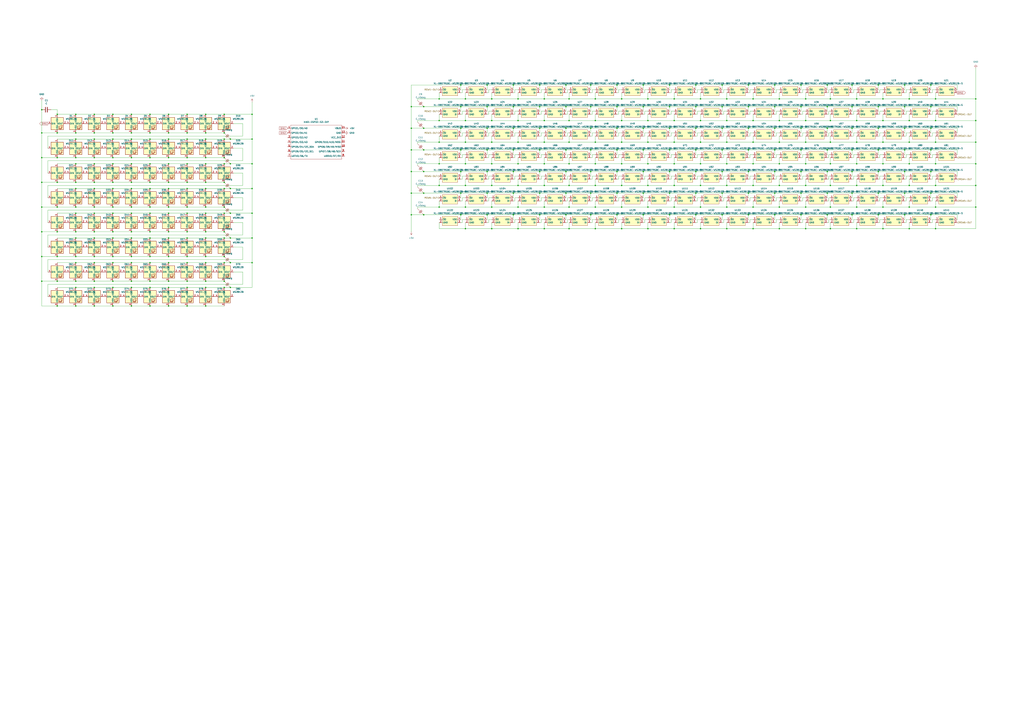
<source format=kicad_sch>
(kicad_sch (version 20250114) (generator "eeschema") (generator_version "9.0")
  (paper "A1")
  (lib_symbols
    (symbol "Device:C" (pin_numbers (hide yes)) (pin_names (offset 0.254))
      (property "Reference" "C" (at 0.635 2.54 0))
      (property "Value" "C" (at 0.635 -2.54 0))
      (symbol "C_1_1"
        (pin passive line (at 0 3.81 270) (length 2.794) (name "~") (number "1"))
        (pin passive line (at 0 -3.81 90) (length 2.794) (name "~") (number "2"))
      )
    )
    (symbol "Device:C_45deg" (pin_numbers (hide yes)) (pin_names (offset 0))
      (property "Reference" "C" (at 3.81 2.54 0))
      (property "Value" "C_45deg" (at 6.35 0 0))
      (symbol "C_45deg_1_1"
        (pin passive line (at -2.54 2.54 0) (length 0) (name "~") (number "2"))
        (pin passive line (at 2.54 -2.54 180) (length 0) (name "~") (number "1"))
      )
    )
    (symbol "LED:WS2812B" (pin_names (offset 0.254))
      (property "Reference" "D" (at 5.08 5.715 0))
      (property "Value" "WS2812B" (at 1.27 -5.715 0))
      (symbol "WS2812B_0_0"
        (text "RGB" (at 2.286 -4.191 0) (effects (font (size 0.762 0.762))))
      )
      (symbol "WS2812B_1_1"
        (pin input line (at -7.62 0 0) (length 2.54) (name "DIN") (number "4"))
        (pin power_in line (at 0 7.62 270) (length 2.54) (name "VDD") (number "1"))
        (pin power_in line (at 0 -7.62 90) (length 2.54) (name "VSS") (number "3"))
        (pin output line (at 7.62 0 180) (length 2.54) (name "DOUT") (number "2"))
      )
    )
    (symbol "XINGLIGHT XL-0807RGBC-WS2812B-S:XL-0807RGBC-WS2812B-S"
      (property "Reference" "U" (at 0 6.35 0))
      (property "Value" "XL-0807RGBC-WS2812B-S" (at 0 -6.35 0))
      (symbol "XL-0807RGBC-WS2812B-S_0_1"
        (pin unspecified line (at -8.89 1.27 0) (length 2.54) (name "DO") (number "1"))
        (pin unspecified line (at -8.89 -1.27 0) (length 2.54) (name "GND") (number "2"))
        (pin unspecified line (at 8.89 1.27 180) (length 2.54) (name "VDD") (number "4"))
        (pin unspecified line (at 8.89 -1.27 180) (length 2.54) (name "DI") (number "3"))
      )
    )
    (symbol "Xiao:XIAO-ESP32-S3-DIP"
      (property "Reference" "U" (at 1.27 0.508 0))
      (property "Value" "XIAO-ESP32-S3-DIP" (at 9.652 -1.778 0))
      (symbol "XIAO-ESP32-S3-DIP_1_0"
        (pin passive line (at -2.54 -5.08 0) (length 2.54) (name "GPIO1/D0/A0") (number "1"))
        (pin passive line (at -2.54 -8.89 0) (length 2.54) (name "GPIO2/DA/A1") (number "2"))
        (pin passive line (at -2.54 -12.7 0) (length 2.54) (name "GPIO3/D2/A2") (number "3"))
        (pin passive line (at -2.54 -16.51 0) (length 2.54) (name "GPIO4/D3/A3") (number "4"))
        (pin passive line (at -2.54 -20.32 0) (length 2.54) (name "GPIO5/D4/I2C_SDA") (number "5"))
        (pin passive line (at -2.54 -24.13 0) (length 2.54) (name "GPIO9/D5/I2C_SCL") (number "6"))
        (pin passive line (at -2.54 -27.94 0) (length 2.54) (name "U0TXD/D6/TX") (number "7"))
        (pin passive line (at 44.45 -5.08 180) (length 2.54) (name "VBUS") (number "14"))
        (pin passive line (at 44.45 -8.89 180) (length 2.54) (name "GND") (number "13"))
        (pin passive line (at 44.45 -12.7 180) (length 2.54) (name "VCC_3V3") (number "12"))
        (pin passive line (at 44.45 -16.51 180) (length 2.54) (name "GPIO9/D10/A10/MOSI") (number "11"))
        (pin passive line (at 44.45 -20.32 180) (length 2.54) (name "GPIO8/D9/A9/MISO") (number "10"))
        (pin passive line (at 44.45 -24.13 180) (length 2.54) (name "GPIO7/D8/A8/SCK") (number "9"))
        (pin passive line (at 44.45 -27.94 180) (length 2.54) (name "U0RXD/D7/RX") (number "8"))
      )
    )
    (symbol "power:+5V" (power) (pin_numbers (hide yes)) (pin_names (offset 0) (hide yes))
      (property "Value" "+5V" (at 0 3.556 0))
      (symbol "+5V_1_1"
        (pin power_in line (at 0 0 90) (length 0) (name "~") (number "1"))
      )
    )
    (symbol "power:GND" (power) (pin_numbers (hide yes)) (pin_names (offset 0) (hide yes))
      (property "Value" "GND" (at 0 -3.81 0))
      (symbol "GND_1_1"
        (pin power_in line (at 0 0 270) (length 0) (name "~") (number "1"))
      )
    )
  )
  (junction (at 596.9 99.06))
  (junction (at 553.72 134.62))
  (junction (at 571.5 87.63))
  (junction (at 153.67 195.58))
  (junction (at 425.45 116.84))
  (junction (at 168.91 134.62))
  (junction (at 746.76 187.96))
  (junction (at 107.95 149.86))
  (junction (at 510.54 152.4))
  (junction (at 447.04 152.4))
  (junction (at 618.49 116.84))
  (junction (at 123.19 154.94))
  (junction (at 746.76 170.18))
  (junction (at 593.09 87.63))
  (junction (at 681.99 170.18))
  (junction (at 153.67 231.14))
  (junction (at 721.36 105.41))
  (junction (at 488.95 187.96))
  (junction (at 378.46 69.85))
  (junction (at 618.49 187.96))
  (junction (at 421.64 158.75))
  (junction (at 62.23 129.54))
  (junction (at 618.49 99.06))
  (junction (at 34.29 170.18))
  (junction (at 168.91 109.22))
  (junction (at 153.67 190.5))
  (junction (at 464.82 140.97))
  (junction (at 123.19 134.62))
  (junction (at 640.08 81.28))
  (junction (at 681.99 152.4))
  (junction (at 107.95 129.54))
  (junction (at 443.23 105.41))
  (junction (at 184.15 154.94))
  (junction (at 618.49 152.4))
  (junction (at 510.54 81.28))
  (junction (at 77.47 236.22))
  (junction (at 138.43 175.26))
  (junction (at 681.99 134.62))
  (junction (at 467.36 116.84))
  (junction (at 77.47 231.14))
  (junction (at 107.95 215.9))
  (junction (at 768.35 99.06))
  (junction (at 168.91 210.82))
  (junction (at 593.09 69.85))
  (junction (at 596.9 116.84))
  (junction (at 528.32 176.53))
  (junction (at 549.91 105.41))
  (junction (at 77.47 114.3))
  (junction (at 593.09 105.41))
  (junction (at 485.14 158.75))
  (junction (at 657.86 158.75))
  (junction (at 506.73 140.97))
  (junction (at 382.27 187.96))
  (junction (at 77.47 215.9))
  (junction (at 699.77 123.19))
  (junction (at 488.95 99.06))
  (junction (at 34.29 109.22))
  (junction (at 184.15 210.82))
  (junction (at 123.19 93.98))
  (junction (at 614.68 140.97))
  (junction (at 168.91 215.9))
  (junction (at 62.23 195.58))
  (junction (at 485.14 87.63))
  (junction (at 378.46 158.75))
  (junction (at 337.82 87.63))
  (junction (at 189.23 195.58))
  (junction (at 443.23 87.63))
  (junction (at 184.15 236.22))
  (junction (at 421.64 140.97))
  (junction (at 62.23 149.86))
  (junction (at 168.91 236.22))
  (junction (at 636.27 69.85))
  (junction (at 337.82 105.41))
  (junction (at 207.01 215.9))
  (junction (at 746.76 99.06))
  (junction (at 107.95 251.46))
  (junction (at 636.27 105.41))
  (junction (at 184.15 93.98))
  (junction (at 400.05 176.53))
  (junction (at 764.54 158.75))
  (junction (at 661.67 116.84))
  (junction (at 153.67 134.62))
  (junction (at 123.19 170.18))
  (junction (at 703.58 170.18))
  (junction (at 92.71 170.18))
  (junction (at 138.43 149.86))
  (junction (at 123.19 114.3))
  (junction (at 77.47 190.5))
  (junction (at 699.77 140.97))
  (junction (at 679.45 105.41))
  (junction (at 123.19 195.58))
  (junction (at 138.43 170.18))
  (junction (at 425.45 134.62))
  (junction (at 661.67 170.18))
  (junction (at 742.95 140.97))
  (junction (at 549.91 87.63))
  (junction (at 403.86 99.06))
  (junction (at 746.76 81.28))
  (junction (at 443.23 158.75))
  (junction (at 107.95 210.82))
  (junction (at 464.82 87.63))
  (junction (at 378.46 176.53))
  (junction (at 640.08 170.18))
  (junction (at 510.54 187.96))
  (junction (at 153.67 175.26))
  (junction (at 703.58 134.62))
  (junction (at 532.13 187.96))
  (junction (at 447.04 187.96))
  (junction (at 46.99 109.22))
  (junction (at 528.32 123.19))
  (junction (at 184.15 231.14))
  (junction (at 764.54 140.97))
  (junction (at 34.29 129.54))
  (junction (at 107.95 231.14))
  (junction (at 614.68 176.53))
  (junction (at 425.45 99.06))
  (junction (at 123.19 129.54))
  (junction (at 382.27 81.28))
  (junction (at 184.15 109.22))
  (junction (at 549.91 140.97))
  (junction (at 92.71 210.82))
  (junction (at 153.67 114.3))
  (junction (at 636.27 140.97))
  (junction (at 596.9 170.18))
  (junction (at 681.99 99.06))
  (junction (at 138.43 109.22))
  (junction (at 168.91 149.86))
  (junction (at 506.73 123.19))
  (junction (at 447.04 81.28))
  (junction (at 62.23 236.22))
  (junction (at 549.91 69.85))
  (junction (at 725.17 170.18))
  (junction (at 62.23 109.22))
  (junction (at 768.35 81.28))
  (junction (at 640.08 134.62))
  (junction (at 378.46 140.97))
  (junction (at 614.68 87.63))
  (junction (at 62.23 114.3))
  (junction (at 746.76 152.4))
  (junction (at 347.98 105.41))
  (junction (at 571.5 69.85))
  (junction (at 360.68 99.06))
  (junction (at 593.09 176.53))
  (junction (at 593.09 123.19))
  (junction (at 447.04 116.84))
  (junction (at 464.82 158.75))
  (junction (at 447.04 170.18))
  (junction (at 467.36 187.96))
  (junction (at 168.91 190.5))
  (junction (at 485.14 105.41))
  (junction (at 679.45 158.75))
  (junction (at 636.27 176.53))
  (junction (at 640.08 99.06))
  (junction (at 184.15 114.3))
  (junction (at 123.19 175.26))
  (junction (at 768.35 170.18))
  (junction (at 184.15 175.26))
  (junction (at 347.98 158.75))
  (junction (at 92.71 114.3))
  (junction (at 467.36 134.62))
  (junction (at 699.77 158.75))
  (junction (at 506.73 69.85))
  (junction (at 62.23 210.82))
  (junction (at 62.23 251.46))
  (junction (at 553.72 187.96))
  (junction (at 596.9 152.4))
  (junction (at 403.86 134.62))
  (junction (at 168.91 170.18))
  (junction (at 764.54 87.63))
  (junction (at 467.36 170.18))
  (junction (at 153.67 215.9))
  (junction (at 123.19 190.5))
  (junction (at 92.71 251.46))
  (junction (at 679.45 69.85))
  (junction (at 596.9 134.62))
  (junction (at 614.68 69.85))
  (junction (at 506.73 105.41))
  (junction (at 360.68 81.28))
  (junction (at 360.68 152.4))
  (junction (at 62.23 190.5))
  (junction (at 92.71 236.22))
  (junction (at 400.05 105.41))
  (junction (at 153.67 170.18))
  (junction (at 153.67 93.98))
  (junction (at 207.01 195.58))
  (junction (at 596.9 81.28))
  (junction (at 657.86 87.63))
  (junction (at 725.17 81.28))
  (junction (at 34.29 190.5))
  (junction (at 184.15 149.86))
  (junction (at 510.54 99.06))
  (junction (at 123.19 236.22))
  (junction (at 575.31 81.28))
  (junction (at 378.46 123.19))
  (junction (at 703.58 81.28))
  (junction (at 107.95 109.22))
  (junction (at 189.23 154.94))
  (junction (at 400.05 158.75))
  (junction (at 703.58 99.06))
  (junction (at 46.99 149.86))
  (junction (at 506.73 87.63))
  (junction (at 485.14 176.53))
  (junction (at 528.32 105.41))
  (junction (at 699.77 105.41))
  (junction (at 532.13 116.84))
  (junction (at 62.23 170.18))
  (junction (at 768.35 134.62))
  (junction (at 528.32 158.75))
  (junction (at 378.46 105.41))
  (junction (at 575.31 170.18))
  (junction (at 123.19 251.46))
  (junction (at 107.95 236.22))
  (junction (at 138.43 236.22))
  (junction (at 92.71 215.9))
  (junction (at 532.13 152.4))
  (junction (at 92.71 154.94))
  (junction (at 77.47 93.98))
  (junction (at 62.23 134.62))
  (junction (at 46.99 170.18))
  (junction (at 189.23 175.26))
  (junction (at 721.36 87.63))
  (junction (at 467.36 81.28))
  (junction (at 746.76 116.84))
  (junction (at 403.86 152.4))
  (junction (at 123.19 215.9))
  (junction (at 618.49 81.28))
  (junction (at 107.95 195.58))
  (junction (at 347.98 87.63))
  (junction (at 485.14 69.85))
  (junction (at 801.37 116.84))
  (junction (at 400.05 140.97))
  (junction (at 768.35 116.84))
  (junction (at 721.36 140.97))
  (junction (at 443.23 176.53))
  (junction (at 801.37 134.62))
  (junction (at 425.45 170.18))
  (junction (at 403.86 81.28))
  (junction (at 593.09 140.97))
  (junction (at 679.45 140.97))
  (junction (at 464.82 176.53))
  (junction (at 768.35 152.4))
  (junction (at 553.72 99.06))
  (junction (at 443.23 69.85))
  (junction (at 657.86 140.97))
  (junction (at 657.86 176.53))
  (junction (at 92.71 134.62))
  (junction (at 46.99 93.98))
  (junction (at 92.71 129.54))
  (junction (at 549.91 176.53))
  (junction (at 721.36 158.75))
  (junction (at 636.27 123.19))
  (junction (at 138.43 134.62))
  (junction (at 464.82 123.19))
  (junction (at 123.19 149.86))
  (junction (at 77.47 251.46))
  (junction (at 510.54 170.18))
  (junction (at 77.47 129.54))
  (junction (at 746.76 134.62))
  (junction (at 488.95 134.62))
  (junction (at 107.95 154.94))
  (junction (at 721.36 176.53))
  (junction (at 593.09 158.75))
  (junction (at 46.99 210.82))
  (junction (at 657.86 123.19))
  (junction (at 764.54 123.19))
  (junction (at 636.27 87.63))
  (junction (at 506.73 176.53))
  (junction (at 485.14 140.97))
  (junction (at 189.23 215.9))
  (junction (at 138.43 190.5))
  (junction (at 138.43 231.14))
  (junction (at 661.67 99.06))
  (junction (at 488.95 152.4))
  (junction (at 801.37 170.18))
  (junction (at 553.72 116.84))
  (junction (at 382.27 152.4))
  (junction (at 725.17 99.06))
  (junction (at 168.91 129.54))
  (junction (at 34.29 90.17))
  (junction (at 661.67 134.62))
  (junction (at 679.45 176.53))
  (junction (at 123.19 210.82))
  (junction (at 575.31 187.96))
  (junction (at 337.82 123.19))
  (junction (at 382.27 170.18))
  (junction (at 575.31 116.84))
  (junction (at 77.47 195.58))
  (junction (at 721.36 123.19))
  (junction (at 447.04 134.62))
  (junction (at 403.86 187.96))
  (junction (at 571.5 176.53))
  (junction (at 138.43 93.98))
  (junction (at 360.68 134.62))
  (junction (at 661.67 187.96))
  (junction (at 553.72 170.18))
  (junction (at 168.91 195.58))
  (junction (at 337.82 176.53))
  (junction (at 575.31 152.4))
  (junction (at 77.47 134.62))
  (junction (at 153.67 129.54))
  (junction (at 138.43 210.82))
  (junction (at 443.23 123.19))
  (junction (at 77.47 175.26))
  (junction (at 184.15 215.9))
  (junction (at 553.72 152.4))
  (junction (at 425.45 81.28))
  (junction (at 661.67 81.28))
  (junction (at 425.45 187.96))
  (junction (at 207.01 175.26))
  (junction (at 382.27 99.06))
  (junction (at 464.82 105.41))
  (junction (at 681.99 187.96))
  (junction (at 62.23 154.94))
  (junction (at 801.37 81.28))
  (junction (at 138.43 154.94))
  (junction (at 679.45 123.19))
  (junction (at 725.17 134.62))
  (junction (at 467.36 152.4))
  (junction (at 184.15 170.18))
  (junction (at 657.86 105.41))
  (junction (at 485.14 123.19))
  (junction (at 742.95 176.53))
  (junction (at 107.95 114.3))
  (junction (at 443.23 140.97))
  (junction (at 360.68 170.18))
  (junction (at 92.71 109.22))
  (junction (at 46.99 251.46))
  (junction (at 62.23 93.98))
  (junction (at 614.68 123.19))
  (junction (at 153.67 236.22))
  (junction (at 168.91 231.14))
  (junction (at 596.9 187.96))
  (junction (at 532.13 170.18))
  (junction (at 571.5 158.75))
  (junction (at 510.54 134.62))
  (junction (at 207.01 154.94))
  (junction (at 34.29 231.14))
  (junction (at 488.95 170.18))
  (junction (at 107.95 134.62))
  (junction (at 699.77 69.85))
  (junction (at 447.04 99.06))
  (junction (at 571.5 105.41))
  (junction (at 189.23 114.3))
  (junction (at 77.47 154.94))
  (junction (at 661.67 152.4))
  (junction (at 640.08 152.4))
  (junction (at 123.19 109.22))
  (junction (at 768.35 187.96))
  (junction (at 614.68 105.41))
  (junction (at 553.72 81.28))
  (junction (at 207.01 114.3))
  (junction (at 360.68 116.84))
  (junction (at 347.98 176.53))
  (junction (at 337.82 158.75))
  (junction (at 549.91 158.75))
  (junction (at 764.54 176.53))
  (junction (at 703.58 116.84))
  (junction (at 107.95 93.98))
  (junction (at 528.32 140.97))
  (junction (at 425.45 152.4))
  (junction (at 107.95 190.5))
  (junction (at 153.67 210.82))
  (junction (at 92.71 190.5))
  (junction (at 614.68 158.75))
  (junction (at 34.29 210.82))
  (junction (at 742.95 105.41))
  (junction (at 400.05 87.63))
  (junction (at 742.95 123.19))
  (junction (at 189.23 134.62))
  (junction (at 46.99 129.54))
  (junction (at 34.29 149.86))
  (junction (at 46.99 190.5))
  (junction (at 400.05 123.19))
  (junction (at 168.91 175.26))
  (junction (at 618.49 134.62))
  (junction (at 168.91 93.98))
  (junction (at 347.98 140.97))
  (junction (at 184.15 195.58))
  (junction (at 742.95 87.63))
  (junction (at 153.67 251.46))
  (junction (at 92.71 149.86))
  (junction (at 506.73 158.75))
  (junction (at 532.13 81.28))
  (junction (at 467.36 99.06))
  (junction (at 618.49 170.18))
  (junction (at 77.47 210.82))
  (junction (at 184.15 190.5))
  (junction (at 801.37 152.4))
  (junction (at 138.43 195.58))
  (junction (at 184.15 134.62))
  (junction (at 575.31 99.06))
  (junction (at 107.95 170.18))
  (junction (at 153.67 109.22))
  (junction (at 403.86 116.84))
  (junction (at 801.37 99.06))
  (junction (at 725.17 116.84))
  (junction (at 207.01 93.98))
  (junction (at 138.43 114.3))
  (junction (at 92.71 93.98))
  (junction (at 421.64 69.85))
  (junction (at 532.13 134.62))
  (junction (at 123.19 231.14))
  (junction (at 400.05 69.85))
  (junction (at 168.91 114.3))
  (junction (at 92.71 195.58))
  (junction (at 636.27 158.75))
  (junction (at 549.91 123.19))
  (junction (at 138.43 215.9))
  (junction (at 528.32 87.63))
  (junction (at 337.82 140.97))
  (junction (at 699.77 87.63))
  (junction (at 488.95 116.84))
  (junction (at 382.27 134.62))
  (junction (at 378.46 87.63))
  (junction (at 421.64 105.41))
  (junction (at 725.17 187.96))
  (junction (at 138.43 251.46))
  (junction (at 62.23 231.14))
  (junction (at 184.15 129.54))
  (junction (at 640.08 116.84))
  (junction (at 382.27 116.84))
  (junction (at 168.91 251.46))
  (junction (at 189.23 236.22))
  (junction (at 421.64 87.63))
  (junction (at 62.23 215.9))
  (junction (at 77.47 109.22))
  (junction (at 153.67 149.86))
  (junction (at 571.5 123.19))
  (junction (at 153.67 154.94))
  (junction (at 403.86 170.18))
  (junction (at 703.58 152.4))
  (junction (at 207.01 134.62))
  (junction (at 679.45 87.63))
  (junction (at 571.5 140.97))
  (junction (at 699.77 176.53))
  (junction (at 168.91 154.94))
  (junction (at 721.36 69.85))
  (junction (at 764.54 69.85))
  (junction (at 488.95 81.28))
  (junction (at 742.95 158.75))
  (junction (at 92.71 175.26))
  (junction (at 138.43 129.54))
  (junction (at 347.98 123.19))
  (junction (at 107.95 175.26))
  (junction (at 62.23 175.26))
  (junction (at 681.99 81.28))
  (junction (at 742.95 69.85))
  (junction (at 92.71 231.14))
  (junction (at 681.99 116.84))
  (junction (at 764.54 105.41))
  (junction (at 703.58 187.96))
  (junction (at 575.31 134.62))
  (junction (at 77.47 149.86))
  (junction (at 46.99 231.14))
  (junction (at 640.08 187.96))
  (junction (at 464.82 69.85))
  (junction (at 77.47 170.18))
  (junction (at 510.54 116.84))
  (junction (at 725.17 152.4))
  (junction (at 421.64 123.19))
  (junction (at 657.86 69.85))
  (junction (at 532.13 99.06))
  (junction (at 528.32 69.85))
  (junction (at 421.64 176.53))
  (wire (pts (xy 467.36 180.34) (xy 466.09 180.34)))
  (wire (pts (xy 661.67 152.4) (xy 681.99 152.4)))
  (wire (pts (xy 337.82 158.75) (xy 347.98 158.75)))
  (wire (pts (xy 615.95 165.1) (xy 614.68 165.1)))
  (wire (pts (xy 421.64 123.19) (xy 421.64 127)))
  (wire (pts (xy 77.47 114.3) (xy 92.71 114.3)))
  (wire (pts (xy 528.32 91.44) (xy 528.32 87.63)))
  (wire (pts (xy 466.09 109.22) (xy 466.09 111.76)))
  (wire (pts (xy 488.95 134.62) (xy 510.54 134.62)))
  (wire (pts (xy 742.95 158.75) (xy 742.95 162.56)))
  (wire (pts (xy 746.76 129.54) (xy 746.76 134.62)))
  (wire (pts (xy 681.99 111.76) (xy 681.99 116.84)))
  (wire (pts (xy 153.67 215.9) (xy 168.91 215.9)))
  (wire (pts (xy 488.95 187.96) (xy 510.54 187.96)))
  (wire (pts (xy 382.27 180.34) (xy 379.73 180.34)))
  (wire (pts (xy 615.95 109.22) (xy 615.95 111.76)))
  (wire (pts (xy 640.08 129.54) (xy 640.08 134.62)))
  (wire (pts (xy 744.22 182.88) (xy 742.95 182.88)))
  (wire (pts (xy 681.99 134.62) (xy 703.58 134.62)))
  (wire (pts (xy 768.35 170.18) (xy 801.37 170.18)))
  (wire (pts (xy 378.46 105.41) (xy 378.46 109.22)))
  (wire (pts (xy 123.19 231.14) (xy 138.43 231.14)))
  (wire (pts (xy 765.81 73.66) (xy 765.81 76.2)))
  (wire (pts (xy 661.67 91.44) (xy 659.13 91.44)))
  (wire (pts (xy 681.99 165.1) (xy 681.99 170.18)))
  (wire (pts (xy 39.37 233.68) (xy 39.37 243.84)))
  (wire (pts (xy 637.54 127) (xy 637.54 129.54)))
  (wire (pts (xy 443.23 105.41) (xy 443.23 109.22)))
  (wire (pts (xy 360.68 76.2) (xy 360.68 81.28)))
  (wire (pts (xy 46.99 149.86) (xy 62.23 149.86)))
  (wire (pts (xy 467.36 187.96) (xy 488.95 187.96)))
  (wire (pts (xy 594.36 127) (xy 594.36 129.54)))
  (wire (pts (xy 138.43 210.82) (xy 153.67 210.82)))
  (wire (pts (xy 744.22 73.66) (xy 744.22 76.2)))
  (wire (pts (xy 508 93.98) (xy 506.73 93.98)))
  (wire (pts (xy 575.31 73.66) (xy 572.77 73.66)))
  (wire (pts (xy 699.77 140.97) (xy 699.77 144.78)))
  (wire (pts (xy 575.31 91.44) (xy 572.77 91.44)))
  (wire (pts (xy 657.86 127) (xy 657.86 123.19)))
  (wire (pts (xy 703.58 127) (xy 701.04 127)))
  (wire (pts (xy 199.39 233.68) (xy 39.37 233.68)))
  (wire (pts (xy 529.59 109.22) (xy 529.59 111.76)))
  (wire (pts (xy 403.86 116.84) (xy 425.45 116.84)))
  (wire (pts (xy 725.17 99.06) (xy 746.76 99.06)))
  (wire (pts (xy 485.14 87.63) (xy 485.14 91.44)))
  (wire (pts (xy 488.95 73.66) (xy 486.41 73.66)))
  (wire (pts (xy 360.68 152.4) (xy 342.9 152.4)))
  (wire (pts (xy 401.32 109.22) (xy 401.32 111.76)))
  (wire (pts (xy 510.54 91.44) (xy 508 91.44)))
  (wire (pts (xy 510.54 81.28) (xy 532.13 81.28)))
  (wire (pts (xy 553.72 76.2) (xy 553.72 81.28)))
  (wire (pts (xy 510.54 182.88) (xy 510.54 187.96)))
  (wire (pts (xy 553.72 144.78) (xy 551.18 144.78)))
  (wire (pts (xy 725.17 165.1) (xy 725.17 170.18)))
  (wire (pts (xy 699.77 105.41) (xy 699.77 109.22)))
  (wire (pts (xy 153.67 210.82) (xy 168.91 210.82)))
  (wire (pts (xy 443.23 105.41) (xy 464.82 105.41)))
  (wire (pts (xy 342.9 116.84) (xy 342.9 118.11)))
  (wire (pts (xy 168.91 236.22) (xy 184.15 236.22)))
  (wire (pts (xy 421.64 87.63) (xy 443.23 87.63)))
  (wire (pts (xy 529.59 76.2) (xy 528.32 76.2)))
  (wire (pts (xy 466.09 73.66) (xy 466.09 76.2)))
  (wire (pts (xy 699.77 176.53) (xy 699.77 180.34)))
  (wire (pts (xy 571.5 105.41) (xy 571.5 109.22)))
  (wire (pts (xy 199.39 152.4) (xy 39.37 152.4)))
  (wire (pts (xy 342.9 81.28) (xy 342.9 82.55)))
  (wire (pts (xy 681.99 129.54) (xy 681.99 134.62)))
  (wire (pts (xy 342.9 170.18) (xy 342.9 171.45)))
  (wire (pts (xy 615.95 182.88) (xy 614.68 182.88)))
  (wire (pts (xy 532.13 144.78) (xy 529.59 144.78)))
  (wire (pts (xy 444.5 111.76) (xy 443.23 111.76)))
  (wire (pts (xy 657.86 176.53) (xy 679.45 176.53)))
  (wire (pts (xy 506.73 69.85) (xy 506.73 73.66)))
  (wire (pts (xy 168.91 149.86) (xy 184.15 149.86)))
  (wire (pts (xy 640.08 81.28) (xy 661.67 81.28)))
  (wire (pts (xy 786.13 109.22) (xy 786.13 105.41)))
  (wire (pts (xy 746.76 162.56) (xy 744.22 162.56)))
  (wire (pts (xy 400.05 176.53) (xy 421.64 176.53)))
  (wire (pts (xy 425.45 134.62) (xy 447.04 134.62)))
  (wire (pts (xy 62.23 195.58) (xy 77.47 195.58)))
  (wire (pts (xy 77.47 236.22) (xy 92.71 236.22)))
  (wire (pts (xy 699.77 105.41) (xy 721.36 105.41)))
  (wire (pts (xy 488.95 165.1) (xy 488.95 170.18)))
  (wire (pts (xy 378.46 176.53) (xy 400.05 176.53)))
  (wire (pts (xy 153.67 231.14) (xy 168.91 231.14)))
  (wire (pts (xy 168.91 93.98) (xy 184.15 93.98)))
  (wire (pts (xy 551.18 76.2) (xy 549.91 76.2)))
  (wire (pts (xy 701.04 144.78) (xy 701.04 147.32)))
  (wire (pts (xy 34.29 251.46) (xy 46.99 251.46)))
  (wire (pts (xy 401.32 93.98) (xy 400.05 93.98)))
  (wire (pts (xy 746.76 73.66) (xy 744.22 73.66)))
  (wire (pts (xy 337.82 123.19) (xy 347.98 123.19)))
  (wire (pts (xy 510.54 147.32) (xy 510.54 152.4)))
  (wire (pts (xy 379.73 111.76) (xy 378.46 111.76)))
  (wire (pts (xy 681.99 73.66) (xy 680.72 73.66)))
  (wire (pts (xy 506.73 87.63) (xy 506.73 91.44)))
  (wire (pts (xy 699.77 123.19) (xy 721.36 123.19)))
  (wire (pts (xy 680.72 93.98) (xy 679.45 93.98)))
  (wire (pts (xy 618.49 76.2) (xy 618.49 81.28)))
  (wire (pts (xy 742.95 158.75) (xy 764.54 158.75)))
  (wire (pts (xy 801.37 152.4) (xy 801.37 170.18)))
  (wire (pts (xy 444.5 127) (xy 444.5 129.54)))
  (wire (pts (xy 681.99 109.22) (xy 680.72 109.22)))
  (wire (pts (xy 46.99 190.5) (xy 62.23 190.5)))
  (wire (pts (xy 764.54 158.75) (xy 764.54 162.56)))
  (wire (pts (xy 659.13 73.66) (xy 659.13 76.2)))
  (wire (pts (xy 447.04 147.32) (xy 447.04 152.4)))
  (wire (pts (xy 636.27 140.97) (xy 657.86 140.97)))
  (wire (pts (xy 744.22 165.1) (xy 742.95 165.1)))
  (wire (pts (xy 746.76 144.78) (xy 744.22 144.78)))
  (wire (pts (xy 640.08 180.34) (xy 637.54 180.34)))
  (wire (pts (xy 464.82 105.41) (xy 464.82 109.22)))
  (wire (pts (xy 640.08 162.56) (xy 637.54 162.56)))
  (wire (pts (xy 532.13 162.56) (xy 529.59 162.56)))
  (wire (pts (xy 594.36 129.54) (xy 593.09 129.54)))
  (wire (pts (xy 572.77 109.22) (xy 572.77 111.76)))
  (wire (pts (xy 528.32 180.34) (xy 528.32 176.53)))
  (wire (pts (xy 488.95 99.06) (xy 510.54 99.06)))
  (wire (pts (xy 184.15 154.94) (xy 189.23 154.94)))
  (wire (pts (xy 153.67 129.54) (xy 168.91 129.54)))
  (wire (pts (xy 528.32 87.63) (xy 549.91 87.63)))
  (wire (pts (xy 681.99 127) (xy 680.72 127)))
  (wire (pts (xy 725.17 111.76) (xy 725.17 116.84)))
  (wire (pts (xy 444.5 165.1) (xy 443.23 165.1)))
  (wire (pts (xy 594.36 111.76) (xy 593.09 111.76)))
  (wire (pts (xy 529.59 144.78) (xy 529.59 147.32)))
  (wire (pts (xy 168.91 231.14) (xy 184.15 231.14)))
  (wire (pts (xy 594.36 144.78) (xy 594.36 147.32)))
  (wire (pts (xy 596.9 111.76) (xy 596.9 116.84)))
  (wire (pts (xy 661.67 116.84) (xy 681.99 116.84)))
  (wire (pts (xy 184.15 195.58) (xy 189.23 195.58)))
  (wire (pts (xy 382.27 144.78) (xy 379.73 144.78)))
  (wire (pts (xy 575.31 109.22) (xy 572.77 109.22)))
  (wire (pts (xy 488.95 93.98) (xy 488.95 99.06)))
  (wire (pts (xy 464.82 87.63) (xy 464.82 91.44)))
  (wire (pts (xy 637.54 147.32) (xy 636.27 147.32)))
  (wire (pts (xy 764.54 158.75) (xy 786.13 158.75)))
  (wire (pts (xy 62.23 170.18) (xy 77.47 170.18)))
  (wire (pts (xy 744.22 76.2) (xy 742.95 76.2)))
  (wire (pts (xy 615.95 73.66) (xy 615.95 76.2)))
  (wire (pts (xy 107.95 114.3) (xy 123.19 114.3)))
  (wire (pts (xy 199.39 111.76) (xy 199.39 101.6)))
  (wire (pts (xy 347.98 140.97) (xy 378.46 140.97)))
  (wire (pts (xy 532.13 116.84) (xy 553.72 116.84)))
  (wire (pts (xy 575.31 170.18) (xy 596.9 170.18)))
  (wire (pts (xy 378.46 140.97) (xy 378.46 144.78)))
  (wire (pts (xy 168.91 134.62) (xy 184.15 134.62)))
  (wire (pts (xy 443.23 158.75) (xy 443.23 162.56)))
  (wire (pts (xy 553.72 180.34) (xy 551.18 180.34)))
  (wire (pts (xy 337.82 69.85) (xy 378.46 69.85)))
  (wire (pts (xy 681.99 152.4) (xy 703.58 152.4)))
  (wire (pts (xy 549.91 176.53) (xy 571.5 176.53)))
  (wire (pts (xy 636.27 87.63) (xy 657.86 87.63)))
  (wire (pts (xy 107.95 175.26) (xy 123.19 175.26)))
  (wire (pts (xy 378.46 69.85) (xy 400.05 69.85)))
  (wire (pts (xy 528.32 123.19) (xy 549.91 123.19)))
  (wire (pts (xy 447.04 144.78) (xy 444.5 144.78)))
  (wire (pts (xy 575.31 127) (xy 572.77 127)))
  (wire (pts (xy 77.47 190.5) (xy 92.71 190.5)))
  (wire (pts (xy 138.43 134.62) (xy 153.67 134.62)))
  (wire (pts (xy 467.36 182.88) (xy 467.36 187.96)))
  (wire (pts (xy 768.35 81.28) (xy 801.37 81.28)))
  (wire (pts (xy 46.99 109.22) (xy 34.29 109.22)))
  (wire (pts (xy 444.5 180.34) (xy 444.5 182.88)))
  (wire (pts (xy 661.67 147.32) (xy 661.67 152.4)))
  (wire (pts (xy 168.91 210.82) (xy 184.15 210.82)))
  (wire (pts (xy 549.91 123.19) (xy 549.91 127)))
  (wire (pts (xy 425.45 109.22) (xy 422.91 109.22)))
  (wire (pts (xy 337.82 176.53) (xy 337.82 190.5)))
  (wire (pts (xy 532.13 111.76) (xy 532.13 116.84)))
  (wire (pts (xy 553.72 111.76) (xy 553.72 116.84)))
  (wire (pts (xy 189.23 195.58) (xy 207.01 195.58)))
  (wire (pts (xy 765.81 111.76) (xy 764.54 111.76)))
  (wire (pts (xy 572.77 91.44) (xy 572.77 93.98)))
  (wire (pts (xy 425.45 182.88) (xy 425.45 187.96)))
  (wire (pts (xy 92.71 251.46) (xy 107.95 251.46)))
  (wire (pts (xy 596.9 147.32) (xy 596.9 152.4)))
  (wire (pts (xy 681.99 147.32) (xy 681.99 152.4)))
  (wire (pts (xy 699.77 158.75) (xy 721.36 158.75)))
  (wire (pts (xy 400.05 87.63) (xy 400.05 91.44)))
  (wire (pts (xy 744.22 93.98) (xy 742.95 93.98)))
  (wire (pts (xy 34.29 149.86) (xy 34.29 170.18)))
  (wire (pts (xy 571.5 140.97) (xy 571.5 144.78)))
  (wire (pts (xy 488.95 81.28) (xy 510.54 81.28)))
  (wire (pts (xy 703.58 76.2) (xy 703.58 81.28)))
  (wire (pts (xy 549.91 158.75) (xy 571.5 158.75)))
  (wire (pts (xy 443.23 176.53) (xy 464.82 176.53)))
  (wire (pts (xy 207.01 114.3) (xy 207.01 134.62)))
  (wire (pts (xy 467.36 152.4) (xy 488.95 152.4)))
  (wire (pts (xy 553.72 187.96) (xy 575.31 187.96)))
  (wire (pts (xy 62.23 190.5) (xy 77.47 190.5)))
  (wire (pts (xy 488.95 180.34) (xy 486.41 180.34)))
  (wire (pts (xy 189.23 114.3) (xy 207.01 114.3)))
  (wire (pts (xy 659.13 180.34) (xy 659.13 182.88)))
  (wire (pts (xy 575.31 81.28) (xy 596.9 81.28)))
  (wire (pts (xy 786.13 91.44) (xy 786.13 87.63)))
  (wire (pts (xy 722.63 144.78) (xy 722.63 147.32)))
  (wire (pts (xy 191.77 223.52) (xy 199.39 223.52)))
  (wire (pts (xy 575.31 116.84) (xy 596.9 116.84)))
  (wire (pts (xy 553.72 99.06) (xy 575.31 99.06)))
  (wire (pts (xy 403.86 180.34) (xy 401.32 180.34)))
  (wire (pts (xy 528.32 144.78) (xy 528.32 140.97)))
  (wire (pts (xy 636.27 69.85) (xy 636.27 73.66)))
  (wire (pts (xy 575.31 165.1) (xy 575.31 170.18)))
  (wire (pts (xy 464.82 123.19) (xy 464.82 127)))
  (wire (pts (xy 659.13 147.32) (xy 657.86 147.32)))
  (wire (pts (xy 614.68 176.53) (xy 614.68 180.34)))
  (wire (pts (xy 92.71 195.58) (xy 107.95 195.58)))
  (wire (pts (xy 138.43 149.86) (xy 153.67 149.86)))
  (wire (pts (xy 596.9 187.96) (xy 618.49 187.96)))
  (wire (pts (xy 123.19 170.18) (xy 138.43 170.18)))
  (wire (pts (xy 722.63 91.44) (xy 722.63 93.98)))
  (wire (pts (xy 618.49 127) (xy 615.95 127)))
  (wire (pts (xy 92.71 231.14) (xy 107.95 231.14)))
  (wire (pts (xy 466.09 111.76) (xy 464.82 111.76)))
  (wire (pts (xy 768.35 93.98) (xy 768.35 99.06)))
  (wire (pts (xy 618.49 129.54) (xy 618.49 134.62)))
  (wire (pts (xy 721.36 140.97) (xy 721.36 144.78)))
  (wire (pts (xy 746.76 127) (xy 744.22 127)))
  (wire (pts (xy 637.54 129.54) (xy 636.27 129.54)))
  (wire (pts (xy 575.31 99.06) (xy 596.9 99.06)))
  (wire (pts (xy 637.54 162.56) (xy 637.54 165.1)))
  (wire (pts (xy 467.36 109.22) (xy 466.09 109.22)))
  (wire (pts (xy 640.08 127) (xy 637.54 127)))
  (wire (pts (xy 640.08 170.18) (xy 661.67 170.18)))
  (wire (pts (xy 337.82 123.19) (xy 337.82 140.97)))
  (wire (pts (xy 744.22 144.78) (xy 744.22 147.32)))
  (wire (pts (xy 168.91 109.22) (xy 153.67 109.22)))
  (wire (pts (xy 506.73 123.19) (xy 528.32 123.19)))
  (wire (pts (xy 77.47 170.18) (xy 92.71 170.18)))
  (wire (pts (xy 703.58 162.56) (xy 701.04 162.56)))
  (wire (pts (xy 337.82 105.41) (xy 337.82 123.19)))
  (wire (pts (xy 596.9 165.1) (xy 596.9 170.18)))
  (wire (pts (xy 640.08 134.62) (xy 661.67 134.62)))
  (wire (pts (xy 62.23 93.98) (xy 77.47 93.98)))
  (wire (pts (xy 703.58 182.88) (xy 703.58 187.96)))
  (wire (pts (xy 508 129.54) (xy 506.73 129.54)))
  (wire (pts (xy 403.86 134.62) (xy 425.45 134.62)))
  (wire (pts (xy 615.95 147.32) (xy 614.68 147.32)))
  (wire (pts (xy 614.68 123.19) (xy 614.68 127)))
  (wire (pts (xy 153.67 170.18) (xy 168.91 170.18)))
  (wire (pts (xy 488.95 109.22) (xy 486.41 109.22)))
  (wire (pts (xy 722.63 109.22) (xy 722.63 111.76)))
  (wire (pts (xy 742.95 105.41) (xy 764.54 105.41)))
  (wire (pts (xy 425.45 162.56) (xy 422.91 162.56)))
  (wire (pts (xy 725.17 180.34) (xy 722.63 180.34)))
  (wire (pts (xy 721.36 105.41) (xy 721.36 109.22)))
  (wire (pts (xy 77.47 154.94) (xy 92.71 154.94)))
  (wire (pts (xy 508 182.88) (xy 506.73 182.88)))
  (wire (pts (xy 657.86 158.75) (xy 679.45 158.75)))
  (wire (pts (xy 765.81 180.34) (xy 765.81 182.88)))
  (wire (pts (xy 637.54 180.34) (xy 637.54 182.88)))
  (wire (pts (xy 379.73 147.32) (xy 378.46 147.32)))
  (wire (pts (xy 382.27 91.44) (xy 379.73 91.44)))
  (wire (pts (xy 466.09 165.1) (xy 464.82 165.1)))
  (wire (pts (xy 464.82 69.85) (xy 485.14 69.85)))
  (wire (pts (xy 596.9 91.44) (xy 594.36 91.44)))
  (wire (pts (xy 722.63 162.56) (xy 722.63 165.1)))
  (wire (pts (xy 337.82 158.75) (xy 337.82 176.53)))
  (wire (pts (xy 571.5 105.41) (xy 593.09 105.41)))
  (wire (pts (xy 510.54 73.66) (xy 508 73.66)))
  (wire (pts (xy 62.23 236.22) (xy 77.47 236.22)))
  (wire (pts (xy 725.17 170.18) (xy 746.76 170.18)))
  (wire (pts (xy 742.95 140.97) (xy 742.95 144.78)))
  (wire (pts (xy 46.99 154.94) (xy 62.23 154.94)))
  (wire (pts (xy 403.86 109.22) (xy 401.32 109.22)))
  (wire (pts (xy 615.95 111.76) (xy 614.68 111.76)))
  (wire (pts (xy 360.68 187.96) (xy 382.27 187.96)))
  (wire (pts (xy 485.14 105.41) (xy 485.14 109.22)))
  (wire (pts (xy 403.86 99.06) (xy 425.45 99.06)))
  (wire (pts (xy 421.64 158.75) (xy 443.23 158.75)))
  (wire (pts (xy 553.72 147.32) (xy 553.72 152.4)))
  (wire (pts (xy 184.15 236.22) (xy 189.23 236.22)))
  (wire (pts (xy 699.77 140.97) (xy 721.36 140.97)))
  (wire (pts (xy 77.47 129.54) (xy 92.71 129.54)))
  (wire (pts (xy 508 162.56) (xy 508 165.1)))
  (wire (pts (xy 681.99 162.56) (xy 680.72 162.56)))
  (wire (pts (xy 596.9 81.28) (xy 618.49 81.28)))
  (wire (pts (xy 337.82 176.53) (xy 347.98 176.53)))
  (wire (pts (xy 532.13 147.32) (xy 532.13 152.4)))
  (wire (pts (xy 382.27 129.54) (xy 382.27 134.62)))
  (wire (pts (xy 575.31 182.88) (xy 575.31 187.96)))
  (wire (pts (xy 422.91 91.44) (xy 422.91 93.98)))
  (wire (pts (xy 77.47 251.46) (xy 92.71 251.46)))
  (wire (pts (xy 77.47 93.98) (xy 92.71 93.98)))
  (wire (pts (xy 636.27 158.75) (xy 636.27 162.56)))
  (wire (pts (xy 378.46 158.75) (xy 378.46 162.56)))
  (wire (pts (xy 593.09 105.41) (xy 593.09 109.22)))
  (wire (pts (xy 679.45 140.97) (xy 699.77 140.97)))
  (wire (pts (xy 403.86 144.78) (xy 401.32 144.78)))
  (wire (pts (xy 506.73 140.97) (xy 506.73 144.78)))
  (wire (pts (xy 725.17 152.4) (xy 746.76 152.4)))
  (wire (pts (xy 46.99 170.18) (xy 62.23 170.18)))
  (wire (pts (xy 553.72 162.56) (xy 551.18 162.56)))
  (wire (pts (xy 360.68 165.1) (xy 360.68 170.18)))
  (wire (pts (xy 553.72 182.88) (xy 553.72 187.96)))
  (wire (pts (xy 506.73 158.75) (xy 528.32 158.75)))
  (wire (pts (xy 488.95 147.32) (xy 488.95 152.4)))
  (wire (pts (xy 360.68 81.28) (xy 342.9 81.28)))
  (wire (pts (xy 508 91.44) (xy 508 93.98)))
  (wire (pts (xy 701.04 162.56) (xy 701.04 165.1)))
  (wire (pts (xy 403.86 81.28) (xy 425.45 81.28)))
  (wire (pts (xy 403.86 76.2) (xy 403.86 81.28)))
  (wire (pts (xy 703.58 165.1) (xy 703.58 170.18)))
  (wire (pts (xy 703.58 134.62) (xy 725.17 134.62)))
  (wire (pts (xy 34.29 82.55) (xy 34.29 90.17)))
  (wire (pts (xy 508 147.32) (xy 506.73 147.32)))
  (wire (pts (xy 594.36 91.44) (xy 594.36 93.98)))
  (wire (pts (xy 138.43 251.46) (xy 153.67 251.46)))
  (wire (pts (xy 168.91 251.46) (xy 184.15 251.46)))
  (wire (pts (xy 199.39 193.04) (xy 39.37 193.04)))
  (wire (pts (xy 486.41 180.34) (xy 486.41 182.88)))
  (wire (pts (xy 571.5 87.63) (xy 571.5 91.44)))
  (wire (pts (xy 746.76 93.98) (xy 746.76 99.06)))
  (wire (pts (xy 403.86 73.66) (xy 401.32 73.66)))
  (wire (pts (xy 485.14 87.63) (xy 506.73 87.63)))
  (wire (pts (xy 703.58 187.96) (xy 725.17 187.96)))
  (wire (pts (xy 549.91 158.75) (xy 549.91 162.56)))
  (wire (pts (xy 721.36 158.75) (xy 721.36 162.56)))
  (wire (pts (xy 199.39 233.68) (xy 199.39 223.52)))
  (wire (pts (xy 443.23 87.63) (xy 464.82 87.63)))
  (wire (pts (xy 679.45 140.97) (xy 679.45 144.78)))
  (wire (pts (xy 742.95 123.19) (xy 764.54 123.19)))
  (wire (pts (xy 347.98 158.75) (xy 378.46 158.75)))
  (wire (pts (xy 425.45 129.54) (xy 425.45 134.62)))
  (wire (pts (xy 640.08 152.4) (xy 661.67 152.4)))
  (wire (pts (xy 701.04 91.44) (xy 701.04 93.98)))
  (wire (pts (xy 640.08 182.88) (xy 640.08 187.96)))
  (wire (pts (xy 742.95 176.53) (xy 742.95 180.34)))
  (wire (pts (xy 464.82 105.41) (xy 485.14 105.41)))
  (wire (pts (xy 614.68 105.41) (xy 614.68 109.22)))
  (wire (pts (xy 532.13 180.34) (xy 529.59 180.34)))
  (wire (pts (xy 422.91 73.66) (xy 422.91 76.2)))
  (wire (pts (xy 34.29 190.5) (xy 34.29 210.82)))
  (wire (pts (xy 742.95 176.53) (xy 764.54 176.53)))
  (wire (pts (xy 572.77 76.2) (xy 571.5 76.2)))
  (wire (pts (xy 92.71 149.86) (xy 107.95 149.86)))
  (wire (pts (xy 614.68 87.63) (xy 614.68 91.44)))
  (wire (pts (xy 657.86 109.22) (xy 657.86 105.41)))
  (wire (pts (xy 342.9 99.06) (xy 342.9 100.33)))
  (wire (pts (xy 571.5 69.85) (xy 571.5 73.66)))
  (wire (pts (xy 681.99 144.78) (xy 680.72 144.78)))
  (wire (pts (xy 486.41 91.44) (xy 486.41 93.98)))
  (wire (pts (xy 443.23 176.53) (xy 443.23 180.34)))
  (wire (pts (xy 765.81 182.88) (xy 764.54 182.88)))
  (wire (pts (xy 596.9 134.62) (xy 618.49 134.62)))
  (wire (pts (xy 596.9 144.78) (xy 594.36 144.78)))
  (wire (pts (xy 593.09 69.85) (xy 614.68 69.85)))
  (wire (pts (xy 640.08 73.66) (xy 637.54 73.66)))
  (wire (pts (xy 444.5 109.22) (xy 444.5 111.76)))
  (wire (pts (xy 725.17 182.88) (xy 725.17 187.96)))
  (wire (pts (xy 199.39 213.36) (xy 199.39 203.2)))
  (wire (pts (xy 401.32 76.2) (xy 400.05 76.2)))
  (wire (pts (xy 62.23 215.9) (xy 77.47 215.9)))
  (wire (pts (xy 92.71 210.82) (xy 107.95 210.82)))
  (wire (pts (xy 801.37 116.84) (xy 801.37 134.62)))
  (wire (pts (xy 553.72 109.22) (xy 551.18 109.22)))
  (wire (pts (xy 168.91 114.3) (xy 184.15 114.3)))
  (wire (pts (xy 379.73 165.1) (xy 378.46 165.1)))
  (wire (pts (xy 551.18 147.32) (xy 549.91 147.32)))
  (wire (pts (xy 572.77 162.56) (xy 572.77 165.1)))
  (wire (pts (xy 701.04 111.76) (xy 699.77 111.76)))
  (wire (pts (xy 681.99 99.06) (xy 703.58 99.06)))
  (wire (pts (xy 123.19 93.98) (xy 138.43 93.98)))
  (wire (pts (xy 138.43 231.14) (xy 153.67 231.14)))
  (wire (pts (xy 464.82 158.75) (xy 485.14 158.75)))
  (wire (pts (xy 679.45 158.75) (xy 679.45 162.56)))
  (wire (pts (xy 575.31 180.34) (xy 572.77 180.34)))
  (wire (pts (xy 679.45 176.53) (xy 679.45 180.34)))
  (wire (pts (xy 680.72 111.76) (xy 679.45 111.76)))
  (wire (pts (xy 549.91 140.97) (xy 571.5 140.97)))
  (wire (pts (xy 382.27 165.1) (xy 382.27 170.18)))
  (wire (pts (xy 549.91 69.85) (xy 571.5 69.85)))
  (wire (pts (xy 189.23 215.9) (xy 207.01 215.9)))
  (wire (pts (xy 46.99 129.54) (xy 62.23 129.54)))
  (wire (pts (xy 447.04 111.76) (xy 447.04 116.84)))
  (wire (pts (xy 46.99 195.58) (xy 62.23 195.58)))
  (wire (pts (xy 382.27 109.22) (xy 379.73 109.22)))
  (wire (pts (xy 768.35 116.84) (xy 801.37 116.84)))
  (wire (pts (xy 637.54 144.78) (xy 637.54 147.32)))
  (wire (pts (xy 400.05 69.85) (xy 400.05 73.66)))
  (wire (pts (xy 679.45 69.85) (xy 699.77 69.85)))
  (wire (pts (xy 62.23 154.94) (xy 77.47 154.94)))
  (wire (pts (xy 571.5 123.19) (xy 571.5 127)))
  (wire (pts (xy 168.91 215.9) (xy 184.15 215.9)))
  (wire (pts (xy 529.59 147.32) (xy 528.32 147.32)))
  (wire (pts (xy 443.23 123.19) (xy 443.23 127)))
  (wire (pts (xy 466.09 180.34) (xy 466.09 182.88)))
  (wire (pts (xy 488.95 170.18) (xy 510.54 170.18)))
  (wire (pts (xy 153.67 236.22) (xy 168.91 236.22)))
  (wire (pts (xy 768.35 144.78) (xy 765.81 144.78)))
  (wire (pts (xy 529.59 93.98) (xy 528.32 93.98)))
  (wire (pts (xy 191.77 142.24) (xy 199.39 142.24)))
  (wire (pts (xy 401.32 144.78) (xy 401.32 147.32)))
  (wire (pts (xy 403.86 187.96) (xy 425.45 187.96)))
  (wire (pts (xy 92.71 215.9) (xy 107.95 215.9)))
  (wire (pts (xy 768.35 162.56) (xy 765.81 162.56)))
  (wire (pts (xy 618.49 182.88) (xy 618.49 187.96)))
  (wire (pts (xy 549.91 87.63) (xy 571.5 87.63)))
  (wire (pts (xy 421.64 105.41) (xy 443.23 105.41)))
  (wire (pts (xy 553.72 170.18) (xy 575.31 170.18)))
  (wire (pts (xy 123.19 210.82) (xy 138.43 210.82)))
  (wire (pts (xy 46.99 236.22) (xy 62.23 236.22)))
  (wire (pts (xy 360.68 99.06) (xy 382.27 99.06)))
  (wire (pts (xy 191.77 121.92) (xy 199.39 121.92)))
  (wire (pts (xy 199.39 172.72) (xy 199.39 162.56)))
  (wire (pts (xy 636.27 87.63) (xy 636.27 91.44)))
  (wire (pts (xy 701.04 109.22) (xy 701.04 111.76)))
  (wire (pts (xy 123.19 215.9) (xy 138.43 215.9)))
  (wire (pts (xy 699.77 87.63) (xy 721.36 87.63)))
  (wire (pts (xy 443.23 69.85) (xy 464.82 69.85)))
  (wire (pts (xy 571.5 158.75) (xy 571.5 162.56)))
  (wire (pts (xy 400.05 140.97) (xy 421.64 140.97)))
  (wire (pts (xy 596.9 73.66) (xy 594.36 73.66)))
  (wire (pts (xy 618.49 91.44) (xy 615.95 91.44)))
  (wire (pts (xy 378.46 69.85) (xy 378.46 73.66)))
  (wire (pts (xy 467.36 162.56) (xy 466.09 162.56)))
  (wire (pts (xy 571.5 69.85) (xy 593.09 69.85)))
  (wire (pts (xy 636.27 105.41) (xy 636.27 109.22)))
  (wire (pts (xy 510.54 99.06) (xy 532.13 99.06)))
  (wire (pts (xy 703.58 81.28) (xy 725.17 81.28)))
  (wire (pts (xy 768.35 76.2) (xy 768.35 81.28)))
  (wire (pts (xy 657.86 140.97) (xy 679.45 140.97)))
  (wire (pts (xy 464.82 123.19) (xy 485.14 123.19)))
  (wire (pts (xy 400.05 105.41) (xy 400.05 109.22)))
  (wire (pts (xy 765.81 144.78) (xy 765.81 147.32)))
  (wire (pts (xy 92.71 93.98) (xy 107.95 93.98)))
  (wire (pts (xy 725.17 73.66) (xy 722.63 73.66)))
  (wire (pts (xy 400.05 140.97) (xy 400.05 144.78)))
  (wire (pts (xy 765.81 91.44) (xy 765.81 93.98)))
  (wire (pts (xy 382.27 147.32) (xy 382.27 152.4)))
  (wire (pts (xy 467.36 91.44) (xy 466.09 91.44)))
  (wire (pts (xy 401.32 162.56) (xy 401.32 165.1)))
  (wire (pts (xy 422.91 93.98) (xy 421.64 93.98)))
  (wire (pts (xy 679.45 87.63) (xy 699.77 87.63)))
  (wire (pts (xy 721.36 105.41) (xy 742.95 105.41)))
  (wire (pts (xy 615.95 127) (xy 615.95 129.54)))
  (wire (pts (xy 123.19 175.26) (xy 138.43 175.26)))
  (wire (pts (xy 636.27 123.19) (xy 657.86 123.19)))
  (wire (pts (xy 703.58 170.18) (xy 725.17 170.18)))
  (wire (pts (xy 640.08 109.22) (xy 637.54 109.22)))
  (wire (pts (xy 572.77 127) (xy 572.77 129.54)))
  (wire (pts (xy 532.13 127) (xy 529.59 127)))
  (wire (pts (xy 721.36 158.75) (xy 742.95 158.75)))
  (wire (pts (xy 572.77 73.66) (xy 572.77 76.2)))
  (wire (pts (xy 485.14 158.75) (xy 506.73 158.75)))
  (wire (pts (xy 443.23 87.63) (xy 443.23 91.44)))
  (wire (pts (xy 532.13 109.22) (xy 529.59 109.22)))
  (wire (pts (xy 768.35 165.1) (xy 768.35 170.18)))
  (wire (pts (xy 510.54 116.84) (xy 532.13 116.84)))
  (wire (pts (xy 444.5 129.54) (xy 443.23 129.54)))
  (wire (pts (xy 360.68 129.54) (xy 360.68 134.62)))
  (wire (pts (xy 403.86 93.98) (xy 403.86 99.06)))
  (wire (pts (xy 444.5 91.44) (xy 444.5 93.98)))
  (wire (pts (xy 382.27 127) (xy 379.73 127)))
  (wire (pts (xy 636.27 123.19) (xy 636.27 127)))
  (wire (pts (xy 447.04 73.66) (xy 444.5 73.66)))
  (wire (pts (xy 378.46 105.41) (xy 400.05 105.41)))
  (wire (pts (xy 551.18 111.76) (xy 549.91 111.76)))
  (wire (pts (xy 596.9 76.2) (xy 596.9 81.28)))
  (wire (pts (xy 680.72 127) (xy 680.72 129.54)))
  (wire (pts (xy 746.76 182.88) (xy 746.76 187.96)))
  (wire (pts (xy 401.32 180.34) (xy 401.32 182.88)))
  (wire (pts (xy 532.13 152.4) (xy 553.72 152.4)))
  (wire (pts (xy 168.91 129.54) (xy 184.15 129.54)))
  (wire (pts (xy 640.08 187.96) (xy 661.67 187.96)))
  (wire (pts (xy 681.99 116.84) (xy 703.58 116.84)))
  (wire (pts (xy 447.04 165.1) (xy 447.04 170.18)))
  (wire (pts (xy 510.54 127) (xy 508 127)))
  (wire (pts (xy 486.41 162.56) (xy 486.41 165.1)))
  (wire (pts (xy 403.86 147.32) (xy 403.86 152.4)))
  (wire (pts (xy 153.67 93.98) (xy 168.91 93.98)))
  (wire (pts (xy 401.32 147.32) (xy 400.05 147.32)))
  (wire (pts (xy 746.76 76.2) (xy 746.76 81.28)))
  (wire (pts (xy 575.31 152.4) (xy 596.9 152.4)))
  (wire (pts (xy 764.54 87.63) (xy 786.13 87.63)))
  (wire (pts (xy 184.15 215.9) (xy 189.23 215.9)))
  (wire (pts (xy 764.54 176.53) (xy 786.13 176.53)))
  (wire (pts (xy 447.04 109.22) (xy 444.5 109.22)))
  (wire (pts (xy 681.99 180.34) (xy 680.72 180.34)))
  (wire (pts (xy 765.81 76.2) (xy 764.54 76.2)))
  (wire (pts (xy 529.59 127) (xy 529.59 129.54)))
  (wire (pts (xy 360.68 134.62) (xy 382.27 134.62)))
  (wire (pts (xy 425.45 144.78) (xy 422.91 144.78)))
  (wire (pts (xy 593.09 140.97) (xy 614.68 140.97)))
  (wire (pts (xy 701.04 76.2) (xy 699.77 76.2)))
  (wire (pts (xy 661.67 81.28) (xy 681.99 81.28)))
  (wire (pts (xy 379.73 127) (xy 379.73 129.54)))
  (wire (pts (xy 466.09 93.98) (xy 464.82 93.98)))
  (wire (pts (xy 92.71 129.54) (xy 107.95 129.54)))
  (wire (pts (xy 425.45 127) (xy 422.91 127)))
  (wire (pts (xy 401.32 73.66) (xy 401.32 76.2)))
  (wire (pts (xy 768.35 134.62) (xy 801.37 134.62)))
  (wire (pts (xy 786.13 73.66) (xy 786.13 69.85)))
  (wire (pts (xy 725.17 81.28) (xy 746.76 81.28)))
  (wire (pts (xy 77.47 134.62) (xy 92.71 134.62)))
  (wire (pts (xy 379.73 109.22) (xy 379.73 111.76)))
  (wire (pts (xy 528.32 176.53) (xy 549.91 176.53)))
  (wire (pts (xy 510.54 187.96) (xy 532.13 187.96)))
  (wire (pts (xy 765.81 129.54) (xy 764.54 129.54)))
  (wire (pts (xy 614.68 158.75) (xy 636.27 158.75)))
  (wire (pts (xy 92.71 109.22) (xy 77.47 109.22)))
  (wire (pts (xy 153.67 114.3) (xy 168.91 114.3)))
  (wire (pts (xy 746.76 187.96) (xy 768.35 187.96)))
  (wire (pts (xy 553.72 91.44) (xy 551.18 91.44)))
  (wire (pts (xy 184.15 109.22) (xy 168.91 109.22)))
  (wire (pts (xy 107.95 170.18) (xy 123.19 170.18)))
  (wire (pts (xy 464.82 176.53) (xy 464.82 180.34)))
  (wire (pts (xy 199.39 132.08) (xy 199.39 121.92)))
  (wire (pts (xy 593.09 87.63) (xy 593.09 91.44)))
  (wire (pts (xy 92.71 190.5) (xy 107.95 190.5)))
  (wire (pts (xy 189.23 175.26) (xy 207.01 175.26)))
  (wire (pts (xy 401.32 165.1) (xy 400.05 165.1)))
  (wire (pts (xy 551.18 162.56) (xy 551.18 165.1)))
  (wire (pts (xy 464.82 87.63) (xy 485.14 87.63)))
  (wire (pts (xy 486.41 182.88) (xy 485.14 182.88)))
  (wire (pts (xy 425.45 180.34) (xy 422.91 180.34)))
  (wire (pts (xy 680.72 76.2) (xy 679.45 76.2)))
  (wire (pts (xy 572.77 144.78) (xy 572.77 147.32)))
  (wire (pts (xy 551.18 127) (xy 551.18 129.54)))
  (wire (pts (xy 488.95 129.54) (xy 488.95 134.62)))
  (wire (pts (xy 486.41 144.78) (xy 486.41 147.32)))
  (wire (pts (xy 575.31 187.96) (xy 596.9 187.96)))
  (wire (pts (xy 207.01 83.82) (xy 207.01 93.98)))
  (wire (pts (xy 444.5 76.2) (xy 443.23 76.2)))
  (wire (pts (xy 485.14 69.85) (xy 506.73 69.85)))
  (wire (pts (xy 62.23 149.86) (xy 77.47 149.86)))
  (wire (pts (xy 725.17 93.98) (xy 725.17 99.06)))
  (wire (pts (xy 680.72 180.34) (xy 680.72 182.88)))
  (wire (pts (xy 742.95 69.85) (xy 742.95 73.66)))
  (wire (pts (xy 744.22 180.34) (xy 744.22 182.88)))
  (wire (pts (xy 764.54 176.53) (xy 764.54 180.34)))
  (wire (pts (xy 360.68 182.88) (xy 360.68 187.96)))
  (wire (pts (xy 721.36 140.97) (xy 742.95 140.97)))
  (wire (pts (xy 39.37 111.76) (xy 39.37 121.92)))
  (wire (pts (xy 701.04 93.98) (xy 699.77 93.98)))
  (wire (pts (xy 553.72 134.62) (xy 575.31 134.62)))
  (wire (pts (xy 425.45 165.1) (xy 425.45 170.18)))
  (wire (pts (xy 347.98 123.19) (xy 378.46 123.19)))
  (wire (pts (xy 62.23 109.22) (xy 46.99 109.22)))
  (wire (pts (xy 801.37 134.62) (xy 801.37 152.4)))
  (wire (pts (xy 486.41 111.76) (xy 485.14 111.76)))
  (wire (pts (xy 744.22 111.76) (xy 742.95 111.76)))
  (wire (pts (xy 680.72 162.56) (xy 680.72 165.1)))
  (wire (pts (xy 721.36 123.19) (xy 721.36 127)))
  (wire (pts (xy 138.43 195.58) (xy 153.67 195.58)))
  (wire (pts (xy 447.04 152.4) (xy 467.36 152.4)))
  (wire (pts (xy 661.67 111.76) (xy 661.67 116.84)))
  (wire (pts (xy 34.29 210.82) (xy 46.99 210.82)))
  (wire (pts (xy 680.72 109.22) (xy 680.72 111.76)))
  (wire (pts (xy 447.04 116.84) (xy 467.36 116.84)))
  (wire (pts (xy 725.17 147.32) (xy 725.17 152.4)))
  (wire (pts (xy 681.99 170.18) (xy 703.58 170.18)))
  (wire (pts (xy 403.86 182.88) (xy 403.86 187.96)))
  (wire (pts (xy 184.15 93.98) (xy 207.01 93.98)))
  (wire (pts (xy 532.13 81.28) (xy 553.72 81.28)))
  (wire (pts (xy 528.32 162.56) (xy 528.32 158.75)))
  (wire (pts (xy 659.13 91.44) (xy 659.13 93.98)))
  (wire (pts (xy 551.18 73.66) (xy 551.18 76.2)))
  (wire (pts (xy 466.09 127) (xy 466.09 129.54)))
  (wire (pts (xy 207.01 175.26) (xy 207.01 195.58)))
  (wire (pts (xy 614.68 87.63) (xy 636.27 87.63)))
  (wire (pts (xy 510.54 109.22) (xy 508 109.22)))
  (wire (pts (xy 618.49 170.18) (xy 640.08 170.18)))
  (wire (pts (xy 337.82 140.97) (xy 337.82 158.75)))
  (wire (pts (xy 661.67 129.54) (xy 661.67 134.62)))
  (wire (pts (xy 786.13 162.56) (xy 786.13 158.75)))
  (wire (pts (xy 506.73 176.53) (xy 506.73 180.34)))
  (wire (pts (xy 444.5 162.56) (xy 444.5 165.1)))
  (wire (pts (xy 701.04 182.88) (xy 699.77 182.88)))
  (wire (pts (xy 786.13 180.34) (xy 786.13 176.53)))
  (wire (pts (xy 447.04 81.28) (xy 467.36 81.28)))
  (wire (pts (xy 680.72 73.66) (xy 680.72 76.2)))
  (wire (pts (xy 703.58 144.78) (xy 701.04 144.78)))
  (wire (pts (xy 425.45 187.96) (xy 447.04 187.96)))
  (wire (pts (xy 615.95 76.2) (xy 614.68 76.2)))
  (wire (pts (xy 425.45 170.18) (xy 447.04 170.18)))
  (wire (pts (xy 594.36 182.88) (xy 593.09 182.88)))
  (wire (pts (xy 618.49 187.96) (xy 640.08 187.96)))
  (wire (pts (xy 657.86 123.19) (xy 679.45 123.19)))
  (wire (pts (xy 659.13 182.88) (xy 657.86 182.88)))
  (wire (pts (xy 485.14 123.19) (xy 506.73 123.19)))
  (wire (pts (xy 680.72 182.88) (xy 679.45 182.88)))
  (wire (pts (xy 107.95 109.22) (xy 92.71 109.22)))
  (wire (pts (xy 679.45 176.53) (xy 699.77 176.53)))
  (wire (pts (xy 46.99 210.82) (xy 62.23 210.82)))
  (wire (pts (xy 768.35 91.44) (xy 765.81 91.44)))
  (wire (pts (xy 34.29 210.82) (xy 34.29 231.14)))
  (wire (pts (xy 786.13 144.78) (xy 786.13 140.97)))
  (wire (pts (xy 746.76 165.1) (xy 746.76 170.18)))
  (wire (pts (xy 572.77 182.88) (xy 571.5 182.88)))
  (wire (pts (xy 153.67 149.86) (xy 168.91 149.86)))
  (wire (pts (xy 41.91 90.17) (xy 46.99 90.17)))
  (wire (pts (xy 207.01 215.9) (xy 207.01 236.22)))
  (wire (pts (xy 77.47 210.82) (xy 92.71 210.82)))
  (wire (pts (xy 680.72 129.54) (xy 679.45 129.54)))
  (wire (pts (xy 488.95 116.84) (xy 510.54 116.84)))
  (wire (pts (xy 62.23 129.54) (xy 77.47 129.54)))
  (wire (pts (xy 657.86 69.85) (xy 679.45 69.85)))
  (wire (pts (xy 703.58 93.98) (xy 703.58 99.06)))
  (wire (pts (xy 443.23 123.19) (xy 464.82 123.19)))
  (wire (pts (xy 575.31 111.76) (xy 575.31 116.84)))
  (wire (pts (xy 467.36 129.54) (xy 467.36 134.62)))
  (wire (pts (xy 640.08 165.1) (xy 640.08 170.18)))
  (wire (pts (xy 401.32 127) (xy 401.32 129.54)))
  (wire (pts (xy 422.91 129.54) (xy 421.64 129.54)))
  (wire (pts (xy 191.77 101.6) (xy 199.39 101.6)))
  (wire (pts (xy 360.68 99.06) (xy 342.9 99.06)))
  (wire (pts (xy 107.95 93.98) (xy 123.19 93.98)))
  (wire (pts (xy 382.27 76.2) (xy 382.27 81.28)))
  (wire (pts (xy 614.68 69.85) (xy 636.27 69.85)))
  (wire (pts (xy 721.36 87.63) (xy 721.36 91.44)))
  (wire (pts (xy 640.08 93.98) (xy 640.08 99.06)))
  (wire (pts (xy 467.36 76.2) (xy 467.36 81.28)))
  (wire (pts (xy 379.73 129.54) (xy 378.46 129.54)))
  (wire (pts (xy 768.35 182.88) (xy 768.35 187.96)))
  (wire (pts (xy 46.99 175.26) (xy 62.23 175.26)))
  (wire (pts (xy 571.5 123.19) (xy 593.09 123.19)))
  (wire (pts (xy 447.04 170.18) (xy 467.36 170.18)))
  (wire (pts (xy 701.04 127) (xy 701.04 129.54)))
  (wire (pts (xy 618.49 73.66) (xy 615.95 73.66)))
  (wire (pts (xy 486.41 165.1) (xy 485.14 165.1)))
  (wire (pts (xy 379.73 182.88) (xy 378.46 182.88)))
  (wire (pts (xy 801.37 170.18) (xy 801.37 187.96)))
  (wire (pts (xy 742.95 87.63) (xy 764.54 87.63)))
  (wire (pts (xy 701.04 165.1) (xy 699.77 165.1)))
  (wire (pts (xy 532.13 182.88) (xy 532.13 187.96)))
  (wire (pts (xy 510.54 144.78) (xy 508 144.78)))
  (wire (pts (xy 661.67 93.98) (xy 661.67 99.06)))
  (wire (pts (xy 443.23 140.97) (xy 464.82 140.97)))
  (wire (pts (xy 379.73 93.98) (xy 378.46 93.98)))
  (wire (pts (xy 486.41 129.54) (xy 485.14 129.54)))
  (wire (pts (xy 425.45 76.2) (xy 425.45 81.28)))
  (wire (pts (xy 768.35 152.4) (xy 801.37 152.4)))
  (wire (pts (xy 510.54 129.54) (xy 510.54 134.62)))
  (wire (pts (xy 637.54 93.98) (xy 636.27 93.98)))
  (wire (pts (xy 34.29 231.14) (xy 34.29 251.46)))
  (wire (pts (xy 532.13 134.62) (xy 553.72 134.62)))
  (wire (pts (xy 618.49 152.4) (xy 640.08 152.4)))
  (wire (pts (xy 744.22 147.32) (xy 742.95 147.32)))
  (wire (pts (xy 725.17 162.56) (xy 722.63 162.56)))
  (wire (pts (xy 347.98 176.53) (xy 378.46 176.53)))
  (wire (pts (xy 618.49 144.78) (xy 615.95 144.78)))
  (wire (pts (xy 123.19 149.86) (xy 138.43 149.86)))
  (wire (pts (xy 551.18 93.98) (xy 549.91 93.98)))
  (wire (pts (xy 486.41 93.98) (xy 485.14 93.98)))
  (wire (pts (xy 199.39 152.4) (xy 199.39 142.24)))
  (wire (pts (xy 422.91 109.22) (xy 422.91 111.76)))
  (wire (pts (xy 657.86 87.63) (xy 679.45 87.63)))
  (wire (pts (xy 637.54 109.22) (xy 637.54 111.76)))
  (wire (pts (xy 508 76.2) (xy 506.73 76.2)))
  (wire (pts (xy 596.9 170.18) (xy 618.49 170.18)))
  (wire (pts (xy 488.95 162.56) (xy 486.41 162.56)))
  (wire (pts (xy 447.04 99.06) (xy 467.36 99.06)))
  (wire (pts (xy 744.22 129.54) (xy 742.95 129.54)))
  (wire (pts (xy 107.95 215.9) (xy 123.19 215.9)))
  (wire (pts (xy 77.47 175.26) (xy 92.71 175.26)))
  (wire (pts (xy 594.36 93.98) (xy 593.09 93.98)))
  (wire (pts (xy 722.63 180.34) (xy 722.63 182.88)))
  (wire (pts (xy 486.41 73.66) (xy 486.41 76.2)))
  (wire (pts (xy 444.5 182.88) (xy 443.23 182.88)))
  (wire (pts (xy 506.73 123.19) (xy 506.73 127)))
  (wire (pts (xy 721.36 176.53) (xy 721.36 180.34)))
  (wire (pts (xy 575.31 134.62) (xy 596.9 134.62)))
  (wire (pts (xy 593.09 123.19) (xy 593.09 127)))
  (wire (pts (xy 378.46 87.63) (xy 400.05 87.63)))
  (wire (pts (xy 400.05 105.41) (xy 421.64 105.41)))
  (wire (pts (xy 636.27 140.97) (xy 636.27 144.78)))
  (wire (pts (xy 107.95 251.46) (xy 123.19 251.46)))
  (wire (pts (xy 467.36 170.18) (xy 488.95 170.18)))
  (wire (pts (xy 596.9 99.06) (xy 618.49 99.06)))
  (wire (pts (xy 553.72 129.54) (xy 553.72 134.62)))
  (wire (pts (xy 467.36 93.98) (xy 467.36 99.06)))
  (wire (pts (xy 337.82 105.41) (xy 347.98 105.41)))
  (wire (pts (xy 77.47 109.22) (xy 62.23 109.22)))
  (wire (pts (xy 138.43 114.3) (xy 153.67 114.3)))
  (wire (pts (xy 528.32 127) (xy 528.32 123.19)))
  (wire (pts (xy 615.95 91.44) (xy 615.95 93.98)))
  (wire (pts (xy 618.49 93.98) (xy 618.49 99.06)))
  (wire (pts (xy 551.18 165.1) (xy 549.91 165.1)))
  (wire (pts (xy 703.58 147.32) (xy 703.58 152.4)))
  (wire (pts (xy 571.5 176.53) (xy 571.5 180.34)))
  (wire (pts (xy 425.45 73.66) (xy 422.91 73.66)))
  (wire (pts (xy 184.15 114.3) (xy 189.23 114.3)))
  (wire (pts (xy 464.82 158.75) (xy 464.82 162.56)))
  (wire (pts (xy 508 111.76) (xy 506.73 111.76)))
  (wire (pts (xy 510.54 170.18) (xy 532.13 170.18)))
  (wire (pts (xy 379.73 76.2) (xy 378.46 76.2)))
  (wire (pts (xy 721.36 87.63) (xy 742.95 87.63)))
  (wire (pts (xy 699.77 176.53) (xy 721.36 176.53)))
  (wire (pts (xy 191.77 162.56) (xy 199.39 162.56)))
  (wire (pts (xy 725.17 116.84) (xy 746.76 116.84)))
  (wire (pts (xy 168.91 170.18) (xy 184.15 170.18)))
  (wire (pts (xy 637.54 73.66) (xy 637.54 76.2)))
  (wire (pts (xy 34.29 109.22) (xy 34.29 129.54)))
  (wire (pts (xy 447.04 129.54) (xy 447.04 134.62)))
  (wire (pts (xy 640.08 144.78) (xy 637.54 144.78)))
  (wire (pts (xy 466.09 91.44) (xy 466.09 93.98)))
  (wire (pts (xy 746.76 180.34) (xy 744.22 180.34)))
  (wire (pts (xy 421.64 69.85) (xy 421.64 73.66)))
  (wire (pts (xy 342.9 152.4) (xy 342.9 153.67)))
  (wire (pts (xy 768.35 109.22) (xy 765.81 109.22)))
  (wire (pts (xy 467.36 165.1) (xy 467.36 170.18)))
  (wire (pts (xy 593.09 87.63) (xy 614.68 87.63)))
  (wire (pts (xy 62.23 251.46) (xy 77.47 251.46)))
  (wire (pts (xy 379.73 73.66) (xy 379.73 76.2)))
  (wire (pts (xy 138.43 175.26) (xy 153.67 175.26)))
  (wire (pts (xy 425.45 152.4) (xy 447.04 152.4)))
  (wire (pts (xy 679.45 69.85) (xy 679.45 73.66)))
  (wire (pts (xy 596.9 109.22) (xy 594.36 109.22)))
  (wire (pts (xy 506.73 140.97) (xy 528.32 140.97)))
  (wire (pts (xy 615.95 129.54) (xy 614.68 129.54)))
  (wire (pts (xy 447.04 127) (xy 444.5 127)))
  (wire (pts (xy 764.54 105.41) (xy 764.54 109.22)))
  (wire (pts (xy 488.95 111.76) (xy 488.95 116.84)))
  (wire (pts (xy 401.32 182.88) (xy 400.05 182.88)))
  (wire (pts (xy 107.95 129.54) (xy 123.19 129.54)))
  (wire (pts (xy 46.99 134.62) (xy 62.23 134.62)))
  (wire (pts (xy 337.82 87.63) (xy 337.82 105.41)))
  (wire (pts (xy 425.45 116.84) (xy 447.04 116.84)))
  (wire (pts (xy 722.63 147.32) (xy 721.36 147.32)))
  (wire (pts (xy 768.35 111.76) (xy 768.35 116.84)))
  (wire (pts (xy 661.67 76.2) (xy 661.67 81.28)))
  (wire (pts (xy 742.95 140.97) (xy 764.54 140.97)))
  (wire (pts (xy 701.04 180.34) (xy 701.04 182.88)))
  (wire (pts (xy 703.58 129.54) (xy 703.58 134.62)))
  (wire (pts (xy 618.49 180.34) (xy 615.95 180.34)))
  (wire (pts (xy 593.09 69.85) (xy 593.09 73.66)))
  (wire (pts (xy 467.36 144.78) (xy 466.09 144.78)))
  (wire (pts (xy 425.45 111.76) (xy 425.45 116.84)))
  (wire (pts (xy 422.91 76.2) (xy 421.64 76.2)))
  (wire (pts (xy 138.43 215.9) (xy 153.67 215.9)))
  (wire (pts (xy 801.37 99.06) (xy 801.37 116.84)))
  (wire (pts (xy 572.77 147.32) (xy 571.5 147.32)))
  (wire (pts (xy 553.72 116.84) (xy 575.31 116.84)))
  (wire (pts (xy 681.99 76.2) (xy 681.99 81.28)))
  (wire (pts (xy 575.31 93.98) (xy 575.31 99.06)))
  (wire (pts (xy 529.59 91.44) (xy 529.59 93.98)))
  (wire (pts (xy 46.99 215.9) (xy 62.23 215.9)))
  (wire (pts (xy 382.27 162.56) (xy 379.73 162.56)))
  (wire (pts (xy 378.46 140.97) (xy 400.05 140.97)))
  (wire (pts (xy 549.91 140.97) (xy 549.91 144.78)))
  (wire (pts (xy 485.14 176.53) (xy 506.73 176.53)))
  (wire (pts (xy 153.67 175.26) (xy 168.91 175.26)))
  (wire (pts (xy 485.14 158.75) (xy 485.14 162.56)))
  (wire (pts (xy 347.98 105.41) (xy 378.46 105.41)))
  (wire (pts (xy 77.47 215.9) (xy 92.71 215.9)))
  (wire (pts (xy 725.17 127) (xy 722.63 127)))
  (wire (pts (xy 596.9 180.34) (xy 594.36 180.34)))
  (wire (pts (xy 506.73 176.53) (xy 528.32 176.53)))
  (wire (pts (xy 168.91 195.58) (xy 184.15 195.58)))
  (wire (pts (xy 46.99 231.14) (xy 62.23 231.14)))
  (wire (pts (xy 168.91 154.94) (xy 184.15 154.94)))
  (wire (pts (xy 447.04 162.56) (xy 444.5 162.56)))
  (wire (pts (xy 703.58 111.76) (xy 703.58 116.84)))
  (wire (pts (xy 422.91 182.88) (xy 421.64 182.88)))
  (wire (pts (xy 659.13 109.22) (xy 659.13 111.76)))
  (wire (pts (xy 403.86 162.56) (xy 401.32 162.56)))
  (wire (pts (xy 153.67 190.5) (xy 168.91 190.5)))
  (wire (pts (xy 506.73 87.63) (xy 528.32 87.63)))
  (wire (pts (xy 661.67 187.96) (xy 681.99 187.96)))
  (wire (pts (xy 378.46 158.75) (xy 400.05 158.75)))
  (wire (pts (xy 403.86 127) (xy 401.32 127)))
  (wire (pts (xy 138.43 93.98) (xy 153.67 93.98)))
  (wire (pts (xy 615.95 180.34) (xy 615.95 182.88)))
  (wire (pts (xy 744.22 127) (xy 744.22 129.54)))
  (wire (pts (xy 614.68 69.85) (xy 614.68 73.66)))
  (wire (pts (xy 382.27 81.28) (xy 403.86 81.28)))
  (wire (pts (xy 379.73 91.44) (xy 379.73 93.98)))
  (wire (pts (xy 703.58 152.4) (xy 725.17 152.4)))
  (wire (pts (xy 199.39 193.04) (xy 199.39 182.88)))
  (wire (pts (xy 189.23 134.62) (xy 207.01 134.62)))
  (wire (pts (xy 77.47 149.86) (xy 92.71 149.86)))
  (wire (pts (xy 594.36 76.2) (xy 593.09 76.2)))
  (wire (pts (xy 510.54 93.98) (xy 510.54 99.06)))
  (wire (pts (xy 593.09 140.97) (xy 593.09 144.78)))
  (wire (pts (xy 529.59 182.88) (xy 528.32 182.88)))
  (wire (pts (xy 575.31 147.32) (xy 575.31 152.4)))
  (wire (pts (xy 189.23 236.22) (xy 207.01 236.22)))
  (wire (pts (xy 746.76 170.18) (xy 768.35 170.18)))
  (wire (pts (xy 207.01 134.62) (xy 207.01 154.94)))
  (wire (pts (xy 485.14 69.85) (xy 485.14 73.66)))
  (wire (pts (xy 742.95 69.85) (xy 764.54 69.85)))
  (wire (pts (xy 703.58 99.06) (xy 725.17 99.06)))
  (wire (pts (xy 39.37 152.4) (xy 39.37 162.56)))
  (wire (pts (xy 701.04 147.32) (xy 699.77 147.32)))
  (wire (pts (xy 764.54 69.85) (xy 764.54 73.66)))
  (wire (pts (xy 421.64 140.97) (xy 443.23 140.97)))
  (wire (pts (xy 92.71 154.94) (xy 107.95 154.94)))
  (wire (pts (xy 486.41 76.2) (xy 485.14 76.2)))
  (wire (pts (xy 466.09 162.56) (xy 466.09 165.1)))
  (wire (pts (xy 765.81 127) (xy 765.81 129.54)))
  (wire (pts (xy 529.59 162.56) (xy 529.59 165.1)))
  (wire (pts (xy 464.82 176.53) (xy 485.14 176.53)))
  (wire (pts (xy 360.68 116.84) (xy 342.9 116.84)))
  (wire (pts (xy 659.13 162.56) (xy 659.13 165.1)))
  (wire (pts (xy 681.99 93.98) (xy 681.99 99.06)))
  (wire (pts (xy 444.5 93.98) (xy 443.23 93.98)))
  (wire (pts (xy 92.71 134.62) (xy 107.95 134.62)))
  (wire (pts (xy 746.76 91.44) (xy 744.22 91.44)))
  (wire (pts (xy 425.45 93.98) (xy 425.45 99.06)))
  (wire (pts (xy 444.5 144.78) (xy 444.5 147.32)))
  (wire (pts (xy 594.36 180.34) (xy 594.36 182.88)))
  (wire (pts (xy 447.04 134.62) (xy 467.36 134.62)))
  (wire (pts (xy 636.27 176.53) (xy 636.27 180.34)))
  (wire (pts (xy 681.99 187.96) (xy 703.58 187.96)))
  (wire (pts (xy 510.54 76.2) (xy 510.54 81.28)))
  (wire (pts (xy 553.72 152.4) (xy 575.31 152.4)))
  (wire (pts (xy 553.72 165.1) (xy 553.72 170.18)))
  (wire (pts (xy 447.04 76.2) (xy 447.04 81.28)))
  (wire (pts (xy 764.54 105.41) (xy 786.13 105.41)))
  (wire (pts (xy 661.67 162.56) (xy 659.13 162.56)))
  (wire (pts (xy 123.19 195.58) (xy 138.43 195.58)))
  (wire (pts (xy 640.08 91.44) (xy 637.54 91.44)))
  (wire (pts (xy 401.32 91.44) (xy 401.32 93.98)))
  (wire (pts (xy 107.95 149.86) (xy 123.19 149.86)))
  (wire (pts (xy 62.23 210.82) (xy 77.47 210.82)))
  (wire (pts (xy 746.76 152.4) (xy 768.35 152.4)))
  (wire (pts (xy 379.73 144.78) (xy 379.73 147.32)))
  (wire (pts (xy 681.99 91.44) (xy 680.72 91.44)))
  (wire (pts (xy 572.77 180.34) (xy 572.77 182.88)))
  (wire (pts (xy 596.9 152.4) (xy 618.49 152.4)))
  (wire (pts (xy 360.68 170.18) (xy 382.27 170.18)))
  (wire (pts (xy 191.77 182.88) (xy 199.39 182.88)))
  (wire (pts (xy 401.32 111.76) (xy 400.05 111.76)))
  (wire (pts (xy 467.36 116.84) (xy 488.95 116.84)))
  (wire (pts (xy 510.54 152.4) (xy 532.13 152.4)))
  (wire (pts (xy 92.71 236.22) (xy 107.95 236.22)))
  (wire (pts (xy 661.67 144.78) (xy 659.13 144.78)))
  (wire (pts (xy 614.68 176.53) (xy 636.27 176.53)))
  (wire (pts (xy 199.39 172.72) (xy 39.37 172.72)))
  (wire (pts (xy 62.23 175.26) (xy 77.47 175.26)))
  (wire (pts (xy 421.64 140.97) (xy 421.64 144.78)))
  (wire (pts (xy 138.43 129.54) (xy 153.67 129.54)))
  (wire (pts (xy 528.32 105.41) (xy 549.91 105.41)))
  (wire (pts (xy 659.13 76.2) (xy 657.86 76.2)))
  (wire (pts (xy 34.29 170.18) (xy 46.99 170.18)))
  (wire (pts (xy 532.13 129.54) (xy 532.13 134.62)))
  (wire (pts (xy 360.68 152.4) (xy 382.27 152.4)))
  (wire (pts (xy 572.77 165.1) (xy 571.5 165.1)))
  (wire (pts (xy 207.01 195.58) (xy 207.01 215.9)))
  (wire (pts (xy 421.64 105.41) (xy 421.64 109.22)))
  (wire (pts (xy 553.72 81.28) (xy 575.31 81.28)))
  (wire (pts (xy 466.09 144.78) (xy 466.09 147.32)))
  (wire (pts (xy 510.54 162.56) (xy 508 162.56)))
  (wire (pts (xy 382.27 134.62) (xy 403.86 134.62)))
  (wire (pts (xy 659.13 144.78) (xy 659.13 147.32)))
  (wire (pts (xy 746.76 147.32) (xy 746.76 152.4)))
  (wire (pts (xy 721.36 176.53) (xy 742.95 176.53)))
  (wire (pts (xy 422.91 111.76) (xy 421.64 111.76)))
  (wire (pts (xy 768.35 129.54) (xy 768.35 134.62)))
  (wire (pts (xy 661.67 127) (xy 659.13 127)))
  (wire (pts (xy 657.86 144.78) (xy 657.86 140.97)))
  (wire (pts (xy 337.82 69.85) (xy 337.82 87.63)))
  (wire (pts (xy 722.63 182.88) (xy 721.36 182.88)))
  (wire (pts (xy 593.09 123.19) (xy 614.68 123.19)))
  (wire (pts (xy 703.58 91.44) (xy 701.04 91.44)))
  (wire (pts (xy 467.36 73.66) (xy 466.09 73.66)))
  (wire (pts (xy 508 73.66) (xy 508 76.2)))
  (wire (pts (xy 62.23 231.14) (xy 77.47 231.14)))
  (wire (pts (xy 744.22 91.44) (xy 744.22 93.98)))
  (wire (pts (xy 594.36 109.22) (xy 594.36 111.76)))
  (wire (pts (xy 444.5 73.66) (xy 444.5 76.2)))
  (wire (pts (xy 701.04 73.66) (xy 701.04 76.2)))
  (wire (pts (xy 661.67 182.88) (xy 661.67 187.96)))
  (wire (pts (xy 447.04 187.96) (xy 467.36 187.96)))
  (wire (pts (xy 721.36 123.19) (xy 742.95 123.19)))
  (wire (pts (xy 138.43 190.5) (xy 153.67 190.5)))
  (wire (pts (xy 421.64 123.19) (xy 443.23 123.19)))
  (wire (pts (xy 528.32 158.75) (xy 549.91 158.75)))
  (wire (pts (xy 467.36 134.62) (xy 488.95 134.62)))
  (wire (pts (xy 39.37 132.08) (xy 39.37 142.24)))
  (wire (pts (xy 679.45 123.19) (xy 699.77 123.19)))
  (wire (pts (xy 746.76 99.06) (xy 768.35 99.06)))
  (wire (pts (xy 403.86 111.76) (xy 403.86 116.84)))
  (wire (pts (xy 153.67 154.94) (xy 168.91 154.94)))
  (wire (pts (xy 34.29 129.54) (xy 34.29 149.86)))
  (wire (pts (xy 529.59 180.34) (xy 529.59 182.88)))
  (wire (pts (xy 575.31 129.54) (xy 575.31 134.62)))
  (wire (pts (xy 529.59 129.54) (xy 528.32 129.54)))
  (wire (pts (xy 486.41 147.32) (xy 485.14 147.32)))
  (wire (pts (xy 153.67 251.46) (xy 168.91 251.46)))
  (wire (pts (xy 722.63 73.66) (xy 722.63 76.2)))
  (wire (pts (xy 661.67 180.34) (xy 659.13 180.34)))
  (wire (pts (xy 636.27 176.53) (xy 657.86 176.53)))
  (wire (pts (xy 207.01 93.98) (xy 207.01 114.3)))
  (wire (pts (xy 422.91 144.78) (xy 422.91 147.32)))
  (wire (pts (xy 466.09 129.54) (xy 464.82 129.54)))
  (wire (pts (xy 637.54 91.44) (xy 637.54 93.98)))
  (wire (pts (xy 659.13 129.54) (xy 657.86 129.54)))
  (wire (pts (xy 618.49 99.06) (xy 640.08 99.06)))
  (wire (pts (xy 661.67 99.06) (xy 681.99 99.06)))
  (wire (pts (xy 572.77 129.54) (xy 571.5 129.54)))
  (wire (pts (xy 640.08 116.84) (xy 661.67 116.84)))
  (wire (pts (xy 421.64 158.75) (xy 421.64 162.56)))
  (wire (pts (xy 488.95 127) (xy 486.41 127)))
  (wire (pts (xy 594.36 73.66) (xy 594.36 76.2)))
  (wire (pts (xy 488.95 152.4) (xy 510.54 152.4)))
  (wire (pts (xy 123.19 109.22) (xy 107.95 109.22)))
  (wire (pts (xy 123.19 236.22) (xy 138.43 236.22)))
  (wire (pts (xy 571.5 176.53) (xy 593.09 176.53)))
  (wire (pts (xy 680.72 147.32) (xy 679.45 147.32)))
  (wire (pts (xy 138.43 236.22) (xy 153.67 236.22)))
  (wire (pts (xy 510.54 111.76) (xy 510.54 116.84)))
  (wire (pts (xy 39.37 172.72) (xy 39.37 182.88)))
  (wire (pts (xy 681.99 81.28) (xy 703.58 81.28)))
  (wire (pts (xy 400.05 87.63) (xy 421.64 87.63)))
  (wire (pts (xy 485.14 140.97) (xy 485.14 144.78)))
  (wire (pts (xy 403.86 165.1) (xy 403.86 170.18)))
  (wire (pts (xy 636.27 105.41) (xy 657.86 105.41)))
  (wire (pts (xy 703.58 109.22) (xy 701.04 109.22)))
  (wire (pts (xy 443.23 140.97) (xy 443.23 144.78)))
  (wire (pts (xy 39.37 213.36) (xy 39.37 223.52)))
  (wire (pts (xy 680.72 165.1) (xy 679.45 165.1)))
  (wire (pts (xy 360.68 111.76) (xy 360.68 116.84)))
  (wire (pts (xy 549.91 123.19) (xy 571.5 123.19)))
  (wire (pts (xy 553.72 93.98) (xy 553.72 99.06)))
  (wire (pts (xy 768.35 187.96) (xy 801.37 187.96)))
  (wire (pts (xy 191.77 203.2) (xy 199.39 203.2)))
  (wire (pts (xy 382.27 187.96) (xy 403.86 187.96)))
  (wire (pts (xy 382.27 170.18) (xy 403.86 170.18)))
  (wire (pts (xy 618.49 116.84) (xy 640.08 116.84)))
  (wire (pts (xy 703.58 73.66) (xy 701.04 73.66)))
  (wire (pts (xy 486.41 127) (xy 486.41 129.54)))
  (wire (pts (xy 199.39 132.08) (xy 39.37 132.08)))
  (wire (pts (xy 92.71 170.18) (xy 107.95 170.18)))
  (wire (pts (xy 508 180.34) (xy 508 182.88)))
  (wire (pts (xy 467.36 127) (xy 466.09 127)))
  (wire (pts (xy 199.39 111.76) (xy 39.37 111.76)))
  (wire (pts (xy 764.54 123.19) (xy 786.13 123.19)))
  (wire (pts (xy 615.95 162.56) (xy 615.95 165.1)))
  (wire (pts (xy 382.27 73.66) (xy 379.73 73.66)))
  (wire (pts (xy 618.49 109.22) (xy 615.95 109.22)))
  (wire (pts (xy 765.81 147.32) (xy 764.54 147.32)))
  (wire (pts (xy 768.35 180.34) (xy 765.81 180.34)))
  (wire (pts (xy 765.81 93.98) (xy 764.54 93.98)))
  (wire (pts (xy 532.13 73.66) (xy 529.59 73.66)))
  (wire (pts (xy 549.91 176.53) (xy 549.91 180.34)))
  (wire (pts (xy 575.31 144.78) (xy 572.77 144.78)))
  (wire (pts (xy 594.36 162.56) (xy 594.36 165.1)))
  (wire (pts (xy 746.76 111.76) (xy 746.76 116.84)))
  (wire (pts (xy 661.67 73.66) (xy 659.13 73.66)))
  (wire (pts (xy 553.72 127) (xy 551.18 127)))
  (wire (pts (xy 107.95 190.5) (xy 123.19 190.5)))
  (wire (pts (xy 467.36 99.06) (xy 488.95 99.06)))
  (wire (pts (xy 529.59 111.76) (xy 528.32 111.76)))
  (wire (pts (xy 699.77 123.19) (xy 699.77 127)))
  (wire (pts (xy 34.29 231.14) (xy 46.99 231.14)))
  (wire (pts (xy 528.32 73.66) (xy 528.32 69.85)))
  (wire (pts (xy 594.36 147.32) (xy 593.09 147.32)))
  (wire (pts (xy 447.04 180.34) (xy 444.5 180.34)))
  (wire (pts (xy 722.63 76.2) (xy 721.36 76.2)))
  (wire (pts (xy 572.77 93.98) (xy 571.5 93.98)))
  (wire (pts (xy 466.09 147.32) (xy 464.82 147.32)))
  (wire (pts (xy 637.54 111.76) (xy 636.27 111.76)))
  (wire (pts (xy 725.17 129.54) (xy 725.17 134.62)))
  (wire (pts (xy 661.67 134.62) (xy 681.99 134.62)))
  (wire (pts (xy 575.31 76.2) (xy 575.31 81.28)))
  (wire (pts (xy 123.19 154.94) (xy 138.43 154.94)))
  (wire (pts (xy 508 165.1) (xy 506.73 165.1)))
  (wire (pts (xy 400.05 123.19) (xy 400.05 127)))
  (wire (pts (xy 615.95 93.98) (xy 614.68 93.98)))
  (wire (pts (xy 184.15 134.62) (xy 189.23 134.62)))
  (wire (pts (xy 422.91 162.56) (xy 422.91 165.1)))
  (wire (pts (xy 659.13 127) (xy 659.13 129.54)))
  (wire (pts (xy 618.49 134.62) (xy 640.08 134.62)))
  (wire (pts (xy 46.99 93.98) (xy 62.23 93.98)))
  (wire (pts (xy 62.23 114.3) (xy 77.47 114.3)))
  (wire (pts (xy 508 127) (xy 508 129.54)))
  (wire (pts (xy 34.29 190.5) (xy 46.99 190.5)))
  (wire (pts (xy 506.73 158.75) (xy 506.73 162.56)))
  (wire (pts (xy 379.73 162.56) (xy 379.73 165.1)))
  (wire (pts (xy 572.77 111.76) (xy 571.5 111.76)))
  (wire (pts (xy 657.86 180.34) (xy 657.86 176.53)))
  (wire (pts (xy 382.27 152.4) (xy 403.86 152.4)))
  (wire (pts (xy 699.77 158.75) (xy 699.77 162.56)))
  (wire (pts (xy 92.71 114.3) (xy 107.95 114.3)))
  (wire (pts (xy 618.49 165.1) (xy 618.49 170.18)))
  (wire (pts (xy 532.13 170.18) (xy 553.72 170.18)))
  (wire (pts (xy 596.9 182.88) (xy 596.9 187.96)))
  (wire (pts (xy 721.36 69.85) (xy 742.95 69.85)))
  (wire (pts (xy 382.27 93.98) (xy 382.27 99.06)))
  (wire (pts (xy 532.13 187.96) (xy 553.72 187.96)))
  (wire (pts (xy 207.01 154.94) (xy 207.01 175.26)))
  (wire (pts (xy 680.72 91.44) (xy 680.72 93.98)))
  (wire (pts (xy 764.54 123.19) (xy 764.54 127)))
  (wire (pts (xy 444.5 147.32) (xy 443.23 147.32)))
  (wire (pts (xy 679.45 105.41) (xy 679.45 109.22)))
  (wire (pts (xy 764.54 87.63) (xy 764.54 91.44)))
  (wire (pts (xy 422.91 127) (xy 422.91 129.54)))
  (wire (pts (xy 571.5 158.75) (xy 593.09 158.75)))
  (wire (pts (xy 614.68 123.19) (xy 636.27 123.19)))
  (wire (pts (xy 425.45 81.28) (xy 447.04 81.28)))
  (wire (pts (xy 614.68 140.97) (xy 614.68 144.78)))
  (wire (pts (xy 593.09 158.75) (xy 614.68 158.75)))
  (wire (pts (xy 485.14 105.41) (xy 506.73 105.41)))
  (wire (pts (xy 768.35 127) (xy 765.81 127)))
  (wire (pts (xy 39.37 193.04) (xy 39.37 203.2)))
  (wire (pts (xy 528.32 109.22) (xy 528.32 105.41)))
  (wire (pts (xy 464.82 140.97) (xy 464.82 144.78)))
  (wire (pts (xy 659.13 165.1) (xy 657.86 165.1)))
  (wire (pts (xy 618.49 111.76) (xy 618.49 116.84)))
  (wire (pts (xy 549.91 105.41) (xy 549.91 109.22)))
  (wire (pts (xy 510.54 134.62) (xy 532.13 134.62)))
  (wire (pts (xy 703.58 180.34) (xy 701.04 180.34)))
  (wire (pts (xy 532.13 93.98) (xy 532.13 99.06)))
  (wire (pts (xy 422.91 180.34) (xy 422.91 182.88)))
  (wire (pts (xy 571.5 87.63) (xy 593.09 87.63)))
  (wire (pts (xy 593.09 105.41) (xy 614.68 105.41)))
  (wire (pts (xy 786.13 127) (xy 786.13 123.19)))
  (wire (pts (xy 337.82 140.97) (xy 347.98 140.97)))
  (wire (pts (xy 764.54 69.85) (xy 786.13 69.85)))
  (wire (pts (xy 485.14 176.53) (xy 485.14 180.34)))
  (wire (pts (xy 464.82 69.85) (xy 464.82 73.66)))
  (wire (pts (xy 400.05 158.75) (xy 400.05 162.56)))
  (wire (pts (xy 553.72 73.66) (xy 551.18 73.66)))
  (wire (pts (xy 596.9 127) (xy 594.36 127)))
  (wire (pts (xy 768.35 73.66) (xy 765.81 73.66)))
  (wire (pts (xy 486.41 109.22) (xy 486.41 111.76)))
  (wire (pts (xy 378.46 87.63) (xy 378.46 91.44)))
  (wire (pts (xy 62.23 134.62) (xy 77.47 134.62)))
  (wire (pts (xy 77.47 195.58) (xy 92.71 195.58)))
  (wire (pts (xy 488.95 182.88) (xy 488.95 187.96)))
  (wire (pts (xy 347.98 87.63) (xy 378.46 87.63)))
  (wire (pts (xy 508 144.78) (xy 508 147.32)))
  (wire (pts (xy 640.08 147.32) (xy 640.08 152.4)))
  (wire (pts (xy 360.68 134.62) (xy 342.9 134.62)))
  (wire (pts (xy 681.99 182.88) (xy 681.99 187.96)))
  (wire (pts (xy 637.54 76.2) (xy 636.27 76.2)))
  (wire (pts (xy 614.68 140.97) (xy 636.27 140.97)))
  (wire (pts (xy 549.91 69.85) (xy 549.91 73.66)))
  (wire (pts (xy 722.63 129.54) (xy 721.36 129.54)))
  (wire (pts (xy 337.82 87.63) (xy 347.98 87.63)))
  (wire (pts (xy 744.22 109.22) (xy 744.22 111.76)))
  (wire (pts (xy 703.58 116.84) (xy 725.17 116.84)))
  (wire (pts (xy 189.23 154.94) (xy 207.01 154.94)))
  (wire (pts (xy 488.95 76.2) (xy 488.95 81.28)))
  (wire (pts (xy 34.29 170.18) (xy 34.29 190.5)))
  (wire (pts (xy 379.73 180.34) (xy 379.73 182.88)))
  (wire (pts (xy 168.91 175.26) (xy 184.15 175.26)))
  (wire (pts (xy 742.95 87.63) (xy 742.95 91.44)))
  (wire (pts (xy 636.27 158.75) (xy 657.86 158.75)))
  (wire (pts (xy 637.54 182.88) (xy 636.27 182.88)))
  (wire (pts (xy 107.95 210.82) (xy 123.19 210.82)))
  (wire (pts (xy 422.91 165.1) (xy 421.64 165.1)))
  (wire (pts (xy 596.9 129.54) (xy 596.9 134.62)))
  (wire (pts (xy 403.86 91.44) (xy 401.32 91.44)))
  (wire (pts (xy 425.45 147.32) (xy 425.45 152.4)))
  (wire (pts (xy 596.9 93.98) (xy 596.9 99.06)))
  (wire (pts (xy 679.45 87.63) (xy 679.45 91.44)))
  (wire (pts (xy 382.27 111.76) (xy 382.27 116.84)))
  (wire (pts (xy 640.08 99.06) (xy 661.67 99.06)))
  (wire (pts (xy 618.49 81.28) (xy 640.08 81.28)))
  (wire (pts (xy 400.05 123.19) (xy 421.64 123.19)))
  (wire (pts (xy 510.54 180.34) (xy 508 180.34)))
  (wire (pts (xy 421.64 69.85) (xy 443.23 69.85)))
  (wire (pts (xy 594.36 165.1) (xy 593.09 165.1)))
  (wire (pts (xy 123.19 134.62) (xy 138.43 134.62)))
  (wire (pts (xy 725.17 91.44) (xy 722.63 91.44)))
  (wire (pts (xy 725.17 109.22) (xy 722.63 109.22)))
  (wire (pts (xy 107.95 154.94) (xy 123.19 154.94)))
  (wire (pts (xy 764.54 140.97) (xy 786.13 140.97)))
  (wire (pts (xy 532.13 76.2) (xy 532.13 81.28)))
  (wire (pts (xy 92.71 175.26) (xy 107.95 175.26)))
  (wire (pts (xy 360.68 93.98) (xy 360.68 99.06)))
  (wire (pts (xy 138.43 170.18) (xy 153.67 170.18)))
  (wire (pts (xy 447.04 93.98) (xy 447.04 99.06)))
  (wire (pts (xy 596.9 116.84) (xy 618.49 116.84)))
  (wire (pts (xy 721.36 69.85) (xy 721.36 73.66)))
  (wire (pts (xy 575.31 162.56) (xy 572.77 162.56)))
  (wire (pts (xy 768.35 147.32) (xy 768.35 152.4)))
  (wire (pts (xy 421.64 87.63) (xy 421.64 91.44)))
  (wire (pts (xy 640.08 111.76) (xy 640.08 116.84)))
  (wire (pts (xy 464.82 140.97) (xy 485.14 140.97)))
  (wire (pts (xy 593.09 176.53) (xy 593.09 180.34)))
  (wire (pts (xy 801.37 55.88) (xy 801.37 81.28)))
  (wire (pts (xy 699.77 69.85) (xy 699.77 73.66)))
  (wire (pts (xy 551.18 182.88) (xy 549.91 182.88)))
  (wire (pts (xy 746.76 134.62) (xy 768.35 134.62)))
  (wire (pts (xy 447.04 91.44) (xy 444.5 91.44)))
  (wire (pts (xy 425.45 99.06) (xy 447.04 99.06)))
  (wire (pts (xy 618.49 162.56) (xy 615.95 162.56)))
  (wire (pts (xy 744.22 162.56) (xy 744.22 165.1)))
  (wire (pts (xy 153.67 109.22) (xy 138.43 109.22)))
  (wire (pts (xy 400.05 158.75) (xy 421.64 158.75)))
  (wire (pts (xy 34.29 149.86) (xy 46.99 149.86)))
  (wire (pts (xy 488.95 91.44) (xy 486.41 91.44)))
  (wire (pts (xy 443.23 69.85) (xy 443.23 73.66)))
  (wire (pts (xy 382.27 99.06) (xy 403.86 99.06)))
  (wire (pts (xy 447.04 182.88) (xy 447.04 187.96)))
  (wire (pts (xy 593.09 176.53) (xy 614.68 176.53)))
  (wire (pts (xy 528.32 69.85) (xy 549.91 69.85)))
  (wire (pts (xy 77.47 231.14) (xy 92.71 231.14)))
  (wire (pts (xy 637.54 165.1) (xy 636.27 165.1)))
  (wire (pts (xy 765.81 165.1) (xy 764.54 165.1)))
  (wire (pts (xy 801.37 81.28) (xy 801.37 99.06)))
  (wire (pts (xy 421.64 176.53) (xy 421.64 180.34)))
  (wire (pts (xy 551.18 91.44) (xy 551.18 93.98)))
  (wire (pts (xy 508 109.22) (xy 508 111.76)))
  (wire (pts (xy 722.63 165.1) (xy 721.36 165.1)))
  (wire (pts (xy 506.73 69.85) (xy 528.32 69.85)))
  (wire (pts (xy 506.73 105.41) (xy 506.73 109.22)))
  (wire (pts (xy 403.86 170.18) (xy 425.45 170.18)))
  (wire (pts (xy 107.95 195.58) (xy 123.19 195.58)))
  (wire (pts (xy 614.68 158.75) (xy 614.68 162.56)))
  (wire (pts (xy 138.43 154.94) (xy 153.67 154.94)))
  (wire (pts (xy 360.68 81.28) (xy 382.27 81.28)))
  (wire (pts (xy 403.86 129.54) (xy 403.86 134.62)))
  (wire (pts (xy 680.72 144.78) (xy 680.72 147.32)))
  (wire (pts (xy 551.18 109.22) (xy 551.18 111.76)))
  (wire (pts (xy 657.86 162.56) (xy 657.86 158.75)))
  (wire (pts (xy 107.95 231.14) (xy 123.19 231.14)))
  (wire (pts (xy 467.36 111.76) (xy 467.36 116.84)))
  (wire (pts (xy 699.77 69.85) (xy 721.36 69.85)))
  (wire (pts (xy 34.29 129.54) (xy 46.99 129.54)))
  (wire (pts (xy 360.68 170.18) (xy 342.9 170.18)))
  (wire (pts (xy 701.04 129.54) (xy 699.77 129.54)))
  (wire (pts (xy 551.18 144.78) (xy 551.18 147.32)))
  (wire (pts (xy 679.45 123.19) (xy 679.45 127)))
  (wire (pts (xy 46.99 114.3) (xy 62.23 114.3)))
  (wire (pts (xy 382.27 182.88) (xy 382.27 187.96)))
  (wire (pts (xy 571.5 140.97) (xy 593.09 140.97)))
  (wire (pts (xy 123.19 190.5) (xy 138.43 190.5)))
  (wire (pts (xy 549.91 105.41) (xy 571.5 105.41)))
  (wire (pts (xy 123.19 129.54) (xy 138.43 129.54)))
  (wire (pts (xy 529.59 165.1) (xy 528.32 165.1)))
  (wire (pts (xy 184.15 175.26) (xy 189.23 175.26)))
  (wire (pts (xy 661.67 109.22) (xy 659.13 109.22)))
  (wire (pts (xy 615.95 144.78) (xy 615.95 147.32)))
  (wire (pts (xy 360.68 147.32) (xy 360.68 152.4)))
  (wire (pts (xy 661.67 165.1) (xy 661.67 170.18)))
  (wire (pts (xy 467.36 147.32) (xy 467.36 152.4)))
  (wire (pts (xy 488.95 144.78) (xy 486.41 144.78)))
  (wire (pts (xy 421.64 176.53) (xy 443.23 176.53)))
  (wire (pts (xy 659.13 93.98) (xy 657.86 93.98)))
  (wire (pts (xy 722.63 93.98) (xy 721.36 93.98)))
  (wire (pts (xy 422.91 147.32) (xy 421.64 147.32)))
  (wire (pts (xy 725.17 134.62) (xy 746.76 134.62)))
  (wire (pts (xy 443.23 158.75) (xy 464.82 158.75)))
  (wire (pts (xy 467.36 81.28) (xy 488.95 81.28)))
  (wire (pts (xy 123.19 251.46) (xy 138.43 251.46)))
  (wire (pts (xy 378.46 123.19) (xy 378.46 127)))
  (wire (pts (xy 466.09 182.88) (xy 464.82 182.88)))
  (wire (pts (xy 746.76 81.28) (xy 768.35 81.28)))
  (wire (pts (xy 425.45 91.44) (xy 422.91 91.44)))
  (wire (pts (xy 722.63 127) (xy 722.63 129.54)))
  (wire (pts (xy 722.63 111.76) (xy 721.36 111.76)))
  (wire (pts (xy 403.86 152.4) (xy 425.45 152.4)))
  (wire (pts (xy 466.09 76.2) (xy 464.82 76.2)))
  (wire (pts (xy 46.99 90.17) (xy 46.99 93.98)))
  (wire (pts (xy 768.35 99.06) (xy 801.37 99.06)))
  (wire (pts (xy 725.17 144.78) (xy 722.63 144.78)))
  (wire (pts (xy 401.32 129.54) (xy 400.05 129.54)))
  (wire (pts (xy 640.08 76.2) (xy 640.08 81.28)))
  (wire (pts (xy 661.67 170.18) (xy 681.99 170.18)))
  (wire (pts (xy 532.13 99.06) (xy 553.72 99.06)))
  (wire (pts (xy 168.91 190.5) (xy 184.15 190.5)))
  (wire (pts (xy 679.45 105.41) (xy 699.77 105.41)))
  (wire (pts (xy 657.86 73.66) (xy 657.86 69.85)))
  (wire (pts (xy 742.95 105.41) (xy 742.95 109.22)))
  (wire (pts (xy 107.95 236.22) (xy 123.19 236.22)))
  (wire (pts (xy 360.68 116.84) (xy 382.27 116.84)))
  (wire (pts (xy 378.46 176.53) (xy 378.46 180.34)))
  (wire (pts (xy 614.68 105.41) (xy 636.27 105.41)))
  (wire (pts (xy 532.13 165.1) (xy 532.13 170.18)))
  (wire (pts (xy 199.39 213.36) (xy 39.37 213.36)))
  (wire (pts (xy 123.19 114.3) (xy 138.43 114.3)))
  (wire (pts (xy 596.9 162.56) (xy 594.36 162.56)))
  (wire (pts (xy 657.86 91.44) (xy 657.86 87.63)))
  (wire (pts (xy 342.9 134.62) (xy 342.9 135.89)))
  (wire (pts (xy 400.05 176.53) (xy 400.05 180.34)))
  (wire (pts (xy 659.13 111.76) (xy 657.86 111.76)))
  (wire (pts (xy 46.99 251.46) (xy 62.23 251.46)))
  (wire (pts (xy 153.67 195.58) (xy 168.91 195.58)))
  (wire (pts (xy 510.54 165.1) (xy 510.54 170.18)))
  (wire (pts (xy 532.13 91.44) (xy 529.59 91.44)))
  (wire (pts (xy 593.09 158.75) (xy 593.09 162.56)))
  (wire (pts (xy 765.81 109.22) (xy 765.81 111.76)))
  (wire (pts (xy 636.27 69.85) (xy 657.86 69.85)))
  (wire (pts (xy 765.81 162.56) (xy 765.81 165.1)))
  (wire (pts (xy 485.14 123.19) (xy 485.14 127)))
  (wire (pts (xy 107.95 134.62) (xy 123.19 134.62)))
  (wire (pts (xy 34.29 90.17) (xy 34.29 109.22)))
  (wire (pts (xy 742.95 123.19) (xy 742.95 127)))
  (wire (pts (xy 618.49 147.32) (xy 618.49 152.4)))
  (wire (pts (xy 551.18 180.34) (xy 551.18 182.88)))
  (wire (pts (xy 549.91 87.63) (xy 549.91 91.44)))
  (wire (pts (xy 746.76 116.84) (xy 768.35 116.84)))
  (wire (pts (xy 528.32 140.97) (xy 549.91 140.97)))
  (wire (pts (xy 746.76 109.22) (xy 744.22 109.22)))
  (wire (pts (xy 485.14 140.97) (xy 506.73 140.97)))
  (wire (pts (xy 725.17 187.96) (xy 746.76 187.96)))
  (wire (pts (xy 725.17 76.2) (xy 725.17 81.28)))
  (wire (pts (xy 551.18 129.54) (xy 549.91 129.54)))
  (wire (pts (xy 378.46 123.19) (xy 400.05 123.19)))
  (wire (pts (xy 657.86 105.41) (xy 679.45 105.41)))
  (wire (pts (xy 506.73 105.41) (xy 528.32 105.41)))
  (wire (pts (xy 138.43 109.22) (xy 123.19 109.22)))
  (wire (pts (xy 400.05 69.85) (xy 421.64 69.85)))
  (wire (pts (xy 679.45 158.75) (xy 699.77 158.75)))
  (wire (pts (xy 529.59 73.66) (xy 529.59 76.2)))
  (wire (pts (xy 699.77 87.63) (xy 699.77 91.44)))
  (wire (pts (xy 764.54 140.97) (xy 764.54 144.78)))
  (wire (pts (xy 382.27 116.84) (xy 403.86 116.84)))
  (wire (pts (xy 153.67 134.62) (xy 168.91 134.62)))
  (global_label "DIN2" (shape input) (at 236.22 109.22 180) (property "Intersheetrefs" "${INTERSHEET_REFS}" (effects (hide yes))))
  (global_label "DIN1" (shape output) (at 39.37 101.6 180) (property "Intersheetrefs" "${INTERSHEET_REFS}" (effects (hide yes))))
  (global_label "DIN1" (shape input) (at 236.22 105.41 180) (property "Intersheetrefs" "${INTERSHEET_REFS}" (effects (hide yes))))
  (global_label "DIN2" (shape output) (at 786.13 76.2 0) (property "Intersheetrefs" "${INTERSHEET_REFS}" (effects (hide yes))))
  (hierarchical_label "ROW2-OUT" (shape output) (at 360.68 91.44 180))
  (hierarchical_label "ROW4-OUT" (shape output) (at 360.68 127 180))
  (hierarchical_label "ROW6-OUT" (shape input) (at 786.13 182.88 0))
  (hierarchical_label "ROW1-OUT" (shape input) (at 786.13 93.98 0))
  (hierarchical_label "ROW5-OUT" (shape output) (at 360.68 144.78 180))
  (hierarchical_label "ROW6-OUT" (shape output) (at 360.68 162.56 180))
  (hierarchical_label "ROW2-OUT" (shape input) (at 786.13 111.76 0))
  (hierarchical_label "ROW4-OUT" (shape input) (at 786.13 147.32 0))
  (hierarchical_label "ROW3-OUT" (shape output) (at 360.68 109.22 180))
  (hierarchical_label "ROW5-OUT" (shape input) (at 786.13 165.1 0))
  (hierarchical_label "ROW1-OUT" (shape output) (at 360.68 73.66 180))
  (hierarchical_label "ROW3-OUT" (shape input) (at 786.13 129.54 0))
  (symbol (lib_id "XINGLIGHT XL-0807RGBC-WS2812B-S:XL-0807RGBC-WS2812B-S") (at 369.57 92.71 0) (unit 1)
    (property "Reference" "U22" (at 369.57 83.82 0))
    (property "Value" "XL-0807RGBC-WS2812B-S" (at 369.57 86.36 0))
    (property "Footprint" "XINGLIGHT XL-0807RGBC-WS2812B-S:LED-SMD_4P-L2.0-W1.8_XL-0807RGBC-WS2812B-S" (effects (hide yes)))
    (property "LCSC Part" "C41413181" (effects (hide yes)))
  )
  (symbol (lib_id "XINGLIGHT XL-0807RGBC-WS2812B-S:XL-0807RGBC-WS2812B-S") (at 712.47 74.93 0) (unit 1)
    (property "Reference" "U18" (at 712.47 66.04 0))
    (property "Value" "XL-0807RGBC-WS2812B-S" (at 712.47 68.58 0))
    (property "Footprint" "XINGLIGHT XL-0807RGBC-WS2812B-S:LED-SMD_4P-L2.0-W1.8_XL-0807RGBC-WS2812B-S" (effects (hide yes)))
    (property "LCSC Part" "C41413181" (effects (hide yes)))
  )
  (symbol (lib_id "Device:C_45deg") (at 186.69 111.76 0) (unit 1)
    (property "Reference" "C2" (at 186.69 104.14 0))
    (property "Value" "C_45deg" (at 186.69 106.68 0))
    (property "Footprint" "Capacitor_SMD:C_0603_1608Metric_Pad1.08x0.95mm_HandSolder" (effects (hide yes)))
    (property "Description" "Unpolarized capacitor, rotated by 45°" (effects (hide yes)))
  )
  (symbol (lib_id "LED:WS2812B") (at 107.95 121.92 0) (unit 1)
    (property "Reference" "D15" (at 119.38 115.4998 0))
    (property "Value" "WS2812B" (at 119.38 118.0398 0))
    (property "Footprint" "LED_SMD:LED_WS2812B_PLCC4_5.0x5.0mm_P3.2mm" (effects (hide yes)))
  )
  (symbol (lib_id "XINGLIGHT XL-0807RGBC-WS2812B-S:XL-0807RGBC-WS2812B-S") (at 476.25 110.49 0) (unit 1)
    (property "Reference" "U47" (at 476.25 101.6 0))
    (property "Value" "XL-0807RGBC-WS2812B-S" (at 476.25 104.14 0))
    (property "Footprint" "XINGLIGHT XL-0807RGBC-WS2812B-S:LED-SMD_4P-L2.0-W1.8_XL-0807RGBC-WS2812B-S" (effects (hide yes)))
    (property "LCSC Part" "C41413181" (effects (hide yes)))
  )
  (symbol (lib_id "XINGLIGHT XL-0807RGBC-WS2812B-S:XL-0807RGBC-WS2812B-S") (at 497.84 181.61 0) (unit 1)
    (property "Reference" "U128" (at 497.84 172.72 0))
    (property "Value" "XL-0807RGBC-WS2812B-S" (at 497.84 175.26 0))
    (property "Footprint" "XINGLIGHT XL-0807RGBC-WS2812B-S:LED-SMD_4P-L2.0-W1.8_XL-0807RGBC-WS2812B-S" (effects (hide yes)))
    (property "LCSC Part" "C41413181" (effects (hide yes)))
  )
  (symbol (lib_id "XINGLIGHT XL-0807RGBC-WS2812B-S:XL-0807RGBC-WS2812B-S") (at 734.06 92.71 0) (unit 1)
    (property "Reference" "U39" (at 734.06 83.82 0))
    (property "Value" "XL-0807RGBC-WS2812B-S" (at 734.06 86.36 0))
    (property "Footprint" "XINGLIGHT XL-0807RGBC-WS2812B-S:LED-SMD_4P-L2.0-W1.8_XL-0807RGBC-WS2812B-S" (effects (hide yes)))
    (property "LCSC Part" "C41413181" (effects (hide yes)))
  )
  (symbol (lib_id "XINGLIGHT XL-0807RGBC-WS2812B-S:XL-0807RGBC-WS2812B-S") (at 434.34 128.27 0) (unit 1)
    (property "Reference" "U65" (at 434.34 119.38 0))
    (property "Value" "XL-0807RGBC-WS2812B-S" (at 434.34 121.92 0))
    (property "Footprint" "XINGLIGHT XL-0807RGBC-WS2812B-S:LED-SMD_4P-L2.0-W1.8_XL-0807RGBC-WS2812B-S" (effects (hide yes)))
    (property "LCSC Part" "C41413181" (effects (hide yes)))
  )
  (symbol (lib_id "XINGLIGHT XL-0807RGBC-WS2812B-S:XL-0807RGBC-WS2812B-S") (at 690.88 110.49 0) (unit 1)
    (property "Reference" "U57" (at 690.88 101.6 0))
    (property "Value" "XL-0807RGBC-WS2812B-S" (at 690.88 104.14 0))
    (property "Footprint" "XINGLIGHT XL-0807RGBC-WS2812B-S:LED-SMD_4P-L2.0-W1.8_XL-0807RGBC-WS2812B-S" (effects (hide yes)))
    (property "LCSC Part" "C41413181" (effects (hide yes)))
  )
  (symbol (lib_id "LED:WS2812B") (at 62.23 243.84 0) (unit 1)
    (property "Reference" "D72" (at 73.66 237.4198 0))
    (property "Value" "WS2812B" (at 73.66 239.9598 0))
    (property "Footprint" "LED_SMD:LED_WS2812B_PLCC4_5.0x5.0mm_P3.2mm" (effects (hide yes)))
  )
  (symbol (lib_id "LED:WS2812B") (at 107.95 223.52 0) (unit 1)
    (property "Reference" "D65" (at 119.38 217.0998 0))
    (property "Value" "WS2812B" (at 119.38 219.6398 0))
    (property "Footprint" "LED_SMD:LED_WS2812B_PLCC4_5.0x5.0mm_P3.2mm" (effects (hide yes)))
  )
  (symbol (lib_id "XINGLIGHT XL-0807RGBC-WS2812B-S:XL-0807RGBC-WS2812B-S") (at 690.88 163.83 0) (unit 1)
    (property "Reference" "U117" (at 690.88 154.94 0))
    (property "Value" "XL-0807RGBC-WS2812B-S" (at 690.88 157.48 0))
    (property "Footprint" "XINGLIGHT XL-0807RGBC-WS2812B-S:LED-SMD_4P-L2.0-W1.8_XL-0807RGBC-WS2812B-S" (effects (hide yes)))
    (property "LCSC Part" "C41413181" (effects (hide yes)))
  )
  (symbol (lib_id "XINGLIGHT XL-0807RGBC-WS2812B-S:XL-0807RGBC-WS2812B-S") (at 755.65 181.61 0) (unit 1)
    (property "Reference" "U140" (at 755.65 172.72 0))
    (property "Value" "XL-0807RGBC-WS2812B-S" (at 755.65 175.26 0))
    (property "Footprint" "XINGLIGHT XL-0807RGBC-WS2812B-S:LED-SMD_4P-L2.0-W1.8_XL-0807RGBC-WS2812B-S" (effects (hide yes)))
    (property "LCSC Part" "C41413181" (effects (hide yes)))
  )
  (symbol (lib_id "XINGLIGHT XL-0807RGBC-WS2812B-S:XL-0807RGBC-WS2812B-S") (at 519.43 128.27 0) (unit 1)
    (property "Reference" "U69" (at 519.43 119.38 0))
    (property "Value" "XL-0807RGBC-WS2812B-S" (at 519.43 121.92 0))
    (property "Footprint" "XINGLIGHT XL-0807RGBC-WS2812B-S:LED-SMD_4P-L2.0-W1.8_XL-0807RGBC-WS2812B-S" (effects (hide yes)))
    (property "LCSC Part" "C41413181" (effects (hide yes)))
  )
  (symbol (lib_id "LED:WS2812B") (at 184.15 243.84 0) (unit 1)
    (property "Reference" "D80" (at 195.58 237.4198 0))
    (property "Value" "WS2812B" (at 195.58 239.9598 0))
    (property "Footprint" "LED_SMD:LED_WS2812B_PLCC4_5.0x5.0mm_P3.2mm" (effects (hide yes)))
  )
  (symbol (lib_id "LED:WS2812B") (at 138.43 121.92 0) (unit 1)
    (property "Reference" "D17" (at 149.86 115.4998 0))
    (property "Value" "WS2812B" (at 149.86 118.0398 0))
    (property "Footprint" "LED_SMD:LED_WS2812B_PLCC4_5.0x5.0mm_P3.2mm" (effects (hide yes)))
  )
  (symbol (lib_id "XINGLIGHT XL-0807RGBC-WS2812B-S:XL-0807RGBC-WS2812B-S") (at 605.79 181.61 0) (unit 1)
    (property "Reference" "U133" (at 605.79 172.72 0))
    (property "Value" "XL-0807RGBC-WS2812B-S" (at 605.79 175.26 0))
    (property "Footprint" "XINGLIGHT XL-0807RGBC-WS2812B-S:LED-SMD_4P-L2.0-W1.8_XL-0807RGBC-WS2812B-S" (effects (hide yes)))
    (property "LCSC Part" "C41413181" (effects (hide yes)))
  )
  (symbol (lib_id "XINGLIGHT XL-0807RGBC-WS2812B-S:XL-0807RGBC-WS2812B-S") (at 648.97 110.49 0) (unit 1)
    (property "Reference" "U55" (at 648.97 101.6 0))
    (property "Value" "XL-0807RGBC-WS2812B-S" (at 648.97 104.14 0))
    (property "Footprint" "XINGLIGHT XL-0807RGBC-WS2812B-S:LED-SMD_4P-L2.0-W1.8_XL-0807RGBC-WS2812B-S" (effects (hide yes)))
    (property "LCSC Part" "C41413181" (effects (hide yes)))
  )
  (symbol (lib_id "XINGLIGHT XL-0807RGBC-WS2812B-S:XL-0807RGBC-WS2812B-S") (at 369.57 181.61 0) (unit 1)
    (property "Reference" "U122" (at 369.57 172.72 0))
    (property "Value" "XL-0807RGBC-WS2812B-S" (at 369.57 175.26 0))
    (property "Footprint" "XINGLIGHT XL-0807RGBC-WS2812B-S:LED-SMD_4P-L2.0-W1.8_XL-0807RGBC-WS2812B-S" (effects (hide yes)))
    (property "LCSC Part" "C41413181" (effects (hide yes)))
  )
  (symbol (lib_id "LED:WS2812B") (at 92.71 121.92 0) (unit 1)
    (property "Reference" "D14" (at 104.14 115.4998 0))
    (property "Value" "WS2812B" (at 104.14 118.0398 0))
    (property "Footprint" "LED_SMD:LED_WS2812B_PLCC4_5.0x5.0mm_P3.2mm" (effects (hide yes)))
  )
  (symbol (lib_id "LED:WS2812B") (at 62.23 121.92 0) (unit 1)
    (property "Reference" "D12" (at 73.66 115.4998 0))
    (property "Value" "WS2812B" (at 73.66 118.0398 0))
    (property "Footprint" "LED_SMD:LED_WS2812B_PLCC4_5.0x5.0mm_P3.2mm" (effects (hide yes)))
  )
  (symbol (lib_id "XINGLIGHT XL-0807RGBC-WS2812B-S:XL-0807RGBC-WS2812B-S") (at 434.34 74.93 0) (unit 1)
    (property "Reference" "U5" (at 434.34 66.04 0))
    (property "Value" "XL-0807RGBC-WS2812B-S" (at 434.34 68.58 0))
    (property "Footprint" "XINGLIGHT XL-0807RGBC-WS2812B-S:LED-SMD_4P-L2.0-W1.8_XL-0807RGBC-WS2812B-S" (effects (hide yes)))
    (property "LCSC Part" "C41413181" (effects (hide yes)))
  )
  (symbol (lib_id "LED:WS2812B") (at 62.23 162.56 0) (unit 1)
    (property "Reference" "D32" (at 73.66 156.1398 0))
    (property "Value" "WS2812B" (at 73.66 158.6798 0))
    (property "Footprint" "LED_SMD:LED_WS2812B_PLCC4_5.0x5.0mm_P3.2mm" (effects (hide yes)))
  )
  (symbol (lib_id "XINGLIGHT XL-0807RGBC-WS2812B-S:XL-0807RGBC-WS2812B-S") (at 777.24 146.05 0) (unit 1)
    (property "Reference" "U101" (at 777.24 137.16 0))
    (property "Value" "XL-0807RGBC-WS2812B-S" (at 777.24 139.7 0))
    (property "Footprint" "XINGLIGHT XL-0807RGBC-WS2812B-S:LED-SMD_4P-L2.0-W1.8_XL-0807RGBC-WS2812B-S" (effects (hide yes)))
    (property "LCSC Part" "C41413181" (effects (hide yes)))
  )
  (symbol (lib_id "XINGLIGHT XL-0807RGBC-WS2812B-S:XL-0807RGBC-WS2812B-S") (at 434.34 92.71 0) (unit 1)
    (property "Reference" "U25" (at 434.34 83.82 0))
    (property "Value" "XL-0807RGBC-WS2812B-S" (at 434.34 86.36 0))
    (property "Footprint" "XINGLIGHT XL-0807RGBC-WS2812B-S:LED-SMD_4P-L2.0-W1.8_XL-0807RGBC-WS2812B-S" (effects (hide yes)))
    (property "LCSC Part" "C41413181" (effects (hide yes)))
  )
  (symbol (lib_id "XINGLIGHT XL-0807RGBC-WS2812B-S:XL-0807RGBC-WS2812B-S") (at 648.97 146.05 0) (unit 1)
    (property "Reference" "U95" (at 648.97 137.16 0))
    (property "Value" "XL-0807RGBC-WS2812B-S" (at 648.97 139.7 0))
    (property "Footprint" "XINGLIGHT XL-0807RGBC-WS2812B-S:LED-SMD_4P-L2.0-W1.8_XL-0807RGBC-WS2812B-S" (effects (hide yes)))
    (property "LCSC Part" "C41413181" (effects (hide yes)))
  )
  (symbol (lib_id "XINGLIGHT XL-0807RGBC-WS2812B-S:XL-0807RGBC-WS2812B-S") (at 648.97 92.71 0) (unit 1)
    (property "Reference" "U35" (at 648.97 83.82 0))
    (property "Value" "XL-0807RGBC-WS2812B-S" (at 648.97 86.36 0))
    (property "Footprint" "XINGLIGHT XL-0807RGBC-WS2812B-S:LED-SMD_4P-L2.0-W1.8_XL-0807RGBC-WS2812B-S" (effects (hide yes)))
    (property "LCSC Part" "C41413181" (effects (hide yes)))
  )
  (symbol (lib_id "XINGLIGHT XL-0807RGBC-WS2812B-S:XL-0807RGBC-WS2812B-S") (at 541.02 181.61 0) (unit 1)
    (property "Reference" "U130" (at 541.02 172.72 0))
    (property "Value" "XL-0807RGBC-WS2812B-S" (at 541.02 175.26 0))
    (property "Footprint" "XINGLIGHT XL-0807RGBC-WS2812B-S:LED-SMD_4P-L2.0-W1.8_XL-0807RGBC-WS2812B-S" (effects (hide yes)))
    (property "LCSC Part" "C41413181" (effects (hide yes)))
  )
  (symbol (lib_id "LED:WS2812B") (at 138.43 243.84 0) (unit 1)
    (property "Reference" "D77" (at 149.86 237.4198 0))
    (property "Value" "WS2812B" (at 149.86 239.9598 0))
    (property "Footprint" "LED_SMD:LED_WS2812B_PLCC4_5.0x5.0mm_P3.2mm" (effects (hide yes)))
  )
  (symbol (lib_id "LED:WS2812B") (at 138.43 142.24 0) (unit 1)
    (property "Reference" "D27" (at 149.86 135.8198 0))
    (property "Value" "WS2812B" (at 149.86 138.3598 0))
    (property "Footprint" "LED_SMD:LED_WS2812B_PLCC4_5.0x5.0mm_P3.2mm" (effects (hide yes)))
  )
  (symbol (lib_id "LED:WS2812B") (at 168.91 223.52 0) (unit 1)
    (property "Reference" "D69" (at 180.34 217.0998 0))
    (property "Value" "WS2812B" (at 180.34 219.6398 0))
    (property "Footprint" "LED_SMD:LED_WS2812B_PLCC4_5.0x5.0mm_P3.2mm" (effects (hide yes)))
  )
  (symbol (lib_id "LED:WS2812B") (at 46.99 203.2 0) (unit 1)
    (property "Reference" "D51" (at 58.42 196.7798 0))
    (property "Value" "WS2812B" (at 58.42 199.3198 0))
    (property "Footprint" "LED_SMD:LED_WS2812B_PLCC4_5.0x5.0mm_P3.2mm" (effects (hide yes)))
  )
  (symbol (lib_id "XINGLIGHT XL-0807RGBC-WS2812B-S:XL-0807RGBC-WS2812B-S") (at 690.88 128.27 0) (unit 1)
    (property "Reference" "U77" (at 690.88 119.38 0))
    (property "Value" "XL-0807RGBC-WS2812B-S" (at 690.88 121.92 0))
    (property "Footprint" "XINGLIGHT XL-0807RGBC-WS2812B-S:LED-SMD_4P-L2.0-W1.8_XL-0807RGBC-WS2812B-S" (effects (hide yes)))
    (property "LCSC Part" "C41413181" (effects (hide yes)))
  )
  (symbol (lib_id "LED:WS2812B") (at 138.43 162.56 0) (unit 1)
    (property "Reference" "D37" (at 149.86 156.1398 0))
    (property "Value" "WS2812B" (at 149.86 158.6798 0))
    (property "Footprint" "LED_SMD:LED_WS2812B_PLCC4_5.0x5.0mm_P3.2mm" (effects (hide yes)))
  )
  (symbol (lib_id "XINGLIGHT XL-0807RGBC-WS2812B-S:XL-0807RGBC-WS2812B-S") (at 755.65 92.71 0) (unit 1)
    (property "Reference" "U40" (at 755.65 83.82 0))
    (property "Value" "XL-0807RGBC-WS2812B-S" (at 755.65 86.36 0))
    (property "Footprint" "XINGLIGHT XL-0807RGBC-WS2812B-S:LED-SMD_4P-L2.0-W1.8_XL-0807RGBC-WS2812B-S" (effects (hide yes)))
    (property "LCSC Part" "C41413181" (effects (hide yes)))
  )
  (symbol (lib_id "XINGLIGHT XL-0807RGBC-WS2812B-S:XL-0807RGBC-WS2812B-S") (at 755.65 74.93 0) (unit 1)
    (property "Reference" "U20" (at 755.65 66.04 0))
    (property "Value" "XL-0807RGBC-WS2812B-S" (at 755.65 68.58 0))
    (property "Footprint" "XINGLIGHT XL-0807RGBC-WS2812B-S:LED-SMD_4P-L2.0-W1.8_XL-0807RGBC-WS2812B-S" (effects (hide yes)))
    (property "LCSC Part" "C41413181" (effects (hide yes)))
  )
  (symbol (lib_id "XINGLIGHT XL-0807RGBC-WS2812B-S:XL-0807RGBC-WS2812B-S") (at 519.43 146.05 0) (unit 1)
    (property "Reference" "U89" (at 519.43 137.16 0))
    (property "Value" "XL-0807RGBC-WS2812B-S" (at 519.43 139.7 0))
    (property "Footprint" "XINGLIGHT XL-0807RGBC-WS2812B-S:LED-SMD_4P-L2.0-W1.8_XL-0807RGBC-WS2812B-S" (effects (hide yes)))
    (property "LCSC Part" "C41413181" (effects (hide yes)))
  )
  (symbol (lib_id "Device:C_45deg") (at 345.44 173.99 0) (unit 1)
    (property "Reference" "C14" (at 345.44 166.37 0))
    (property "Value" "C_45deg" (at 345.44 168.91 0))
    (property "Footprint" "Capacitor_SMD:C_0603_1608Metric_Pad1.08x0.95mm_HandSolder" (effects (hide yes)))
    (property "Description" "Unpolarized capacitor, rotated by 45°" (effects (hide yes)))
  )
  (symbol (lib_id "XINGLIGHT XL-0807RGBC-WS2812B-S:XL-0807RGBC-WS2812B-S") (at 391.16 163.83 0) (unit 1)
    (property "Reference" "U103" (at 391.16 154.94 0))
    (property "Value" "XL-0807RGBC-WS2812B-S" (at 391.16 157.48 0))
    (property "Footprint" "XINGLIGHT XL-0807RGBC-WS2812B-S:LED-SMD_4P-L2.0-W1.8_XL-0807RGBC-WS2812B-S" (effects (hide yes)))
    (property "LCSC Part" "C41413181" (effects (hide yes)))
  )
  (symbol (lib_id "Device:C_45deg") (at 186.69 213.36 0) (unit 1)
    (property "Reference" "C7" (at 186.69 205.74 0))
    (property "Value" "C_45deg" (at 186.69 208.28 0))
    (property "Footprint" "Capacitor_SMD:C_0603_1608Metric_Pad1.08x0.95mm_HandSolder" (effects (hide yes)))
    (property "Description" "Unpolarized capacitor, rotated by 45°" (effects (hide yes)))
  )
  (symbol (lib_id "XINGLIGHT XL-0807RGBC-WS2812B-S:XL-0807RGBC-WS2812B-S") (at 627.38 146.05 0) (unit 1)
    (property "Reference" "U94" (at 627.38 137.16 0))
    (property "Value" "XL-0807RGBC-WS2812B-S" (at 627.38 139.7 0))
    (property "Footprint" "XINGLIGHT XL-0807RGBC-WS2812B-S:LED-SMD_4P-L2.0-W1.8_XL-0807RGBC-WS2812B-S" (effects (hide yes)))
    (property "LCSC Part" "C41413181" (effects (hide yes)))
  )
  (symbol (lib_id "XINGLIGHT XL-0807RGBC-WS2812B-S:XL-0807RGBC-WS2812B-S") (at 519.43 74.93 0) (unit 1)
    (property "Reference" "U9" (at 519.43 66.04 0))
    (property "Value" "XL-0807RGBC-WS2812B-S" (at 519.43 68.58 0))
    (property "Footprint" "XINGLIGHT XL-0807RGBC-WS2812B-S:LED-SMD_4P-L2.0-W1.8_XL-0807RGBC-WS2812B-S" (effects (hide yes)))
    (property "LCSC Part" "C41413181" (effects (hide yes)))
  )
  (symbol (lib_id "LED:WS2812B") (at 168.91 101.6 0) (unit 1)
    (property "Reference" "D9" (at 180.34 95.1798 0))
    (property "Value" "WS2812B" (at 180.34 97.7198 0))
    (property "Footprint" "LED_SMD:LED_WS2812B_PLCC4_5.0x5.0mm_P3.2mm" (effects (hide yes)))
  )
  (symbol (lib_id "LED:WS2812B") (at 62.23 101.6 0) (unit 1)
    (property "Reference" "D2" (at 73.66 95.1798 0))
    (property "Value" "WS2812B" (at 73.66 97.7198 0))
    (property "Footprint" "LED_SMD:LED_WS2812B_PLCC4_5.0x5.0mm_P3.2mm" (effects (hide yes)))
  )
  (symbol (lib_id "XINGLIGHT XL-0807RGBC-WS2812B-S:XL-0807RGBC-WS2812B-S") (at 734.06 146.05 0) (unit 1)
    (property "Reference" "U99" (at 734.06 137.16 0))
    (property "Value" "XL-0807RGBC-WS2812B-S" (at 734.06 139.7 0))
    (property "Footprint" "XINGLIGHT XL-0807RGBC-WS2812B-S:LED-SMD_4P-L2.0-W1.8_XL-0807RGBC-WS2812B-S" (effects (hide yes)))
    (property "LCSC Part" "C41413181" (effects (hide yes)))
  )
  (symbol (lib_id "LED:WS2812B") (at 46.99 182.88 0) (unit 1)
    (property "Reference" "D41" (at 58.42 176.4598 0))
    (property "Value" "WS2812B" (at 58.42 178.9998 0))
    (property "Footprint" "LED_SMD:LED_WS2812B_PLCC4_5.0x5.0mm_P3.2mm" (effects (hide yes)))
  )
  (symbol (lib_id "LED:WS2812B") (at 168.91 203.2 0) (unit 1)
    (property "Reference" "D59" (at 180.34 196.7798 0))
    (property "Value" "WS2812B" (at 180.34 199.3198 0))
    (property "Footprint" "LED_SMD:LED_WS2812B_PLCC4_5.0x5.0mm_P3.2mm" (effects (hide yes)))
  )
  (symbol (lib_id "LED:WS2812B") (at 153.67 101.6 0) (unit 1)
    (property "Reference" "D8" (at 165.1 95.1798 0))
    (property "Value" "WS2812B" (at 165.1 97.7198 0))
    (property "Footprint" "LED_SMD:LED_WS2812B_PLCC4_5.0x5.0mm_P3.2mm" (effects (hide yes)))
  )
  (symbol (lib_id "XINGLIGHT XL-0807RGBC-WS2812B-S:XL-0807RGBC-WS2812B-S") (at 476.25 163.83 0) (unit 1)
    (property "Reference" "U107" (at 476.25 154.94 0))
    (property "Value" "XL-0807RGBC-WS2812B-S" (at 476.25 157.48 0))
    (property "Footprint" "XINGLIGHT XL-0807RGBC-WS2812B-S:LED-SMD_4P-L2.0-W1.8_XL-0807RGBC-WS2812B-S" (effects (hide yes)))
    (property "LCSC Part" "C41413181" (effects (hide yes)))
  )
  (symbol (lib_id "LED:WS2812B") (at 77.47 162.56 0) (unit 1)
    (property "Reference" "D33" (at 88.9 156.1398 0))
    (property "Value" "WS2812B" (at 88.9 158.6798 0))
    (property "Footprint" "LED_SMD:LED_WS2812B_PLCC4_5.0x5.0mm_P3.2mm" (effects (hide yes)))
  )
  (symbol (lib_id "XINGLIGHT XL-0807RGBC-WS2812B-S:XL-0807RGBC-WS2812B-S") (at 391.16 92.71 0) (unit 1)
    (property "Reference" "U23" (at 391.16 83.82 0))
    (property "Value" "XL-0807RGBC-WS2812B-S" (at 391.16 86.36 0))
    (property "Footprint" "XINGLIGHT XL-0807RGBC-WS2812B-S:LED-SMD_4P-L2.0-W1.8_XL-0807RGBC-WS2812B-S" (effects (hide yes)))
    (property "LCSC Part" "C41413181" (effects (hide yes)))
  )
  (symbol (lib_id "LED:WS2812B") (at 62.23 203.2 0) (unit 1)
    (property "Reference" "D52" (at 73.66 196.7798 0))
    (property "Value" "WS2812B" (at 73.66 199.3198 0))
    (property "Footprint" "LED_SMD:LED_WS2812B_PLCC4_5.0x5.0mm_P3.2mm" (effects (hide yes)))
  )
  (symbol (lib_id "Device:C_45deg") (at 345.44 138.43 0) (unit 1)
    (property "Reference" "C12" (at 345.44 130.81 0))
    (property "Value" "C_45deg" (at 345.44 133.35 0))
    (property "Footprint" "Capacitor_SMD:C_0603_1608Metric_Pad1.08x0.95mm_HandSolder" (effects (hide yes)))
    (property "Description" "Unpolarized capacitor, rotated by 45°" (effects (hide yes)))
  )
  (symbol (lib_id "LED:WS2812B") (at 77.47 101.6 0) (unit 1)
    (property "Reference" "D3" (at 88.9 95.1798 0))
    (property "Value" "WS2812B" (at 88.9 97.7198 0))
    (property "Footprint" "LED_SMD:LED_WS2812B_PLCC4_5.0x5.0mm_P3.2mm" (effects (hide yes)))
  )
  (symbol (lib_id "Device:C_45deg") (at 186.69 193.04 0) (unit 1)
    (property "Reference" "C6" (at 186.69 185.42 0))
    (property "Value" "C_45deg" (at 186.69 187.96 0))
    (property "Footprint" "Capacitor_SMD:C_0603_1608Metric_Pad1.08x0.95mm_HandSolder" (effects (hide yes)))
    (property "Description" "Unpolarized capacitor, rotated by 45°" (effects (hide yes)))
  )
  (symbol (lib_id "Device:C_45deg") (at 186.69 152.4 0) (unit 1)
    (property "Reference" "C4" (at 186.69 144.78 0))
    (property "Value" "C_45deg" (at 186.69 147.32 0))
    (property "Footprint" "Capacitor_SMD:C_0603_1608Metric_Pad1.08x0.95mm_HandSolder" (effects (hide yes)))
    (property "Description" "Unpolarized capacitor, rotated by 45°" (effects (hide yes)))
  )
  (symbol (lib_id "Device:C_45deg") (at 345.44 85.09 0) (unit 1)
    (property "Reference" "C9" (at 345.44 77.47 0))
    (property "Value" "C_45deg" (at 345.44 80.01 0))
    (property "Footprint" "Capacitor_SMD:C_0603_1608Metric_Pad1.08x0.95mm_HandSolder" (effects (hide yes)))
    (property "Description" "Unpolarized capacitor, rotated by 45°" (effects (hide yes)))
  )
  (symbol (lib_id "XINGLIGHT XL-0807RGBC-WS2812B-S:XL-0807RGBC-WS2812B-S") (at 605.79 74.93 0) (unit 1)
    (property "Reference" "U13" (at 605.79 66.04 0))
    (property "Value" "XL-0807RGBC-WS2812B-S" (at 605.79 68.58 0))
    (property "Footprint" "XINGLIGHT XL-0807RGBC-WS2812B-S:LED-SMD_4P-L2.0-W1.8_XL-0807RGBC-WS2812B-S" (effects (hide yes)))
    (property "LCSC Part" "C41413181" (effects (hide yes)))
  )
  (symbol (lib_id "XINGLIGHT XL-0807RGBC-WS2812B-S:XL-0807RGBC-WS2812B-S") (at 584.2 74.93 0) (unit 1)
    (property "Reference" "U12" (at 584.2 66.04 0))
    (property "Value" "XL-0807RGBC-WS2812B-S" (at 584.2 68.58 0))
    (property "Footprint" "XINGLIGHT XL-0807RGBC-WS2812B-S:LED-SMD_4P-L2.0-W1.8_XL-0807RGBC-WS2812B-S" (effects (hide yes)))
    (property "LCSC Part" "C41413181" (effects (hide yes)))
  )
  (symbol (lib_id "LED:WS2812B") (at 184.15 162.56 0) (unit 1)
    (property "Reference" "D40" (at 195.58 156.1398 0))
    (property "Value" "WS2812B" (at 195.58 158.6798 0))
    (property "Footprint" "LED_SMD:LED_WS2812B_PLCC4_5.0x5.0mm_P3.2mm" (effects (hide yes)))
  )
  (symbol (lib_id "XINGLIGHT XL-0807RGBC-WS2812B-S:XL-0807RGBC-WS2812B-S") (at 648.97 128.27 0) (unit 1)
    (property "Reference" "U75" (at 648.97 119.38 0))
    (property "Value" "XL-0807RGBC-WS2812B-S" (at 648.97 121.92 0))
    (property "Footprint" "XINGLIGHT XL-0807RGBC-WS2812B-S:LED-SMD_4P-L2.0-W1.8_XL-0807RGBC-WS2812B-S" (effects (hide yes)))
    (property "LCSC Part" "C41413181" (effects (hide yes)))
  )
  (symbol (lib_id "XINGLIGHT XL-0807RGBC-WS2812B-S:XL-0807RGBC-WS2812B-S") (at 648.97 163.83 0) (unit 1)
    (property "Reference" "U115" (at 648.97 154.94 0))
    (property "Value" "XL-0807RGBC-WS2812B-S" (at 648.97 157.48 0))
    (property "Footprint" "XINGLIGHT XL-0807RGBC-WS2812B-S:LED-SMD_4P-L2.0-W1.8_XL-0807RGBC-WS2812B-S" (effects (hide yes)))
    (property "LCSC Part" "C41413181" (effects (hide yes)))
  )
  (symbol (lib_id "XINGLIGHT XL-0807RGBC-WS2812B-S:XL-0807RGBC-WS2812B-S") (at 712.47 110.49 0) (unit 1)
    (property "Reference" "U58" (at 712.47 101.6 0))
    (property "Value" "XL-0807RGBC-WS2812B-S" (at 712.47 104.14 0))
    (property "Footprint" "XINGLIGHT XL-0807RGBC-WS2812B-S:LED-SMD_4P-L2.0-W1.8_XL-0807RGBC-WS2812B-S" (effects (hide yes)))
    (property "LCSC Part" "C41413181" (effects (hide yes)))
  )
  (symbol (lib_id "LED:WS2812B") (at 153.67 223.52 0) (unit 1)
    (property "Reference" "D68" (at 165.1 217.0998 0))
    (property "Value" "WS2812B" (at 165.1 219.6398 0))
    (property "Footprint" "LED_SMD:LED_WS2812B_PLCC4_5.0x5.0mm_P3.2mm" (effects (hide yes)))
  )
  (symbol (lib_id "XINGLIGHT XL-0807RGBC-WS2812B-S:XL-0807RGBC-WS2812B-S") (at 712.47 92.71 0) (unit 1)
    (property "Reference" "U38" (at 712.47 83.82 0))
    (property "Value" "XL-0807RGBC-WS2812B-S" (at 712.47 86.36 0))
    (property "Footprint" "XINGLIGHT XL-0807RGBC-WS2812B-S:LED-SMD_4P-L2.0-W1.8_XL-0807RGBC-WS2812B-S" (effects (hide yes)))
    (property "LCSC Part" "C41413181" (effects (hide yes)))
  )
  (symbol (lib_id "XINGLIGHT XL-0807RGBC-WS2812B-S:XL-0807RGBC-WS2812B-S") (at 670.56 181.61 0) (unit 1)
    (property "Reference" "U136" (at 670.56 172.72 0))
    (property "Value" "XL-0807RGBC-WS2812B-S" (at 670.56 175.26 0))
    (property "Footprint" "XINGLIGHT XL-0807RGBC-WS2812B-S:LED-SMD_4P-L2.0-W1.8_XL-0807RGBC-WS2812B-S" (effects (hide yes)))
    (property "LCSC Part" "C41413181" (effects (hide yes)))
  )
  (symbol (lib_id "XINGLIGHT XL-0807RGBC-WS2812B-S:XL-0807RGBC-WS2812B-S") (at 777.24 181.61 0) (unit 1)
    (property "Reference" "U141" (at 777.24 172.72 0))
    (property "Value" "XL-0807RGBC-WS2812B-S" (at 777.24 175.26 0))
    (property "Footprint" "XINGLIGHT XL-0807RGBC-WS2812B-S:LED-SMD_4P-L2.0-W1.8_XL-0807RGBC-WS2812B-S" (effects (hide yes)))
    (property "LCSC Part" "C41413181" (effects (hide yes)))
  )
  (symbol (lib_id "XINGLIGHT XL-0807RGBC-WS2812B-S:XL-0807RGBC-WS2812B-S") (at 391.16 181.61 0) (unit 1)
    (property "Reference" "U123" (at 391.16 172.72 0))
    (property "Value" "XL-0807RGBC-WS2812B-S" (at 391.16 175.26 0))
    (property "Footprint" "XINGLIGHT XL-0807RGBC-WS2812B-S:LED-SMD_4P-L2.0-W1.8_XL-0807RGBC-WS2812B-S" (effects (hide yes)))
    (property "LCSC Part" "C41413181" (effects (hide yes)))
  )
  (symbol (lib_id "LED:WS2812B") (at 46.99 223.52 0) (unit 1)
    (property "Reference" "D61" (at 58.42 217.0998 0))
    (property "Value" "WS2812B" (at 58.42 219.6398 0))
    (property "Footprint" "LED_SMD:LED_WS2812B_PLCC4_5.0x5.0mm_P3.2mm" (effects (hide yes)))
  )
  (symbol (lib_id "Device:C_45deg") (at 186.69 233.68 0) (unit 1)
    (property "Reference" "C8" (at 186.69 226.06 0))
    (property "Value" "C_45deg" (at 186.69 228.6 0))
    (property "Footprint" "Capacitor_SMD:C_0603_1608Metric_Pad1.08x0.95mm_HandSolder" (effects (hide yes)))
    (property "Description" "Unpolarized capacitor, rotated by 45°" (effects (hide yes)))
  )
  (symbol (lib_id "XINGLIGHT XL-0807RGBC-WS2812B-S:XL-0807RGBC-WS2812B-S") (at 627.38 181.61 0) (unit 1)
    (property "Reference" "U134" (at 627.38 172.72 0))
    (property "Value" "XL-0807RGBC-WS2812B-S" (at 627.38 175.26 0))
    (property "Footprint" "XINGLIGHT XL-0807RGBC-WS2812B-S:LED-SMD_4P-L2.0-W1.8_XL-0807RGBC-WS2812B-S" (effects (hide yes)))
    (property "LCSC Part" "C41413181" (effects (hide yes)))
  )
  (symbol (lib_id "XINGLIGHT XL-0807RGBC-WS2812B-S:XL-0807RGBC-WS2812B-S") (at 391.16 146.05 0) (unit 1)
    (property "Reference" "U83" (at 391.16 137.16 0))
    (property "Value" "XL-0807RGBC-WS2812B-S" (at 391.16 139.7 0))
    (property "Footprint" "XINGLIGHT XL-0807RGBC-WS2812B-S:LED-SMD_4P-L2.0-W1.8_XL-0807RGBC-WS2812B-S" (effects (hide yes)))
    (property "LCSC Part" "C41413181" (effects (hide yes)))
  )
  (symbol (lib_id "XINGLIGHT XL-0807RGBC-WS2812B-S:XL-0807RGBC-WS2812B-S") (at 455.93 128.27 0) (unit 1)
    (property "Reference" "U66" (at 455.93 119.38 0))
    (property "Value" "XL-0807RGBC-WS2812B-S" (at 455.93 121.92 0))
    (property "Footprint" "XINGLIGHT XL-0807RGBC-WS2812B-S:LED-SMD_4P-L2.0-W1.8_XL-0807RGBC-WS2812B-S" (effects (hide yes)))
    (property "LCSC Part" "C41413181" (effects (hide yes)))
  )
  (symbol (lib_id "XINGLIGHT XL-0807RGBC-WS2812B-S:XL-0807RGBC-WS2812B-S") (at 584.2 146.05 0) (unit 1)
    (property "Reference" "U92" (at 584.2 137.16 0))
    (property "Value" "XL-0807RGBC-WS2812B-S" (at 584.2 139.7 0))
    (property "Footprint" "XINGLIGHT XL-0807RGBC-WS2812B-S:LED-SMD_4P-L2.0-W1.8_XL-0807RGBC-WS2812B-S" (effects (hide yes)))
    (property "LCSC Part" "C41413181" (effects (hide yes)))
  )
  (symbol (lib_id "XINGLIGHT XL-0807RGBC-WS2812B-S:XL-0807RGBC-WS2812B-S") (at 412.75 181.61 0) (unit 1)
    (property "Reference" "U124" (at 412.75 172.72 0))
    (property "Value" "XL-0807RGBC-WS2812B-S" (at 412.75 175.26 0))
    (property "Footprint" "XINGLIGHT XL-0807RGBC-WS2812B-S:LED-SMD_4P-L2.0-W1.8_XL-0807RGBC-WS2812B-S" (effects (hide yes)))
    (property "LCSC Part" "C41413181" (effects (hide yes)))
  )
  (symbol (lib_id "XINGLIGHT XL-0807RGBC-WS2812B-S:XL-0807RGBC-WS2812B-S") (at 455.93 163.83 0) (unit 1)
    (property "Reference" "U106" (at 455.93 154.94 0))
    (property "Value" "XL-0807RGBC-WS2812B-S" (at 455.93 157.48 0))
    (property "Footprint" "XINGLIGHT XL-0807RGBC-WS2812B-S:LED-SMD_4P-L2.0-W1.8_XL-0807RGBC-WS2812B-S" (effects (hide yes)))
    (property "LCSC Part" "C41413181" (effects (hide yes)))
  )
  (symbol (lib_id "XINGLIGHT XL-0807RGBC-WS2812B-S:XL-0807RGBC-WS2812B-S") (at 412.75 163.83 0) (unit 1)
    (property "Reference" "U104" (at 412.75 154.94 0))
    (property "Value" "XL-0807RGBC-WS2812B-S" (at 412.75 157.48 0))
    (property "Footprint" "XINGLIGHT XL-0807RGBC-WS2812B-S:LED-SMD_4P-L2.0-W1.8_XL-0807RGBC-WS2812B-S" (effects (hide yes)))
    (property "LCSC Part" "C41413181" (effects (hide yes)))
  )
  (symbol (lib_id "LED:WS2812B") (at 92.71 203.2 0) (unit 1)
    (property "Reference" "D54" (at 104.14 196.7798 0))
    (property "Value" "WS2812B" (at 104.14 199.3198 0))
    (property "Footprint" "LED_SMD:LED_WS2812B_PLCC4_5.0x5.0mm_P3.2mm" (effects (hide yes)))
  )
  (symbol (lib_id "XINGLIGHT XL-0807RGBC-WS2812B-S:XL-0807RGBC-WS2812B-S") (at 777.24 92.71 0) (unit 1)
    (property "Reference" "U41" (at 777.24 83.82 0))
    (property "Value" "XL-0807RGBC-WS2812B-S" (at 777.24 86.36 0))
    (property "Footprint" "XINGLIGHT XL-0807RGBC-WS2812B-S:LED-SMD_4P-L2.0-W1.8_XL-0807RGBC-WS2812B-S" (effects (hide yes)))
    (property "LCSC Part" "C41413181" (effects (hide yes)))
  )
  (symbol (lib_id "LED:WS2812B") (at 184.15 203.2 0) (unit 1)
    (property "Reference" "D60" (at 195.58 196.7798 0))
    (property "Value" "WS2812B" (at 195.58 199.3198 0))
    (property "Footprint" "LED_SMD:LED_WS2812B_PLCC4_5.0x5.0mm_P3.2mm" (effects (hide yes)))
  )
  (symbol (lib_id "LED:WS2812B") (at 107.95 243.84 0) (unit 1)
    (property "Reference" "D75" (at 119.38 237.4198 0))
    (property "Value" "WS2812B" (at 119.38 239.9598 0))
    (property "Footprint" "LED_SMD:LED_WS2812B_PLCC4_5.0x5.0mm_P3.2mm" (effects (hide yes)))
  )
  (symbol (lib_id "XINGLIGHT XL-0807RGBC-WS2812B-S:XL-0807RGBC-WS2812B-S") (at 434.34 163.83 0) (unit 1)
    (property "Reference" "U105" (at 434.34 154.94 0))
    (property "Value" "XL-0807RGBC-WS2812B-S" (at 434.34 157.48 0))
    (property "Footprint" "XINGLIGHT XL-0807RGBC-WS2812B-S:LED-SMD_4P-L2.0-W1.8_XL-0807RGBC-WS2812B-S" (effects (hide yes)))
    (property "LCSC Part" "C41413181" (effects (hide yes)))
  )
  (symbol (lib_id "XINGLIGHT XL-0807RGBC-WS2812B-S:XL-0807RGBC-WS2812B-S") (at 519.43 163.83 0) (unit 1)
    (property "Reference" "U109" (at 519.43 154.94 0))
    (property "Value" "XL-0807RGBC-WS2812B-S" (at 519.43 157.48 0))
    (property "Footprint" "XINGLIGHT XL-0807RGBC-WS2812B-S:LED-SMD_4P-L2.0-W1.8_XL-0807RGBC-WS2812B-S" (effects (hide yes)))
    (property "LCSC Part" "C41413181" (effects (hide yes)))
  )
  (symbol (lib_id "LED:WS2812B") (at 107.95 162.56 0) (unit 1)
    (property "Reference" "D35" (at 119.38 156.1398 0))
    (property "Value" "WS2812B" (at 119.38 158.6798 0))
    (property "Footprint" "LED_SMD:LED_WS2812B_PLCC4_5.0x5.0mm_P3.2mm" (effects (hide yes)))
  )
  (symbol (lib_id "XINGLIGHT XL-0807RGBC-WS2812B-S:XL-0807RGBC-WS2812B-S") (at 562.61 128.27 0) (unit 1)
    (property "Reference" "U71" (at 562.61 119.38 0))
    (property "Value" "XL-0807RGBC-WS2812B-S" (at 562.61 121.92 0))
    (property "Footprint" "XINGLIGHT XL-0807RGBC-WS2812B-S:LED-SMD_4P-L2.0-W1.8_XL-0807RGBC-WS2812B-S" (effects (hide yes)))
    (property "LCSC Part" "C41413181" (effects (hide yes)))
  )
  (symbol (lib_id "XINGLIGHT XL-0807RGBC-WS2812B-S:XL-0807RGBC-WS2812B-S") (at 648.97 74.93 0) (unit 1)
    (property "Reference" "U15" (at 648.97 66.04 0))
    (property "Value" "XL-0807RGBC-WS2812B-S" (at 648.97 68.58 0))
    (property "Footprint" "XINGLIGHT XL-0807RGBC-WS2812B-S:LED-SMD_4P-L2.0-W1.8_XL-0807RGBC-WS2812B-S" (effects (hide yes)))
    (property "LCSC Part" "C41413181" (effects (hide yes)))
  )
  (symbol (lib_id "XINGLIGHT XL-0807RGBC-WS2812B-S:XL-0807RGBC-WS2812B-S") (at 734.06 74.93 0) (unit 1)
    (property "Reference" "U19" (at 734.06 66.04 0))
    (property "Value" "XL-0807RGBC-WS2812B-S" (at 734.06 68.58 0))
    (property "Footprint" "XINGLIGHT XL-0807RGBC-WS2812B-S:LED-SMD_4P-L2.0-W1.8_XL-0807RGBC-WS2812B-S" (effects (hide yes)))
    (property "LCSC Part" "C41413181" (effects (hide yes)))
  )
  (symbol (lib_id "XINGLIGHT XL-0807RGBC-WS2812B-S:XL-0807RGBC-WS2812B-S") (at 497.84 92.71 0) (unit 1)
    (property "Reference" "U28" (at 497.84 83.82 0))
    (property "Value" "XL-0807RGBC-WS2812B-S" (at 497.84 86.36 0))
    (property "Footprint" "XINGLIGHT XL-0807RGBC-WS2812B-S:LED-SMD_4P-L2.0-W1.8_XL-0807RGBC-WS2812B-S" (effects (hide yes)))
    (property "LCSC Part" "C41413181" (effects (hide yes)))
  )
  (symbol (lib_id "XINGLIGHT XL-0807RGBC-WS2812B-S:XL-0807RGBC-WS2812B-S") (at 562.61 92.71 0) (unit 1)
    (property "Reference" "U31" (at 562.61 83.82 0))
    (property "Value" "XL-0807RGBC-WS2812B-S" (at 562.61 86.36 0))
    (property "Footprint" "XINGLIGHT XL-0807RGBC-WS2812B-S:LED-SMD_4P-L2.0-W1.8_XL-0807RGBC-WS2812B-S" (effects (hide yes)))
    (property "LCSC Part" "C41413181" (effects (hide yes)))
  )
  (symbol (lib_id "XINGLIGHT XL-0807RGBC-WS2812B-S:XL-0807RGBC-WS2812B-S") (at 584.2 163.83 0) (unit 1)
    (property "Reference" "U112" (at 584.2 154.94 0))
    (property "Value" "XL-0807RGBC-WS2812B-S" (at 584.2 157.48 0))
    (property "Footprint" "XINGLIGHT XL-0807RGBC-WS2812B-S:LED-SMD_4P-L2.0-W1.8_XL-0807RGBC-WS2812B-S" (effects (hide yes)))
    (property "LCSC Part" "C41413181" (effects (hide yes)))
  )
  (symbol (lib_id "LED:WS2812B") (at 107.95 142.24 0) (unit 1)
    (property "Reference" "D25" (at 119.38 135.8198 0))
    (property "Value" "WS2812B" (at 119.38 138.3598 0))
    (property "Footprint" "LED_SMD:LED_WS2812B_PLCC4_5.0x5.0mm_P3.2mm" (effects (hide yes)))
  )
  (symbol (lib_id "XINGLIGHT XL-0807RGBC-WS2812B-S:XL-0807RGBC-WS2812B-S") (at 670.56 146.05 0) (unit 1)
    (property "Reference" "U96" (at 670.56 137.16 0))
    (property "Value" "XL-0807RGBC-WS2812B-S" (at 670.56 139.7 0))
    (property "Footprint" "XINGLIGHT XL-0807RGBC-WS2812B-S:LED-SMD_4P-L2.0-W1.8_XL-0807RGBC-WS2812B-S" (effects (hide yes)))
    (property "LCSC Part" "C41413181" (effects (hide yes)))
  )
  (symbol (lib_id "XINGLIGHT XL-0807RGBC-WS2812B-S:XL-0807RGBC-WS2812B-S") (at 605.79 92.71 0) (unit 1)
    (property "Reference" "U33" (at 605.79 83.82 0))
    (property "Value" "XL-0807RGBC-WS2812B-S" (at 605.79 86.36 0))
    (property "Footprint" "XINGLIGHT XL-0807RGBC-WS2812B-S:LED-SMD_4P-L2.0-W1.8_XL-0807RGBC-WS2812B-S" (effects (hide yes)))
    (property "LCSC Part" "C41413181" (effects (hide yes)))
  )
  (symbol (lib_id "LED:WS2812B") (at 92.71 182.88 0) (unit 1)
    (property "Reference" "D44" (at 104.14 176.4598 0))
    (property "Value" "WS2812B" (at 104.14 178.9998 0))
    (property "Footprint" "LED_SMD:LED_WS2812B_PLCC4_5.0x5.0mm_P3.2mm" (effects (hide yes)))
  )
  (symbol (lib_id "LED:WS2812B") (at 123.19 243.84 0) (unit 1)
    (property "Reference" "D76" (at 134.62 237.4198 0))
    (property "Value" "WS2812B" (at 134.62 239.9598 0))
    (property "Footprint" "LED_SMD:LED_WS2812B_PLCC4_5.0x5.0mm_P3.2mm" (effects (hide yes)))
  )
  (symbol (lib_id "XINGLIGHT XL-0807RGBC-WS2812B-S:XL-0807RGBC-WS2812B-S") (at 455.93 92.71 0) (unit 1)
    (property "Reference" "U26" (at 455.93 83.82 0))
    (property "Value" "XL-0807RGBC-WS2812B-S" (at 455.93 86.36 0))
    (property "Footprint" "XINGLIGHT XL-0807RGBC-WS2812B-S:LED-SMD_4P-L2.0-W1.8_XL-0807RGBC-WS2812B-S" (effects (hide yes)))
    (property "LCSC Part" "C41413181" (effects (hide yes)))
  )
  (symbol (lib_id "XINGLIGHT XL-0807RGBC-WS2812B-S:XL-0807RGBC-WS2812B-S") (at 412.75 110.49 0) (unit 1)
    (property "Reference" "U44" (at 412.75 101.6 0))
    (property "Value" "XL-0807RGBC-WS2812B-S" (at 412.75 104.14 0))
    (property "Footprint" "XINGLIGHT XL-0807RGBC-WS2812B-S:LED-SMD_4P-L2.0-W1.8_XL-0807RGBC-WS2812B-S" (effects (hide yes)))
    (property "LCSC Part" "C41413181" (effects (hide yes)))
  )
  (symbol (lib_id "XINGLIGHT XL-0807RGBC-WS2812B-S:XL-0807RGBC-WS2812B-S") (at 734.06 128.27 0) (unit 1)
    (property "Reference" "U79" (at 734.06 119.38 0))
    (property "Value" "XL-0807RGBC-WS2812B-S" (at 734.06 121.92 0))
    (property "Footprint" "XINGLIGHT XL-0807RGBC-WS2812B-S:LED-SMD_4P-L2.0-W1.8_XL-0807RGBC-WS2812B-S" (effects (hide yes)))
    (property "LCSC Part" "C41413181" (effects (hide yes)))
  )
  (symbol (lib_id "power:GND") (at 34.29 82.55 180) (unit 1)
    (property "Reference" "#PWR01" (effects (hide yes)))
    (property "Value" "GND" (at 34.29 77.47 0))
    (property "Description" "Power symbol creates a global label with name \"GND\" , ground" (effects (hide yes)))
  )
  (symbol (lib_id "XINGLIGHT XL-0807RGBC-WS2812B-S:XL-0807RGBC-WS2812B-S") (at 712.47 146.05 0) (unit 1)
    (property "Reference" "U98" (at 712.47 137.16 0))
    (property "Value" "XL-0807RGBC-WS2812B-S" (at 712.47 139.7 0))
    (property "Footprint" "XINGLIGHT XL-0807RGBC-WS2812B-S:LED-SMD_4P-L2.0-W1.8_XL-0807RGBC-WS2812B-S" (effects (hide yes)))
    (property "LCSC Part" "C41413181" (effects (hide yes)))
  )
  (symbol (lib_id "XINGLIGHT XL-0807RGBC-WS2812B-S:XL-0807RGBC-WS2812B-S") (at 584.2 181.61 0) (unit 1)
    (property "Reference" "U132" (at 584.2 172.72 0))
    (property "Value" "XL-0807RGBC-WS2812B-S" (at 584.2 175.26 0))
    (property "Footprint" "XINGLIGHT XL-0807RGBC-WS2812B-S:LED-SMD_4P-L2.0-W1.8_XL-0807RGBC-WS2812B-S" (effects (hide yes)))
    (property "LCSC Part" "C41413181" (effects (hide yes)))
  )
  (symbol (lib_id "XINGLIGHT XL-0807RGBC-WS2812B-S:XL-0807RGBC-WS2812B-S") (at 519.43 181.61 0) (unit 1)
    (property "Reference" "U129" (at 519.43 172.72 0))
    (property "Value" "XL-0807RGBC-WS2812B-S" (at 519.43 175.26 0))
    (property "Footprint" "XINGLIGHT XL-0807RGBC-WS2812B-S:LED-SMD_4P-L2.0-W1.8_XL-0807RGBC-WS2812B-S" (effects (hide yes)))
    (property "LCSC Part" "C41413181" (effects (hide yes)))
  )
  (symbol (lib_id "LED:WS2812B") (at 92.71 162.56 0) (unit 1)
    (property "Reference" "D34" (at 104.14 156.1398 0))
    (property "Value" "WS2812B" (at 104.14 158.6798 0))
    (property "Footprint" "LED_SMD:LED_WS2812B_PLCC4_5.0x5.0mm_P3.2mm" (effects (hide yes)))
  )
  (symbol (lib_id "LED:WS2812B") (at 168.91 121.92 0) (unit 1)
    (property "Reference" "D19" (at 180.34 115.4998 0))
    (property "Value" "WS2812B" (at 180.34 118.0398 0))
    (property "Footprint" "LED_SMD:LED_WS2812B_PLCC4_5.0x5.0mm_P3.2mm" (effects (hide yes)))
  )
  (symbol (lib_id "XINGLIGHT XL-0807RGBC-WS2812B-S:XL-0807RGBC-WS2812B-S") (at 541.02 146.05 0) (unit 1)
    (property "Reference" "U90" (at 541.02 137.16 0))
    (property "Value" "XL-0807RGBC-WS2812B-S" (at 541.02 139.7 0))
    (property "Footprint" "XINGLIGHT XL-0807RGBC-WS2812B-S:LED-SMD_4P-L2.0-W1.8_XL-0807RGBC-WS2812B-S" (effects (hide yes)))
    (property "LCSC Part" "C41413181" (effects (hide yes)))
  )
  (symbol (lib_id "LED:WS2812B") (at 138.43 223.52 0) (unit 1)
    (property "Reference" "D67" (at 149.86 217.0998 0))
    (property "Value" "WS2812B" (at 149.86 219.6398 0))
    (property "Footprint" "LED_SMD:LED_WS2812B_PLCC4_5.0x5.0mm_P3.2mm" (effects (hide yes)))
  )
  (symbol (lib_id "XINGLIGHT XL-0807RGBC-WS2812B-S:XL-0807RGBC-WS2812B-S") (at 712.47 128.27 0) (unit 1)
    (property "Reference" "U78" (at 712.47 119.38 0))
    (property "Value" "XL-0807RGBC-WS2812B-S" (at 712.47 121.92 0))
    (property "Footprint" "XINGLIGHT XL-0807RGBC-WS2812B-S:LED-SMD_4P-L2.0-W1.8_XL-0807RGBC-WS2812B-S" (effects (hide yes)))
    (property "LCSC Part" "C41413181" (effects (hide yes)))
  )
  (symbol (lib_id "LED:WS2812B") (at 46.99 121.92 0) (unit 1)
    (property "Reference" "D11" (at 58.42 115.4998 0))
    (property "Value" "WS2812B" (at 58.42 118.0398 0))
    (property "Footprint" "LED_SMD:LED_WS2812B_PLCC4_5.0x5.0mm_P3.2mm" (effects (hide yes)))
  )
  (symbol (lib_id "LED:WS2812B") (at 153.67 182.88 0) (unit 1)
    (property "Reference" "D48" (at 165.1 176.4598 0))
    (property "Value" "WS2812B" (at 165.1 178.9998 0))
    (property "Footprint" "LED_SMD:LED_WS2812B_PLCC4_5.0x5.0mm_P3.2mm" (effects (hide yes)))
  )
  (symbol (lib_id "LED:WS2812B") (at 184.15 182.88 0) (unit 1)
    (property "Reference" "D50" (at 195.58 176.4598 0))
    (property "Value" "WS2812B" (at 195.58 178.9998 0))
    (property "Footprint" "LED_SMD:LED_WS2812B_PLCC4_5.0x5.0mm_P3.2mm" (effects (hide yes)))
  )
  (symbol (lib_id "XINGLIGHT XL-0807RGBC-WS2812B-S:XL-0807RGBC-WS2812B-S") (at 605.79 110.49 0) (unit 1)
    (property "Reference" "U53" (at 605.79 101.6 0))
    (property "Value" "XL-0807RGBC-WS2812B-S" (at 605.79 104.14 0))
    (property "Footprint" "XINGLIGHT XL-0807RGBC-WS2812B-S:LED-SMD_4P-L2.0-W1.8_XL-0807RGBC-WS2812B-S" (effects (hide yes)))
    (property "LCSC Part" "C41413181" (effects (hide yes)))
  )
  (symbol (lib_id "XINGLIGHT XL-0807RGBC-WS2812B-S:XL-0807RGBC-WS2812B-S") (at 670.56 163.83 0) (unit 1)
    (property "Reference" "U116" (at 670.56 154.94 0))
    (property "Value" "XL-0807RGBC-WS2812B-S" (at 670.56 157.48 0))
    (property "Footprint" "XINGLIGHT XL-0807RGBC-WS2812B-S:LED-SMD_4P-L2.0-W1.8_XL-0807RGBC-WS2812B-S" (effects (hide yes)))
    (property "LCSC Part" "C41413181" (effects (hide yes)))
  )
  (symbol (lib_id "XINGLIGHT XL-0807RGBC-WS2812B-S:XL-0807RGBC-WS2812B-S") (at 391.16 74.93 0) (unit 1)
    (property "Reference" "U3" (at 391.16 66.04 0))
    (property "Value" "XL-0807RGBC-WS2812B-S" (at 391.16 68.58 0))
    (property "Footprint" "XINGLIGHT XL-0807RGBC-WS2812B-S:LED-SMD_4P-L2.0-W1.8_XL-0807RGBC-WS2812B-S" (effects (hide yes)))
    (property "LCSC Part" "C41413181" (effects (hide yes)))
  )
  (symbol (lib_id "LED:WS2812B") (at 138.43 182.88 0) (unit 1)
    (property "Reference" "D47" (at 149.86 176.4598 0))
    (property "Value" "WS2812B" (at 149.86 178.9998 0))
    (property "Footprint" "LED_SMD:LED_WS2812B_PLCC4_5.0x5.0mm_P3.2mm" (effects (hide yes)))
  )
  (symbol (lib_id "XINGLIGHT XL-0807RGBC-WS2812B-S:XL-0807RGBC-WS2812B-S") (at 541.02 128.27 0) (unit 1)
    (property "Reference" "U70" (at 541.02 119.38 0))
    (property "Value" "XL-0807RGBC-WS2812B-S" (at 541.02 121.92 0))
    (property "Footprint" "XINGLIGHT XL-0807RGBC-WS2812B-S:LED-SMD_4P-L2.0-W1.8_XL-0807RGBC-WS2812B-S" (effects (hide yes)))
    (property "LCSC Part" "C41413181" (effects (hide yes)))
  )
  (symbol (lib_id "XINGLIGHT XL-0807RGBC-WS2812B-S:XL-0807RGBC-WS2812B-S") (at 627.38 163.83 0) (unit 1)
    (property "Reference" "U114" (at 627.38 154.94 0))
    (property "Value" "XL-0807RGBC-WS2812B-S" (at 627.38 157.48 0))
    (property "Footprint" "XINGLIGHT XL-0807RGBC-WS2812B-S:LED-SMD_4P-L2.0-W1.8_XL-0807RGBC-WS2812B-S" (effects (hide yes)))
    (property "LCSC Part" "C41413181" (effects (hide yes)))
  )
  (symbol (lib_id "XINGLIGHT XL-0807RGBC-WS2812B-S:XL-0807RGBC-WS2812B-S") (at 455.93 74.93 0) (unit 1)
    (property "Reference" "U6" (at 455.93 66.04 0))
    (property "Value" "XL-0807RGBC-WS2812B-S" (at 455.93 68.58 0))
    (property "Footprint" "XINGLIGHT XL-0807RGBC-WS2812B-S:LED-SMD_4P-L2.0-W1.8_XL-0807RGBC-WS2812B-S" (effects (hide yes)))
    (property "LCSC Part" "C41413181" (effects (hide yes)))
  )
  (symbol (lib_id "LED:WS2812B") (at 153.67 142.24 0) (unit 1)
    (property "Reference" "D28" (at 165.1 135.8198 0))
    (property "Value" "WS2812B" (at 165.1 138.3598 0))
    (property "Footprint" "LED_SMD:LED_WS2812B_PLCC4_5.0x5.0mm_P3.2mm" (effects (hide yes)))
  )
  (symbol (lib_id "XINGLIGHT XL-0807RGBC-WS2812B-S:XL-0807RGBC-WS2812B-S") (at 755.65 146.05 0) (unit 1)
    (property "Reference" "U100" (at 755.65 137.16 0))
    (property "Value" "XL-0807RGBC-WS2812B-S" (at 755.65 139.7 0))
    (property "Footprint" "XINGLIGHT XL-0807RGBC-WS2812B-S:LED-SMD_4P-L2.0-W1.8_XL-0807RGBC-WS2812B-S" (effects (hide yes)))
    (property "LCSC Part" "C41413181" (effects (hide yes)))
  )
  (symbol (lib_id "XINGLIGHT XL-0807RGBC-WS2812B-S:XL-0807RGBC-WS2812B-S") (at 497.84 163.83 0) (unit 1)
    (property "Reference" "U108" (at 497.84 154.94 0))
    (property "Value" "XL-0807RGBC-WS2812B-S" (at 497.84 157.48 0))
    (property "Footprint" "XINGLIGHT XL-0807RGBC-WS2812B-S:LED-SMD_4P-L2.0-W1.8_XL-0807RGBC-WS2812B-S" (effects (hide yes)))
    (property "LCSC Part" "C41413181" (effects (hide yes)))
  )
  (symbol (lib_id "XINGLIGHT XL-0807RGBC-WS2812B-S:XL-0807RGBC-WS2812B-S") (at 584.2 128.27 0) (unit 1)
    (property "Reference" "U72" (at 584.2 119.38 0))
    (property "Value" "XL-0807RGBC-WS2812B-S" (at 584.2 121.92 0))
    (property "Footprint" "XINGLIGHT XL-0807RGBC-WS2812B-S:LED-SMD_4P-L2.0-W1.8_XL-0807RGBC-WS2812B-S" (effects (hide yes)))
    (property "LCSC Part" "C41413181" (effects (hide yes)))
  )
  (symbol (lib_id "XINGLIGHT XL-0807RGBC-WS2812B-S:XL-0807RGBC-WS2812B-S") (at 690.88 181.61 0) (unit 1)
    (property "Reference" "U137" (at 690.88 172.72 0))
    (property "Value" "XL-0807RGBC-WS2812B-S" (at 690.88 175.26 0))
    (property "Footprint" "XINGLIGHT XL-0807RGBC-WS2812B-S:LED-SMD_4P-L2.0-W1.8_XL-0807RGBC-WS2812B-S" (effects (hide yes)))
    (property "LCSC Part" "C41413181" (effects (hide yes)))
  )
  (symbol (lib_id "Device:C") (at 38.1 90.17 270) (unit 1)
    (property "Reference" "C1" (at 38.1 82.55 90))
    (property "Value" "C" (at 38.1 85.09 90))
    (property "Footprint" "Capacitor_Tantalum_SMD:CP_EIA-3216-18_Kemet-A_Pad1.58x1.35mm_HandSolder" (effects (hide yes)))
    (property "Description" "Unpolarized capacitor" (effects (hide yes)))
  )
  (symbol (lib_id "XINGLIGHT XL-0807RGBC-WS2812B-S:XL-0807RGBC-WS2812B-S") (at 455.93 181.61 0) (unit 1)
    (property "Reference" "U126" (at 455.93 172.72 0))
    (property "Value" "XL-0807RGBC-WS2812B-S" (at 455.93 175.26 0))
    (property "Footprint" "XINGLIGHT XL-0807RGBC-WS2812B-S:LED-SMD_4P-L2.0-W1.8_XL-0807RGBC-WS2812B-S" (effects (hide yes)))
    (property "LCSC Part" "C41413181" (effects (hide yes)))
  )
  (symbol (lib_id "LED:WS2812B") (at 123.19 162.56 0) (unit 1)
    (property "Reference" "D36" (at 134.62 156.1398 0))
    (property "Value" "WS2812B" (at 134.62 158.6798 0))
    (property "Footprint" "LED_SMD:LED_WS2812B_PLCC4_5.0x5.0mm_P3.2mm" (effects (hide yes)))
  )
  (symbol (lib_id "Xiao:XIAO-ESP32-S3-DIP") (at 238.76 100.33 0) (unit 1)
    (property "Reference" "U1" (at 259.715 97.79 0))
    (property "Value" "XIAO-ESP32-S3-DIP" (at 259.715 100.33 0))
    (property "Footprint" "xiao:XIAO-ESP32S3-DIP" (effects (hide yes)))
  )
  (symbol (lib_id "XINGLIGHT XL-0807RGBC-WS2812B-S:XL-0807RGBC-WS2812B-S") (at 541.02 92.71 0) (unit 1)
    (property "Reference" "U30" (at 541.02 83.82 0))
    (property "Value" "XL-0807RGBC-WS2812B-S" (at 541.02 86.36 0))
    (property "Footprint" "XINGLIGHT XL-0807RGBC-WS2812B-S:LED-SMD_4P-L2.0-W1.8_XL-0807RGBC-WS2812B-S" (effects (hide yes)))
    (property "LCSC Part" "C41413181" (effects (hide yes)))
  )
  (symbol (lib_id "XINGLIGHT XL-0807RGBC-WS2812B-S:XL-0807RGBC-WS2812B-S") (at 648.97 181.61 0) (unit 1)
    (property "Reference" "U135" (at 648.97 172.72 0))
    (property "Value" "XL-0807RGBC-WS2812B-S" (at 648.97 175.26 0))
    (property "Footprint" "XINGLIGHT XL-0807RGBC-WS2812B-S:LED-SMD_4P-L2.0-W1.8_XL-0807RGBC-WS2812B-S" (effects (hide yes)))
    (property "LCSC Part" "C41413181" (effects (hide yes)))
  )
  (symbol (lib_id "XINGLIGHT XL-0807RGBC-WS2812B-S:XL-0807RGBC-WS2812B-S") (at 605.79 146.05 0) (unit 1)
    (property "Reference" "U93" (at 605.79 137.16 0))
    (property "Value" "XL-0807RGBC-WS2812B-S" (at 605.79 139.7 0))
    (property "Footprint" "XINGLIGHT XL-0807RGBC-WS2812B-S:LED-SMD_4P-L2.0-W1.8_XL-0807RGBC-WS2812B-S" (effects (hide yes)))
    (property "LCSC Part" "C41413181" (effects (hide yes)))
  )
  (symbol (lib_id "XINGLIGHT XL-0807RGBC-WS2812B-S:XL-0807RGBC-WS2812B-S") (at 777.24 74.93 0) (unit 1)
    (property "Reference" "U21" (at 777.24 66.04 0))
    (property "Value" "XL-0807RGBC-WS2812B-S" (at 777.24 68.58 0))
    (property "Footprint" "XINGLIGHT XL-0807RGBC-WS2812B-S:LED-SMD_4P-L2.0-W1.8_XL-0807RGBC-WS2812B-S" (effects (hide yes)))
    (property "LCSC Part" "C41413181" (effects (hide yes)))
  )
  (symbol (lib_id "XINGLIGHT XL-0807RGBC-WS2812B-S:XL-0807RGBC-WS2812B-S") (at 541.02 163.83 0) (unit 1)
    (property "Reference" "U110" (at 541.02 154.94 0))
    (property "Value" "XL-0807RGBC-WS2812B-S" (at 541.02 157.48 0))
    (property "Footprint" "XINGLIGHT XL-0807RGBC-WS2812B-S:LED-SMD_4P-L2.0-W1.8_XL-0807RGBC-WS2812B-S" (effects (hide yes)))
    (property "LCSC Part" "C41413181" (effects (hide yes)))
  )
  (symbol (lib_id "XINGLIGHT XL-0807RGBC-WS2812B-S:XL-0807RGBC-WS2812B-S") (at 605.79 128.27 0) (unit 1)
    (property "Reference" "U73" (at 605.79 119.38 0))
    (property "Value" "XL-0807RGBC-WS2812B-S" (at 605.79 121.92 0))
    (property "Footprint" "XINGLIGHT XL-0807RGBC-WS2812B-S:LED-SMD_4P-L2.0-W1.8_XL-0807RGBC-WS2812B-S" (effects (hide yes)))
    (property "LCSC Part" "C41413181" (effects (hide yes)))
  )
  (symbol (lib_id "XINGLIGHT XL-0807RGBC-WS2812B-S:XL-0807RGBC-WS2812B-S") (at 455.93 110.49 0) (unit 1)
    (property "Reference" "U46" (at 455.93 101.6 0))
    (property "Value" "XL-0807RGBC-WS2812B-S" (at 455.93 104.14 0))
    (property "Footprint" "XINGLIGHT XL-0807RGBC-WS2812B-S:LED-SMD_4P-L2.0-W1.8_XL-0807RGBC-WS2812B-S" (effects (hide yes)))
    (property "LCSC Part" "C41413181" (effects (hide yes)))
  )
  (symbol (lib_id "XINGLIGHT XL-0807RGBC-WS2812B-S:XL-0807RGBC-WS2812B-S") (at 476.25 181.61 0) (unit 1)
    (property "Reference" "U127" (at 476.25 172.72 0))
    (property "Value" "XL-0807RGBC-WS2812B-S" (at 476.25 175.26 0))
    (property "Footprint" "XINGLIGHT XL-0807RGBC-WS2812B-S:LED-SMD_4P-L2.0-W1.8_XL-0807RGBC-WS2812B-S" (effects (hide yes)))
    (property "LCSC Part" "C41413181" (effects (hide yes)))
  )
  (symbol (lib_id "LED:WS2812B") (at 62.23 223.52 0) (unit 1)
    (property "Reference" "D62" (at 73.66 217.0998 0))
    (property "Value" "WS2812B" (at 73.66 219.6398 0))
    (property "Footprint" "LED_SMD:LED_WS2812B_PLCC4_5.0x5.0mm_P3.2mm" (effects (hide yes)))
  )
  (symbol (lib_id "LED:WS2812B") (at 123.19 223.52 0) (unit 1)
    (property "Reference" "D66" (at 134.62 217.0998 0))
    (property "Value" "WS2812B" (at 134.62 219.6398 0))
    (property "Footprint" "LED_SMD:LED_WS2812B_PLCC4_5.0x5.0mm_P3.2mm" (effects (hide yes)))
  )
  (symbol (lib_id "XINGLIGHT XL-0807RGBC-WS2812B-S:XL-0807RGBC-WS2812B-S") (at 562.61 110.49 0) (unit 1)
    (property "Reference" "U51" (at 562.61 101.6 0))
    (property "Value" "XL-0807RGBC-WS2812B-S" (at 562.61 104.14 0))
    (property "Footprint" "XINGLIGHT XL-0807RGBC-WS2812B-S:LED-SMD_4P-L2.0-W1.8_XL-0807RGBC-WS2812B-S" (effects (hide yes)))
    (property "LCSC Part" "C41413181" (effects (hide yes)))
  )
  (symbol (lib_id "XINGLIGHT XL-0807RGBC-WS2812B-S:XL-0807RGBC-WS2812B-S") (at 412.75 92.71 0) (unit 1)
    (property "Reference" "U24" (at 412.75 83.82 0))
    (property "Value" "XL-0807RGBC-WS2812B-S" (at 412.75 86.36 0))
    (property "Footprint" "XINGLIGHT XL-0807RGBC-WS2812B-S:LED-SMD_4P-L2.0-W1.8_XL-0807RGBC-WS2812B-S" (effects (hide yes)))
    (property "LCSC Part" "C41413181" (effects (hide yes)))
  )
  (symbol (lib_id "LED:WS2812B") (at 123.19 142.24 0) (unit 1)
    (property "Reference" "D26" (at 134.62 135.8198 0))
    (property "Value" "WS2812B" (at 134.62 138.3598 0))
    (property "Footprint" "LED_SMD:LED_WS2812B_PLCC4_5.0x5.0mm_P3.2mm" (effects (hide yes)))
  )
  (symbol (lib_id "Device:C_45deg") (at 345.44 102.87 0) (unit 1)
    (property "Reference" "C10" (at 345.44 95.25 0))
    (property "Value" "C_45deg" (at 345.44 97.79 0))
    (property "Footprint" "Capacitor_SMD:C_0603_1608Metric_Pad1.08x0.95mm_HandSolder" (effects (hide yes)))
    (property "Description" "Unpolarized capacitor, rotated by 45°" (effects (hide yes)))
  )
  (symbol (lib_id "XINGLIGHT XL-0807RGBC-WS2812B-S:XL-0807RGBC-WS2812B-S") (at 755.65 128.27 0) (unit 1)
    (property "Reference" "U80" (at 755.65 119.38 0))
    (property "Value" "XL-0807RGBC-WS2812B-S" (at 755.65 121.92 0))
    (property "Footprint" "XINGLIGHT XL-0807RGBC-WS2812B-S:LED-SMD_4P-L2.0-W1.8_XL-0807RGBC-WS2812B-S" (effects (hide yes)))
    (property "LCSC Part" "C41413181" (effects (hide yes)))
  )
  (symbol (lib_id "XINGLIGHT XL-0807RGBC-WS2812B-S:XL-0807RGBC-WS2812B-S") (at 369.57 163.83 0) (unit 1)
    (property "Reference" "U102" (at 369.57 154.94 0))
    (property "Value" "XL-0807RGBC-WS2812B-S" (at 369.57 157.48 0))
    (property "Footprint" "XINGLIGHT XL-0807RGBC-WS2812B-S:LED-SMD_4P-L2.0-W1.8_XL-0807RGBC-WS2812B-S" (effects (hide yes)))
    (property "LCSC Part" "C41413181" (effects (hide yes)))
  )
  (symbol (lib_id "XINGLIGHT XL-0807RGBC-WS2812B-S:XL-0807RGBC-WS2812B-S") (at 434.34 181.61 0) (unit 1)
    (property "Reference" "U125" (at 434.34 172.72 0))
    (property "Value" "XL-0807RGBC-WS2812B-S" (at 434.34 175.26 0))
    (property "Footprint" "XINGLIGHT XL-0807RGBC-WS2812B-S:LED-SMD_4P-L2.0-W1.8_XL-0807RGBC-WS2812B-S" (effects (hide yes)))
    (property "LCSC Part" "C41413181" (effects (hide yes)))
  )
  (symbol (lib_id "XINGLIGHT XL-0807RGBC-WS2812B-S:XL-0807RGBC-WS2812B-S") (at 777.24 128.27 0) (unit 1)
    (property "Reference" "U81" (at 777.24 119.38 0))
    (property "Value" "XL-0807RGBC-WS2812B-S" (at 777.24 121.92 0))
    (property "Footprint" "XINGLIGHT XL-0807RGBC-WS2812B-S:LED-SMD_4P-L2.0-W1.8_XL-0807RGBC-WS2812B-S" (effects (hide yes)))
    (property "LCSC Part" "C41413181" (effects (hide yes)))
  )
  (symbol (lib_id "XINGLIGHT XL-0807RGBC-WS2812B-S:XL-0807RGBC-WS2812B-S") (at 476.25 128.27 0) (unit 1)
    (property "Reference" "U67" (at 476.25 119.38 0))
    (property "Value" "XL-0807RGBC-WS2812B-S" (at 476.25 121.92 0))
    (property "Footprint" "XINGLIGHT XL-0807RGBC-WS2812B-S:LED-SMD_4P-L2.0-W1.8_XL-0807RGBC-WS2812B-S" (effects (hide yes)))
    (property "LCSC Part" "C41413181" (effects (hide yes)))
  )
  (symbol (lib_id "LED:WS2812B") (at 168.91 162.56 0) (unit 1)
    (property "Reference" "D39" (at 180.34 156.1398 0))
    (property "Value" "WS2812B" (at 180.34 158.6798 0))
    (property "Footprint" "LED_SMD:LED_WS2812B_PLCC4_5.0x5.0mm_P3.2mm" (effects (hide yes)))
  )
  (symbol (lib_id "Device:C_45deg") (at 345.44 120.65 0) (unit 1)
    (property "Reference" "C11" (at 345.44 113.03 0))
    (property "Value" "C_45deg" (at 345.44 115.57 0))
    (property "Footprint" "Capacitor_SMD:C_0603_1608Metric_Pad1.08x0.95mm_HandSolder" (effects (hide yes)))
    (property "Description" "Unpolarized capacitor, rotated by 45°" (effects (hide yes)))
  )
  (symbol (lib_id "XINGLIGHT XL-0807RGBC-WS2812B-S:XL-0807RGBC-WS2812B-S") (at 497.84 110.49 0) (unit 1)
    (property "Reference" "U48" (at 497.84 101.6 0))
    (property "Value" "XL-0807RGBC-WS2812B-S" (at 497.84 104.14 0))
    (property "Footprint" "XINGLIGHT XL-0807RGBC-WS2812B-S:LED-SMD_4P-L2.0-W1.8_XL-0807RGBC-WS2812B-S" (effects (hide yes)))
    (property "LCSC Part" "C41413181" (effects (hide yes)))
  )
  (symbol (lib_id "XINGLIGHT XL-0807RGBC-WS2812B-S:XL-0807RGBC-WS2812B-S") (at 755.65 163.83 0) (unit 1)
    (property "Reference" "U120" (at 755.65 154.94 0))
    (property "Value" "XL-0807RGBC-WS2812B-S" (at 755.65 157.48 0))
    (property "Footprint" "XINGLIGHT XL-0807RGBC-WS2812B-S:LED-SMD_4P-L2.0-W1.8_XL-0807RGBC-WS2812B-S" (effects (hide yes)))
    (property "LCSC Part" "C41413181" (effects (hide yes)))
  )
  (symbol (lib_id "XINGLIGHT XL-0807RGBC-WS2812B-S:XL-0807RGBC-WS2812B-S") (at 777.24 110.49 0) (unit 1)
    (property "Reference" "U61" (at 777.24 101.6 0))
    (property "Value" "XL-0807RGBC-WS2812B-S" (at 777.24 104.14 0))
    (property "Footprint" "XINGLIGHT XL-0807RGBC-WS2812B-S:LED-SMD_4P-L2.0-W1.8_XL-0807RGBC-WS2812B-S" (effects (hide yes)))
    (property "LCSC Part" "C41413181" (effects (hide yes)))
  )
  (symbol (lib_id "XINGLIGHT XL-0807RGBC-WS2812B-S:XL-0807RGBC-WS2812B-S") (at 670.56 92.71 0) (unit 1)
    (property "Reference" "U36" (at 670.56 83.82 0))
    (property "Value" "XL-0807RGBC-WS2812B-S" (at 670.56 86.36 0))
    (property "Footprint" "XINGLIGHT XL-0807RGBC-WS2812B-S:LED-SMD_4P-L2.0-W1.8_XL-0807RGBC-WS2812B-S" (effects (hide yes)))
    (property "LCSC Part" "C41413181" (effects (hide yes)))
  )
  (symbol (lib_id "LED:WS2812B") (at 46.99 142.24 0) (unit 1)
    (property "Reference" "D21" (at 58.42 135.8198 0))
    (property "Value" "WS2812B" (at 58.42 138.3598 0))
    (property "Footprint" "LED_SMD:LED_WS2812B_PLCC4_5.0x5.0mm_P3.2mm" (effects (hide yes)))
  )
  (symbol (lib_id "XINGLIGHT XL-0807RGBC-WS2812B-S:XL-0807RGBC-WS2812B-S") (at 476.25 74.93 0) (unit 1)
    (property "Reference" "U7" (at 476.25 66.04 0))
    (property "Value" "XL-0807RGBC-WS2812B-S" (at 476.25 68.58 0))
    (property "Footprint" "XINGLIGHT XL-0807RGBC-WS2812B-S:LED-SMD_4P-L2.0-W1.8_XL-0807RGBC-WS2812B-S" (effects (hide yes)))
    (property "LCSC Part" "C41413181" (effects (hide yes)))
  )
  (symbol (lib_id "XINGLIGHT XL-0807RGBC-WS2812B-S:XL-0807RGBC-WS2812B-S") (at 369.57 110.49 0) (unit 1)
    (property "Reference" "U42" (at 369.57 101.6 0))
    (property "Value" "XL-0807RGBC-WS2812B-S" (at 369.57 104.14 0))
    (property "Footprint" "XINGLIGHT XL-0807RGBC-WS2812B-S:LED-SMD_4P-L2.0-W1.8_XL-0807RGBC-WS2812B-S" (effects (hide yes)))
    (property "LCSC Part" "C41413181" (effects (hide yes)))
  )
  (symbol (lib_id "LED:WS2812B") (at 77.47 223.52 0) (unit 1)
    (property "Reference" "D63" (at 88.9 217.0998 0))
    (property "Value" "WS2812B" (at 88.9 219.6398 0))
    (property "Footprint" "LED_SMD:LED_WS2812B_PLCC4_5.0x5.0mm_P3.2mm" (effects (hide yes)))
  )
  (symbol (lib_id "XINGLIGHT XL-0807RGBC-WS2812B-S:XL-0807RGBC-WS2812B-S") (at 369.57 146.05 0) (unit 1)
    (property "Reference" "U82" (at 369.57 137.16 0))
    (property "Value" "XL-0807RGBC-WS2812B-S" (at 369.57 139.7 0))
    (property "Footprint" "XINGLIGHT XL-0807RGBC-WS2812B-S:LED-SMD_4P-L2.0-W1.8_XL-0807RGBC-WS2812B-S" (effects (hide yes)))
    (property "LCSC Part" "C41413181" (effects (hide yes)))
  )
  (symbol (lib_id "XINGLIGHT XL-0807RGBC-WS2812B-S:XL-0807RGBC-WS2812B-S") (at 712.47 163.83 0) (unit 1)
    (property "Reference" "U118" (at 712.47 154.94 0))
    (property "Value" "XL-0807RGBC-WS2812B-S" (at 712.47 157.48 0))
    (property "Footprint" "XINGLIGHT XL-0807RGBC-WS2812B-S:LED-SMD_4P-L2.0-W1.8_XL-0807RGBC-WS2812B-S" (effects (hide yes)))
    (property "LCSC Part" "C41413181" (effects (hide yes)))
  )
  (symbol (lib_id "power:GND") (at 283.21 109.22 90) (unit 1)
    (property "Reference" "#PWR03" (effects (hide yes)))
    (property "Value" "GND" (at 287.02 109.2199 90) (effects (justify right)))
    (property "Description" "Power symbol creates a global label with name \"GND\" , ground" (effects (hide yes)))
  )
  (symbol (lib_id "LED:WS2812B") (at 153.67 121.92 0) (unit 1)
    (property "Reference" "D18" (at 165.1 115.4998 0))
    (property "Value" "WS2812B" (at 165.1 118.0398 0))
    (property "Footprint" "LED_SMD:LED_WS2812B_PLCC4_5.0x5.0mm_P3.2mm" (effects (hide yes)))
  )
  (symbol (lib_id "XINGLIGHT XL-0807RGBC-WS2812B-S:XL-0807RGBC-WS2812B-S") (at 476.25 92.71 0) (unit 1)
    (property "Reference" "U27" (at 476.25 83.82 0))
    (property "Value" "XL-0807RGBC-WS2812B-S" (at 476.25 86.36 0))
    (property "Footprint" "XINGLIGHT XL-0807RGBC-WS2812B-S:LED-SMD_4P-L2.0-W1.8_XL-0807RGBC-WS2812B-S" (effects (hide yes)))
    (property "LCSC Part" "C41413181" (effects (hide yes)))
  )
  (symbol (lib_id "XINGLIGHT XL-0807RGBC-WS2812B-S:XL-0807RGBC-WS2812B-S") (at 476.25 146.05 0) (unit 1)
    (property "Reference" "U87" (at 476.25 137.16 0))
    (property "Value" "XL-0807RGBC-WS2812B-S" (at 476.25 139.7 0))
    (property "Footprint" "XINGLIGHT XL-0807RGBC-WS2812B-S:LED-SMD_4P-L2.0-W1.8_XL-0807RGBC-WS2812B-S" (effects (hide yes)))
    (property "LCSC Part" "C41413181" (effects (hide yes)))
  )
  (symbol (lib_id "XINGLIGHT XL-0807RGBC-WS2812B-S:XL-0807RGBC-WS2812B-S") (at 627.38 92.71 0) (unit 1)
    (property "Reference" "U34" (at 627.38 83.82 0))
    (property "Value" "XL-0807RGBC-WS2812B-S" (at 627.38 86.36 0))
    (property "Footprint" "XINGLIGHT XL-0807RGBC-WS2812B-S:LED-SMD_4P-L2.0-W1.8_XL-0807RGBC-WS2812B-S" (effects (hide yes)))
    (property "LCSC Part" "C41413181" (effects (hide yes)))
  )
  (symbol (lib_id "LED:WS2812B") (at 77.47 182.88 0) (unit 1)
    (property "Reference" "D43" (at 88.9 176.4598 0))
    (property "Value" "WS2812B" (at 88.9 178.9998 0))
    (property "Footprint" "LED_SMD:LED_WS2812B_PLCC4_5.0x5.0mm_P3.2mm" (effects (hide yes)))
  )
  (symbol (lib_id "XINGLIGHT XL-0807RGBC-WS2812B-S:XL-0807RGBC-WS2812B-S") (at 627.38 110.49 0) (unit 1)
    (property "Reference" "U54" (at 627.38 101.6 0))
    (property "Value" "XL-0807RGBC-WS2812B-S" (at 627.38 104.14 0))
    (property "Footprint" "XINGLIGHT XL-0807RGBC-WS2812B-S:LED-SMD_4P-L2.0-W1.8_XL-0807RGBC-WS2812B-S" (effects (hide yes)))
    (property "LCSC Part" "C41413181" (effects (hide yes)))
  )
  (symbol (lib_id "LED:WS2812B") (at 62.23 142.24 0) (unit 1)
    (property "Reference" "D22" (at 73.66 135.8198 0))
    (property "Value" "WS2812B" (at 73.66 138.3598 0))
    (property "Footprint" "LED_SMD:LED_WS2812B_PLCC4_5.0x5.0mm_P3.2mm" (effects (hide yes)))
  )
  (symbol (lib_id "LED:WS2812B") (at 92.71 101.6 0) (unit 1)
    (property "Reference" "D4" (at 104.14 95.1798 0))
    (property "Value" "WS2812B" (at 104.14 97.7198 0))
    (property "Footprint" "LED_SMD:LED_WS2812B_PLCC4_5.0x5.0mm_P3.2mm" (effects (hide yes)))
  )
  (symbol (lib_id "XINGLIGHT XL-0807RGBC-WS2812B-S:XL-0807RGBC-WS2812B-S") (at 434.34 110.49 0) (unit 1)
    (property "Reference" "U45" (at 434.34 101.6 0))
    (property "Value" "XL-0807RGBC-WS2812B-S" (at 434.34 104.14 0))
    (property "Footprint" "XINGLIGHT XL-0807RGBC-WS2812B-S:LED-SMD_4P-L2.0-W1.8_XL-0807RGBC-WS2812B-S" (effects (hide yes)))
    (property "LCSC Part" "C41413181" (effects (hide yes)))
  )
  (symbol (lib_id "LED:WS2812B") (at 184.15 101.6 0) (unit 1)
    (property "Reference" "D10" (at 195.58 95.1798 0))
    (property "Value" "WS2812B" (at 195.58 97.7198 0))
    (property "Footprint" "LED_SMD:LED_WS2812B_PLCC4_5.0x5.0mm_P3.2mm" (effects (hide yes)))
  )
  (symbol (lib_id "XINGLIGHT XL-0807RGBC-WS2812B-S:XL-0807RGBC-WS2812B-S") (at 690.88 146.05 0) (unit 1)
    (property "Reference" "U97" (at 690.88 137.16 0))
    (property "Value" "XL-0807RGBC-WS2812B-S" (at 690.88 139.7 0))
    (property "Footprint" "XINGLIGHT XL-0807RGBC-WS2812B-S:LED-SMD_4P-L2.0-W1.8_XL-0807RGBC-WS2812B-S" (effects (hide yes)))
    (property "LCSC Part" "C41413181" (effects (hide yes)))
  )
  (symbol (lib_id "XINGLIGHT XL-0807RGBC-WS2812B-S:XL-0807RGBC-WS2812B-S") (at 562.61 163.83 0) (unit 1)
    (property "Reference" "U111" (at 562.61 154.94 0))
    (property "Value" "XL-0807RGBC-WS2812B-S" (at 562.61 157.48 0))
    (property "Footprint" "XINGLIGHT XL-0807RGBC-WS2812B-S:LED-SMD_4P-L2.0-W1.8_XL-0807RGBC-WS2812B-S" (effects (hide yes)))
    (property "LCSC Part" "C41413181" (effects (hide yes)))
  )
  (symbol (lib_id "power:+5V") (at 207.01 83.82 0) (unit 1)
    (property "Reference" "#PWR02" (effects (hide yes)))
    (property "Value" "+5V" (at 207.01 78.74 0))
    (property "Description" "Power symbol creates a global label with name \"+5V\"" (effects (hide yes)))
  )
  (symbol (lib_id "LED:WS2812B") (at 123.19 101.6 0) (unit 1)
    (property "Reference" "D6" (at 134.62 95.1798 0))
    (property "Value" "WS2812B" (at 134.62 97.7198 0))
    (property "Footprint" "LED_SMD:LED_WS2812B_PLCC4_5.0x5.0mm_P3.2mm" (effects (hide yes)))
  )
  (symbol (lib_id "LED:WS2812B") (at 62.23 182.88 0) (unit 1)
    (property "Reference" "D42" (at 73.66 176.4598 0))
    (property "Value" "WS2812B" (at 73.66 178.9998 0))
    (property "Footprint" "LED_SMD:LED_WS2812B_PLCC4_5.0x5.0mm_P3.2mm" (effects (hide yes)))
  )
  (symbol (lib_id "XINGLIGHT XL-0807RGBC-WS2812B-S:XL-0807RGBC-WS2812B-S") (at 541.02 74.93 0) (unit 1)
    (property "Reference" "U10" (at 541.02 66.04 0))
    (property "Value" "XL-0807RGBC-WS2812B-S" (at 541.02 68.58 0))
    (property "Footprint" "XINGLIGHT XL-0807RGBC-WS2812B-S:LED-SMD_4P-L2.0-W1.8_XL-0807RGBC-WS2812B-S" (effects (hide yes)))
    (property "LCSC Part" "C41413181" (effects (hide yes)))
  )
  (symbol (lib_id "power:GND") (at 801.37 55.88 180) (unit 1)
    (property "Reference" "#PWR06" (effects (hide yes)))
    (property "Value" "GND" (at 801.37 50.8 0))
    (property "Description" "Power symbol creates a global label with name \"GND\" , ground" (effects (hide yes)))
  )
  (symbol (lib_id "LED:WS2812B") (at 92.71 142.24 0) (unit 1)
    (property "Reference" "D24" (at 104.14 135.8198 0))
    (property "Value" "WS2812B" (at 104.14 138.3598 0))
    (property "Footprint" "LED_SMD:LED_WS2812B_PLCC4_5.0x5.0mm_P3.2mm" (effects (hide yes)))
  )
  (symbol (lib_id "LED:WS2812B") (at 46.99 101.6 0) (unit 1)
    (property "Reference" "D1" (at 58.42 95.1798 0))
    (property "Value" "WS2812B" (at 58.42 97.7198 0))
    (property "Footprint" "LED_SMD:LED_WS2812B_PLCC4_5.0x5.0mm_P3.2mm" (effects (hide yes)))
  )
  (symbol (lib_id "LED:WS2812B") (at 107.95 182.88 0) (unit 1)
    (property "Reference" "D45" (at 119.38 176.4598 0))
    (property "Value" "WS2812B" (at 119.38 178.9998 0))
    (property "Footprint" "LED_SMD:LED_WS2812B_PLCC4_5.0x5.0mm_P3.2mm" (effects (hide yes)))
  )
  (symbol (lib_id "LED:WS2812B") (at 168.91 182.88 0) (unit 1)
    (property "Reference" "D49" (at 180.34 176.4598 0))
    (property "Value" "WS2812B" (at 180.34 178.9998 0))
    (property "Footprint" "LED_SMD:LED_WS2812B_PLCC4_5.0x5.0mm_P3.2mm" (effects (hide yes)))
  )
  (symbol (lib_id "LED:WS2812B") (at 46.99 243.84 0) (unit 1)
    (property "Reference" "D71" (at 58.42 237.4198 0))
    (property "Value" "WS2812B" (at 58.42 239.9598 0))
    (property "Footprint" "LED_SMD:LED_WS2812B_PLCC4_5.0x5.0mm_P3.2mm" (effects (hide yes)))
  )
  (symbol (lib_id "LED:WS2812B") (at 46.99 162.56 0) (unit 1)
    (property "Reference" "D31" (at 58.42 156.1398 0))
    (property "Value" "WS2812B" (at 58.42 158.6798 0))
    (property "Footprint" "LED_SMD:LED_WS2812B_PLCC4_5.0x5.0mm_P3.2mm" (effects (hide yes)))
  )
  (symbol (lib_id "LED:WS2812B") (at 168.91 243.84 0) (unit 1)
    (property "Reference" "D79" (at 180.34 237.4198 0))
    (property "Value" "WS2812B" (at 180.34 239.9598 0))
    (property "Footprint" "LED_SMD:LED_WS2812B_PLCC4_5.0x5.0mm_P3.2mm" (effects (hide yes)))
  )
  (symbol (lib_id "XINGLIGHT XL-0807RGBC-WS2812B-S:XL-0807RGBC-WS2812B-S") (at 562.61 146.05 0) (unit 1)
    (property "Reference" "U91" (at 562.61 137.16 0))
    (property "Value" "XL-0807RGBC-WS2812B-S" (at 562.61 139.7 0))
    (property "Footprint" "XINGLIGHT XL-0807RGBC-WS2812B-S:LED-SMD_4P-L2.0-W1.8_XL-0807RGBC-WS2812B-S" (effects (hide yes)))
    (property "LCSC Part" "C41413181" (effects (hide yes)))
  )
  (symbol (lib_id "LED:WS2812B") (at 184.15 121.92 0) (unit 1)
    (property "Reference" "D20" (at 195.58 115.4998 0))
    (property "Value" "WS2812B" (at 195.58 118.0398 0))
    (property "Footprint" "LED_SMD:LED_WS2812B_PLCC4_5.0x5.0mm_P3.2mm" (effects (hide yes)))
  )
  (symbol (lib_id "LED:WS2812B") (at 138.43 101.6 0) (unit 1)
    (property "Reference" "D7" (at 149.86 95.1798 0))
    (property "Value" "WS2812B" (at 149.86 97.7198 0))
    (property "Footprint" "LED_SMD:LED_WS2812B_PLCC4_5.0x5.0mm_P3.2mm" (effects (hide yes)))
  )
  (symbol (lib_id "Device:C_45deg") (at 186.69 132.08 0) (unit 1)
    (property "Reference" "C3" (at 186.69 124.46 0))
    (property "Value" "C_45deg" (at 186.69 127 0))
    (property "Footprint" "Capacitor_SMD:C_0603_1608Metric_Pad1.08x0.95mm_HandSolder" (effects (hide yes)))
    (property "Description" "Unpolarized capacitor, rotated by 45°" (effects (hide yes)))
  )
  (symbol (lib_id "XINGLIGHT XL-0807RGBC-WS2812B-S:XL-0807RGBC-WS2812B-S") (at 734.06 181.61 0) (unit 1)
    (property "Reference" "U139" (at 734.06 172.72 0))
    (property "Value" "XL-0807RGBC-WS2812B-S" (at 734.06 175.26 0))
    (property "Footprint" "XINGLIGHT XL-0807RGBC-WS2812B-S:LED-SMD_4P-L2.0-W1.8_XL-0807RGBC-WS2812B-S" (effects (hide yes)))
    (property "LCSC Part" "C41413181" (effects (hide yes)))
  )
  (symbol (lib_id "LED:WS2812B") (at 153.67 203.2 0) (unit 1)
    (property "Reference" "D58" (at 165.1 196.7798 0))
    (property "Value" "WS2812B" (at 165.1 199.3198 0))
    (property "Footprint" "LED_SMD:LED_WS2812B_PLCC4_5.0x5.0mm_P3.2mm" (effects (hide yes)))
  )
  (symbol (lib_id "LED:WS2812B") (at 184.15 223.52 0) (unit 1)
    (property "Reference" "D70" (at 195.58 217.0998 0))
    (property "Value" "WS2812B" (at 195.58 219.6398 0))
    (property "Footprint" "LED_SMD:LED_WS2812B_PLCC4_5.0x5.0mm_P3.2mm" (effects (hide yes)))
  )
  (symbol (lib_id "XINGLIGHT XL-0807RGBC-WS2812B-S:XL-0807RGBC-WS2812B-S") (at 455.93 146.05 0) (unit 1)
    (property "Reference" "U86" (at 455.93 137.16 0))
    (property "Value" "XL-0807RGBC-WS2812B-S" (at 455.93 139.7 0))
    (property "Footprint" "XINGLIGHT XL-0807RGBC-WS2812B-S:LED-SMD_4P-L2.0-W1.8_XL-0807RGBC-WS2812B-S" (effects (hide yes)))
    (property "LCSC Part" "C41413181" (effects (hide yes)))
  )
  (symbol (lib_id "XINGLIGHT XL-0807RGBC-WS2812B-S:XL-0807RGBC-WS2812B-S") (at 412.75 74.93 0) (unit 1)
    (property "Reference" "U4" (at 412.75 66.04 0))
    (property "Value" "XL-0807RGBC-WS2812B-S" (at 412.75 68.58 0))
    (property "Footprint" "XINGLIGHT XL-0807RGBC-WS2812B-S:LED-SMD_4P-L2.0-W1.8_XL-0807RGBC-WS2812B-S" (effects (hide yes)))
    (property "LCSC Part" "C41413181" (effects (hide yes)))
  )
  (symbol (lib_id "power:+5V") (at 283.21 105.41 270) (unit 1)
    (property "Reference" "#PWR04" (effects (hide yes)))
    (property "Value" "+5V" (at 287.02 105.4099 90) (effects (justify left)))
    (property "Description" "Power symbol creates a global label with name \"+5V\"" (effects (hide yes)))
  )
  (symbol (lib_id "XINGLIGHT XL-0807RGBC-WS2812B-S:XL-0807RGBC-WS2812B-S") (at 690.88 74.93 0) (unit 1)
    (property "Reference" "U17" (at 690.88 66.04 0))
    (property "Value" "XL-0807RGBC-WS2812B-S" (at 690.88 68.58 0))
    (property "Footprint" "XINGLIGHT XL-0807RGBC-WS2812B-S:LED-SMD_4P-L2.0-W1.8_XL-0807RGBC-WS2812B-S" (effects (hide yes)))
    (property "LCSC Part" "C41413181" (effects (hide yes)))
  )
  (symbol (lib_id "XINGLIGHT XL-0807RGBC-WS2812B-S:XL-0807RGBC-WS2812B-S") (at 627.38 74.93 0) (unit 1)
    (property "Reference" "U14" (at 627.38 66.04 0))
    (property "Value" "XL-0807RGBC-WS2812B-S" (at 627.38 68.58 0))
    (property "Footprint" "XINGLIGHT XL-0807RGBC-WS2812B-S:LED-SMD_4P-L2.0-W1.8_XL-0807RGBC-WS2812B-S" (effects (hide yes)))
    (property "LCSC Part" "C41413181" (effects (hide yes)))
  )
  (symbol (lib_id "XINGLIGHT XL-0807RGBC-WS2812B-S:XL-0807RGBC-WS2812B-S") (at 541.02 110.49 0) (unit 1)
    (property "Reference" "U50" (at 541.02 101.6 0))
    (property "Value" "XL-0807RGBC-WS2812B-S" (at 541.02 104.14 0))
    (property "Footprint" "XINGLIGHT XL-0807RGBC-WS2812B-S:LED-SMD_4P-L2.0-W1.8_XL-0807RGBC-WS2812B-S" (effects (hide yes)))
    (property "LCSC Part" "C41413181" (effects (hide yes)))
  )
  (symbol (lib_id "XINGLIGHT XL-0807RGBC-WS2812B-S:XL-0807RGBC-WS2812B-S") (at 497.84 146.05 0) (unit 1)
    (property "Reference" "U88" (at 497.84 137.16 0))
    (property "Value" "XL-0807RGBC-WS2812B-S" (at 497.84 139.7 0))
    (property "Footprint" "XINGLIGHT XL-0807RGBC-WS2812B-S:LED-SMD_4P-L2.0-W1.8_XL-0807RGBC-WS2812B-S" (effects (hide yes)))
    (property "LCSC Part" "C41413181" (effects (hide yes)))
  )
  (symbol (lib_id "XINGLIGHT XL-0807RGBC-WS2812B-S:XL-0807RGBC-WS2812B-S") (at 734.06 163.83 0) (unit 1)
    (property "Reference" "U119" (at 734.06 154.94 0))
    (property "Value" "XL-0807RGBC-WS2812B-S" (at 734.06 157.48 0))
    (property "Footprint" "XINGLIGHT XL-0807RGBC-WS2812B-S:LED-SMD_4P-L2.0-W1.8_XL-0807RGBC-WS2812B-S" (effects (hide yes)))
    (property "LCSC Part" "C41413181" (effects (hide yes)))
  )
  (symbol (lib_id "Device:C_45deg") (at 345.44 156.21 0) (unit 1)
    (property "Reference" "C13" (at 345.44 148.59 0))
    (property "Value" "C_45deg" (at 345.44 151.13 0))
    (property "Footprint" "Capacitor_SMD:C_0603_1608Metric_Pad1.08x0.95mm_HandSolder" (effects (hide yes)))
    (property "Description" "Unpolarized capacitor, rotated by 45°" (effects (hide yes)))
  )
  (symbol (lib_id "XINGLIGHT XL-0807RGBC-WS2812B-S:XL-0807RGBC-WS2812B-S") (at 497.84 128.27 0) (unit 1)
    (property "Reference" "U68" (at 497.84 119.38 0))
    (property "Value" "XL-0807RGBC-WS2812B-S" (at 497.84 121.92 0))
    (property "Footprint" "XINGLIGHT XL-0807RGBC-WS2812B-S:LED-SMD_4P-L2.0-W1.8_XL-0807RGBC-WS2812B-S" (effects (hide yes)))
    (property "LCSC Part" "C41413181" (effects (hide yes)))
  )
  (symbol (lib_id "XINGLIGHT XL-0807RGBC-WS2812B-S:XL-0807RGBC-WS2812B-S") (at 391.16 128.27 0) (unit 1)
    (property "Reference" "U63" (at 391.16 119.38 0))
    (property "Value" "XL-0807RGBC-WS2812B-S" (at 391.16 121.92 0))
    (property "Footprint" "XINGLIGHT XL-0807RGBC-WS2812B-S:LED-SMD_4P-L2.0-W1.8_XL-0807RGBC-WS2812B-S" (effects (hide yes)))
    (property "LCSC Part" "C41413181" (effects (hide yes)))
  )
  (symbol (lib_id "LED:WS2812B") (at 123.19 203.2 0) (unit 1)
    (property "Reference" "D56" (at 134.62 196.7798 0))
    (property "Value" "WS2812B" (at 134.62 199.3198 0))
    (property "Footprint" "LED_SMD:LED_WS2812B_PLCC4_5.0x5.0mm_P3.2mm" (effects (hide yes)))
  )
  (symbol (lib_id "XINGLIGHT XL-0807RGBC-WS2812B-S:XL-0807RGBC-WS2812B-S") (at 777.24 163.83 0) (unit 1)
    (property "Reference" "U121" (at 777.24 154.94 0))
    (property "Value" "XL-0807RGBC-WS2812B-S" (at 777.24 157.48 0))
    (property "Footprint" "XINGLIGHT XL-0807RGBC-WS2812B-S:LED-SMD_4P-L2.0-W1.8_XL-0807RGBC-WS2812B-S" (effects (hide yes)))
    (property "LCSC Part" "C41413181" (effects (hide yes)))
  )
  (symbol (lib_id "LED:WS2812B") (at 123.19 121.92 0) (unit 1)
    (property "Reference" "D16" (at 134.62 115.4998 0))
    (property "Value" "WS2812B" (at 134.62 118.0398 0))
    (property "Footprint" "LED_SMD:LED_WS2812B_PLCC4_5.0x5.0mm_P3.2mm" (effects (hide yes)))
  )
  (symbol (lib_id "XINGLIGHT XL-0807RGBC-WS2812B-S:XL-0807RGBC-WS2812B-S") (at 627.38 128.27 0) (unit 1)
    (property "Reference" "U74" (at 627.38 119.38 0))
    (property "Value" "XL-0807RGBC-WS2812B-S" (at 627.38 121.92 0))
    (property "Footprint" "XINGLIGHT XL-0807RGBC-WS2812B-S:LED-SMD_4P-L2.0-W1.8_XL-0807RGBC-WS2812B-S" (effects (hide yes)))
    (property "LCSC Part" "C41413181" (effects (hide yes)))
  )
  (symbol (lib_id "LED:WS2812B") (at 168.91 142.24 0) (unit 1)
    (property "Reference" "D29" (at 180.34 135.8198 0))
    (property "Value" "WS2812B" (at 180.34 138.3598 0))
    (property "Footprint" "LED_SMD:LED_WS2812B_PLCC4_5.0x5.0mm_P3.2mm" (effects (hide yes)))
  )
  (symbol (lib_id "XINGLIGHT XL-0807RGBC-WS2812B-S:XL-0807RGBC-WS2812B-S") (at 584.2 110.49 0) (unit 1)
    (property "Reference" "U52" (at 584.2 101.6 0))
    (property "Value" "XL-0807RGBC-WS2812B-S" (at 584.2 104.14 0))
    (property "Footprint" "XINGLIGHT XL-0807RGBC-WS2812B-S:LED-SMD_4P-L2.0-W1.8_XL-0807RGBC-WS2812B-S" (effects (hide yes)))
    (property "LCSC Part" "C41413181" (effects (hide yes)))
  )
  (symbol (lib_id "LED:WS2812B") (at 77.47 121.92 0) (unit 1)
    (property "Reference" "D13" (at 88.9 115.4998 0))
    (property "Value" "WS2812B" (at 88.9 118.0398 0))
    (property "Footprint" "LED_SMD:LED_WS2812B_PLCC4_5.0x5.0mm_P3.2mm" (effects (hide yes)))
  )
  (symbol (lib_id "XINGLIGHT XL-0807RGBC-WS2812B-S:XL-0807RGBC-WS2812B-S") (at 519.43 92.71 0) (unit 1)
    (property "Reference" "U29" (at 519.43 83.82 0))
    (property "Value" "XL-0807RGBC-WS2812B-S" (at 519.43 86.36 0))
    (property "Footprint" "XINGLIGHT XL-0807RGBC-WS2812B-S:LED-SMD_4P-L2.0-W1.8_XL-0807RGBC-WS2812B-S" (effects (hide yes)))
    (property "LCSC Part" "C41413181" (effects (hide yes)))
  )
  (symbol (lib_id "XINGLIGHT XL-0807RGBC-WS2812B-S:XL-0807RGBC-WS2812B-S") (at 369.57 128.27 0) (unit 1)
    (property "Reference" "U62" (at 369.57 119.38 0))
    (property "Value" "XL-0807RGBC-WS2812B-S" (at 369.57 121.92 0))
    (property "Footprint" "XINGLIGHT XL-0807RGBC-WS2812B-S:LED-SMD_4P-L2.0-W1.8_XL-0807RGBC-WS2812B-S" (effects (hide yes)))
    (property "LCSC Part" "C41413181" (effects (hide yes)))
  )
  (symbol (lib_id "LED:WS2812B") (at 77.47 243.84 0) (unit 1)
    (property "Reference" "D73" (at 88.9 237.4198 0))
    (property "Value" "WS2812B" (at 88.9 239.9598 0))
    (property "Footprint" "LED_SMD:LED_WS2812B_PLCC4_5.0x5.0mm_P3.2mm" (effects (hide yes)))
  )
  (symbol (lib_id "LED:WS2812B") (at 138.43 203.2 0) (unit 1)
    (property "Reference" "D57" (at 149.86 196.7798 0))
    (property "Value" "WS2812B" (at 149.86 199.3198 0))
    (property "Footprint" "LED_SMD:LED_WS2812B_PLCC4_5.0x5.0mm_P3.2mm" (effects (hide yes)))
  )
  (symbol (lib_id "XINGLIGHT XL-0807RGBC-WS2812B-S:XL-0807RGBC-WS2812B-S") (at 497.84 74.93 0) (unit 1)
    (property "Reference" "U8" (at 497.84 66.04 0))
    (property "Value" "XL-0807RGBC-WS2812B-S" (at 497.84 68.58 0))
    (property "Footprint" "XINGLIGHT XL-0807RGBC-WS2812B-S:LED-SMD_4P-L2.0-W1.8_XL-0807RGBC-WS2812B-S" (effects (hide yes)))
    (property "LCSC Part" "C41413181" (effects (hide yes)))
  )
  (symbol (lib_id "LED:WS2812B") (at 77.47 203.2 0) (unit 1)
    (property "Reference" "D53" (at 88.9 196.7798 0))
    (property "Value" "WS2812B" (at 88.9 199.3198 0))
    (property "Footprint" "LED_SMD:LED_WS2812B_PLCC4_5.0x5.0mm_P3.2mm" (effects (hide yes)))
  )
  (symbol (lib_id "XINGLIGHT XL-0807RGBC-WS2812B-S:XL-0807RGBC-WS2812B-S") (at 690.88 92.71 0) (unit 1)
    (property "Reference" "U37" (at 690.88 83.82 0))
    (property "Value" "XL-0807RGBC-WS2812B-S" (at 690.88 86.36 0))
    (property "Footprint" "XINGLIGHT XL-0807RGBC-WS2812B-S:LED-SMD_4P-L2.0-W1.8_XL-0807RGBC-WS2812B-S" (effects (hide yes)))
    (property "LCSC Part" "C41413181" (effects (hide yes)))
  )
  (symbol (lib_id "LED:WS2812B") (at 123.19 182.88 0) (unit 1)
    (property "Reference" "D46" (at 134.62 176.4598 0))
    (property "Value" "WS2812B" (at 134.62 178.9998 0))
    (property "Footprint" "LED_SMD:LED_WS2812B_PLCC4_5.0x5.0mm_P3.2mm" (effects (hide yes)))
  )
  (symbol (lib_id "LED:WS2812B") (at 153.67 162.56 0) (unit 1)
    (property "Reference" "D38" (at 165.1 156.1398 0))
    (property "Value" "WS2812B" (at 165.1 158.6798 0))
    (property "Footprint" "LED_SMD:LED_WS2812B_PLCC4_5.0x5.0mm_P3.2mm" (effects (hide yes)))
  )
  (symbol (lib_id "LED:WS2812B") (at 77.47 142.24 0) (unit 1)
    (property "Reference" "D23" (at 88.9 135.8198 0))
    (property "Value" "WS2812B" (at 88.9 138.3598 0))
    (property "Footprint" "LED_SMD:LED_WS2812B_PLCC4_5.0x5.0mm_P3.2mm" (effects (hide yes)))
  )
  (symbol (lib_id "XINGLIGHT XL-0807RGBC-WS2812B-S:XL-0807RGBC-WS2812B-S") (at 391.16 110.49 0) (unit 1)
    (property "Reference" "U43" (at 391.16 101.6 0))
    (property "Value" "XL-0807RGBC-WS2812B-S" (at 391.16 104.14 0))
    (property "Footprint" "XINGLIGHT XL-0807RGBC-WS2812B-S:LED-SMD_4P-L2.0-W1.8_XL-0807RGBC-WS2812B-S" (effects (hide yes)))
    (property "LCSC Part" "C41413181" (effects (hide yes)))
  )
  (symbol (lib_id "XINGLIGHT XL-0807RGBC-WS2812B-S:XL-0807RGBC-WS2812B-S") (at 734.06 110.49 0) (unit 1)
    (property "Reference" "U59" (at 734.06 101.6 0))
    (property "Value" "XL-0807RGBC-WS2812B-S" (at 734.06 104.14 0))
    (property "Footprint" "XINGLIGHT XL-0807RGBC-WS2812B-S:LED-SMD_4P-L2.0-W1.8_XL-0807RGBC-WS2812B-S" (effects (hide yes)))
    (property "LCSC Part" "C41413181" (effects (hide yes)))
  )
  (symbol (lib_id "XINGLIGHT XL-0807RGBC-WS2812B-S:XL-0807RGBC-WS2812B-S") (at 670.56 128.27 0) (unit 1)
    (property "Reference" "U76" (at 670.56 119.38 0))
    (property "Value" "XL-0807RGBC-WS2812B-S" (at 670.56 121.92 0))
    (property "Footprint" "XINGLIGHT XL-0807RGBC-WS2812B-S:LED-SMD_4P-L2.0-W1.8_XL-0807RGBC-WS2812B-S" (effects (hide yes)))
    (property "LCSC Part" "C41413181" (effects (hide yes)))
  )
  (symbol (lib_id "LED:WS2812B") (at 92.71 243.84 0) (unit 1)
    (property "Reference" "D74" (at 104.14 237.4198 0))
    (property "Value" "WS2812B" (at 104.14 239.9598 0))
    (property "Footprint" "LED_SMD:LED_WS2812B_PLCC4_5.0x5.0mm_P3.2mm" (effects (hide yes)))
  )
  (symbol (lib_id "XINGLIGHT XL-0807RGBC-WS2812B-S:XL-0807RGBC-WS2812B-S") (at 605.79 163.83 0) (unit 1)
    (property "Reference" "U113" (at 605.79 154.94 0))
    (property "Value" "XL-0807RGBC-WS2812B-S" (at 605.79 157.48 0))
    (property "Footprint" "XINGLIGHT XL-0807RGBC-WS2812B-S:LED-SMD_4P-L2.0-W1.8_XL-0807RGBC-WS2812B-S" (effects (hide yes)))
    (property "LCSC Part" "C41413181" (effects (hide yes)))
  )
  (symbol (lib_id "XINGLIGHT XL-0807RGBC-WS2812B-S:XL-0807RGBC-WS2812B-S") (at 369.57 74.93 0) (unit 1)
    (property "Reference" "U2" (at 369.57 66.04 0))
    (property "Value" "XL-0807RGBC-WS2812B-S" (at 369.57 68.58 0))
    (property "Footprint" "XINGLIGHT XL-0807RGBC-WS2812B-S:LED-SMD_4P-L2.0-W1.8_XL-0807RGBC-WS2812B-S" (effects (hide yes)))
    (property "LCSC Part" "C41413181" (effects (hide yes)))
  )
  (symbol (lib_id "LED:WS2812B") (at 107.95 101.6 0) (unit 1)
    (property "Reference" "D5" (at 119.38 95.1798 0))
    (property "Value" "WS2812B" (at 119.38 97.7198 0))
    (property "Footprint" "LED_SMD:LED_WS2812B_PLCC4_5.0x5.0mm_P3.2mm" (effects (hide yes)))
  )
  (symbol (lib_id "XINGLIGHT XL-0807RGBC-WS2812B-S:XL-0807RGBC-WS2812B-S") (at 670.56 74.93 0) (unit 1)
    (property "Reference" "U16" (at 670.56 66.04 0))
    (property "Value" "XL-0807RGBC-WS2812B-S" (at 670.56 68.58 0))
    (property "Footprint" "XINGLIGHT XL-0807RGBC-WS2812B-S:LED-SMD_4P-L2.0-W1.8_XL-0807RGBC-WS2812B-S" (effects (hide yes)))
    (property "LCSC Part" "C41413181" (effects (hide yes)))
  )
  (symbol (lib_id "XINGLIGHT XL-0807RGBC-WS2812B-S:XL-0807RGBC-WS2812B-S") (at 562.61 74.93 0) (unit 1)
    (property "Reference" "U11" (at 562.61 66.04 0))
    (property "Value" "XL-0807RGBC-WS2812B-S" (at 562.61 68.58 0))
    (property "Footprint" "XINGLIGHT XL-0807RGBC-WS2812B-S:LED-SMD_4P-L2.0-W1.8_XL-0807RGBC-WS2812B-S" (effects (hide yes)))
    (property "LCSC Part" "C41413181" (effects (hide yes)))
  )
  (symbol (lib_id "LED:WS2812B") (at 184.15 142.24 0) (unit 1)
    (property "Reference" "D30" (at 195.58 135.8198 0))
    (property "Value" "WS2812B" (at 195.58 138.3598 0))
    (property "Footprint" "LED_SMD:LED_WS2812B_PLCC4_5.0x5.0mm_P3.2mm" (effects (hide yes)))
  )
  (symbol (lib_id "XINGLIGHT XL-0807RGBC-WS2812B-S:XL-0807RGBC-WS2812B-S") (at 519.43 110.49 0) (unit 1)
    (property "Reference" "U49" (at 519.43 101.6 0))
    (property "Value" "XL-0807RGBC-WS2812B-S" (at 519.43 104.14 0))
    (property "Footprint" "XINGLIGHT XL-0807RGBC-WS2812B-S:LED-SMD_4P-L2.0-W1.8_XL-0807RGBC-WS2812B-S" (effects (hide yes)))
    (property "LCSC Part" "C41413181" (effects (hide yes)))
  )
  (symbol (lib_id "LED:WS2812B") (at 107.95 203.2 0) (unit 1)
    (property "Reference" "D55" (at 119.38 196.7798 0))
    (property "Value" "WS2812B" (at 119.38 199.3198 0))
    (property "Footprint" "LED_SMD:LED_WS2812B_PLCC4_5.0x5.0mm_P3.2mm" (effects (hide yes)))
  )
  (symbol (lib_id "power:+5V") (at 337.82 190.5 180) (unit 1)
    (property "Reference" "#PWR05" (effects (hide yes)))
    (property "Value" "+5V" (at 337.82 195.58 0))
    (property "Description" "Power symbol creates a global label with name \"+5V\"" (effects (hide yes)))
  )
  (symbol (lib_id "XINGLIGHT XL-0807RGBC-WS2812B-S:XL-0807RGBC-WS2812B-S") (at 412.75 146.05 0) (unit 1)
    (property "Reference" "U84" (at 412.75 137.16 0))
    (property "Value" "XL-0807RGBC-WS2812B-S" (at 412.75 139.7 0))
    (property "Footprint" "XINGLIGHT XL-0807RGBC-WS2812B-S:LED-SMD_4P-L2.0-W1.8_XL-0807RGBC-WS2812B-S" (effects (hide yes)))
    (property "LCSC Part" "C41413181" (effects (hide yes)))
  )
  (symbol (lib_id "XINGLIGHT XL-0807RGBC-WS2812B-S:XL-0807RGBC-WS2812B-S") (at 562.61 181.61 0) (unit 1)
    (property "Reference" "U131" (at 562.61 172.72 0))
    (property "Value" "XL-0807RGBC-WS2812B-S" (at 562.61 175.26 0))
    (property "Footprint" "XINGLIGHT XL-0807RGBC-WS2812B-S:LED-SMD_4P-L2.0-W1.8_XL-0807RGBC-WS2812B-S" (effects (hide yes)))
    (property "LCSC Part" "C41413181" (effects (hide yes)))
  )
  (symbol (lib_id "XINGLIGHT XL-0807RGBC-WS2812B-S:XL-0807RGBC-WS2812B-S") (at 670.56 110.49 0) (unit 1)
    (property "Reference" "U56" (at 670.56 101.6 0))
    (property "Value" "XL-0807RGBC-WS2812B-S" (at 670.56 104.14 0))
    (property "Footprint" "XINGLIGHT XL-0807RGBC-WS2812B-S:LED-SMD_4P-L2.0-W1.8_XL-0807RGBC-WS2812B-S" (effects (hide yes)))
    (property "LCSC Part" "C41413181" (effects (hide yes)))
  )
  (symbol (lib_id "XINGLIGHT XL-0807RGBC-WS2812B-S:XL-0807RGBC-WS2812B-S") (at 434.34 146.05 0) (unit 1)
    (property "Reference" "U85" (at 434.34 137.16 0))
    (property "Value" "XL-0807RGBC-WS2812B-S" (at 434.34 139.7 0))
    (property "Footprint" "XINGLIGHT XL-0807RGBC-WS2812B-S:LED-SMD_4P-L2.0-W1.8_XL-0807RGBC-WS2812B-S" (effects (hide yes)))
    (property "LCSC Part" "C41413181" (effects (hide yes)))
  )
  (symbol (lib_id "XINGLIGHT XL-0807RGBC-WS2812B-S:XL-0807RGBC-WS2812B-S") (at 412.75 128.27 0) (unit 1)
    (property "Reference" "U64" (at 412.75 119.38 0))
    (property "Value" "XL-0807RGBC-WS2812B-S" (at 412.75 121.92 0))
    (property "Footprint" "XINGLIGHT XL-0807RGBC-WS2812B-S:LED-SMD_4P-L2.0-W1.8_XL-0807RGBC-WS2812B-S" (effects (hide yes)))
    (property "LCSC Part" "C41413181" (effects (hide yes)))
  )
  (symbol (lib_id "LED:WS2812B") (at 92.71 223.52 0) (unit 1)
    (property "Reference" "D64" (at 104.14 217.0998 0))
    (property "Value" "WS2812B" (at 104.14 219.6398 0))
    (property "Footprint" "LED_SMD:LED_WS2812B_PLCC4_5.0x5.0mm_P3.2mm" (effects (hide yes)))
  )
  (symbol (lib_id "XINGLIGHT XL-0807RGBC-WS2812B-S:XL-0807RGBC-WS2812B-S") (at 584.2 92.71 0) (unit 1)
    (property "Reference" "U32" (at 584.2 83.82 0))
    (property "Value" "XL-0807RGBC-WS2812B-S" (at 584.2 86.36 0))
    (property "Footprint" "XINGLIGHT XL-0807RGBC-WS2812B-S:LED-SMD_4P-L2.0-W1.8_XL-0807RGBC-WS2812B-S" (effects (hide yes)))
    (property "LCSC Part" "C41413181" (effects (hide yes)))
  )
  (symbol (lib_id "XINGLIGHT XL-0807RGBC-WS2812B-S:XL-0807RGBC-WS2812B-S") (at 712.47 181.61 0) (unit 1)
    (property "Reference" "U138" (at 712.47 172.72 0))
    (property "Value" "XL-0807RGBC-WS2812B-S" (at 712.47 175.26 0))
    (property "Footprint" "XINGLIGHT XL-0807RGBC-WS2812B-S:LED-SMD_4P-L2.0-W1.8_XL-0807RGBC-WS2812B-S" (effects (hide yes)))
    (property "LCSC Part" "C41413181" (effects (hide yes)))
  )
  (symbol (lib_id "XINGLIGHT XL-0807RGBC-WS2812B-S:XL-0807RGBC-WS2812B-S") (at 755.65 110.49 0) (unit 1)
    (property "Reference" "U60" (at 755.65 101.6 0))
    (property "Value" "XL-0807RGBC-WS2812B-S" (at 755.65 104.14 0))
    (property "Footprint" "XINGLIGHT XL-0807RGBC-WS2812B-S:LED-SMD_4P-L2.0-W1.8_XL-0807RGBC-WS2812B-S" (effects (hide yes)))
    (property "LCSC Part" "C41413181" (effects (hide yes)))
  )
  (symbol (lib_id "LED:WS2812B") (at 153.67 243.84 0) (unit 1)
    (property "Reference" "D78" (at 165.1 237.4198 0))
    (property "Value" "WS2812B" (at 165.1 239.9598 0))
    (property "Footprint" "LED_SMD:LED_WS2812B_PLCC4_5.0x5.0mm_P3.2mm" (effects (hide yes)))
  )
  (symbol (lib_id "Device:C_45deg") (at 186.69 172.72 0) (unit 1)
    (property "Reference" "C5" (at 186.69 165.1 0))
    (property "Value" "C_45deg" (at 186.69 167.64 0))
    (property "Footprint" "Capacitor_SMD:C_0603_1608Metric_Pad1.08x0.95mm_HandSolder" (effects (hide yes)))
    (property "Description" "Unpolarized capacitor, rotated by 45°" (effects (hide yes)))
  )
)
</source>
